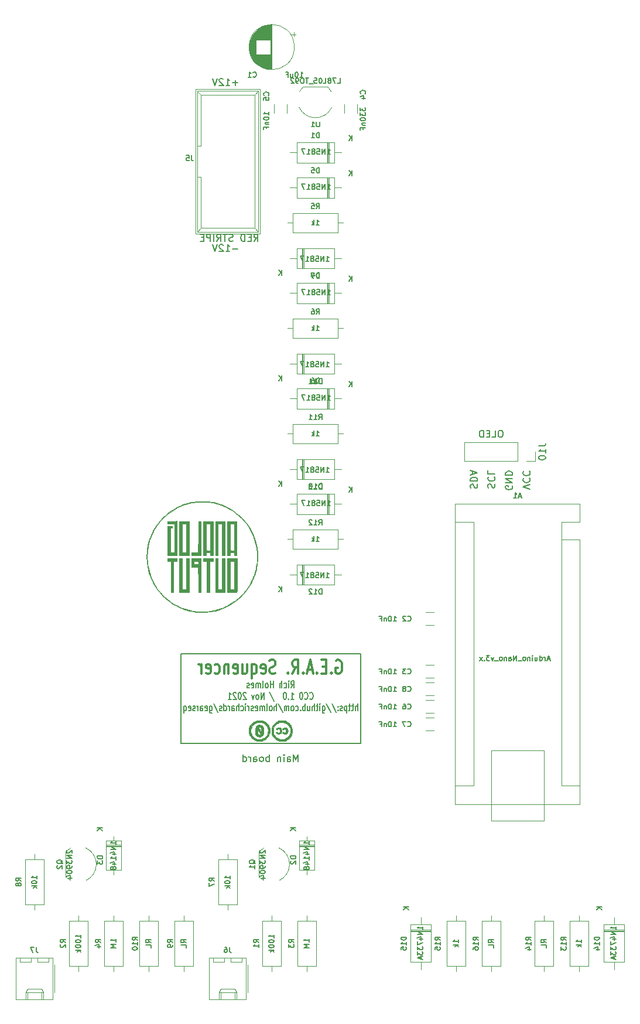
<source format=gbr>
%TF.GenerationSoftware,KiCad,Pcbnew,5.1.12-84ad8e8a86~92~ubuntu20.04.1*%
%TF.CreationDate,2021-11-13T16:11:19-05:00*%
%TF.ProjectId,gearseq,67656172-7365-4712-9e6b-696361645f70,rev?*%
%TF.SameCoordinates,Original*%
%TF.FileFunction,Legend,Bot*%
%TF.FilePolarity,Positive*%
%FSLAX46Y46*%
G04 Gerber Fmt 4.6, Leading zero omitted, Abs format (unit mm)*
G04 Created by KiCad (PCBNEW 5.1.12-84ad8e8a86~92~ubuntu20.04.1) date 2021-11-13 16:11:19*
%MOMM*%
%LPD*%
G01*
G04 APERTURE LIST*
%ADD10C,0.150000*%
%ADD11C,0.300000*%
%ADD12C,0.120000*%
%ADD13C,0.010000*%
G04 APERTURE END LIST*
D10*
X67960190Y-131608380D02*
X67960190Y-130608380D01*
X67626857Y-131322666D01*
X67293523Y-130608380D01*
X67293523Y-131608380D01*
X66388761Y-131608380D02*
X66388761Y-131084571D01*
X66436380Y-130989333D01*
X66531619Y-130941714D01*
X66722095Y-130941714D01*
X66817333Y-130989333D01*
X66388761Y-131560761D02*
X66484000Y-131608380D01*
X66722095Y-131608380D01*
X66817333Y-131560761D01*
X66864952Y-131465523D01*
X66864952Y-131370285D01*
X66817333Y-131275047D01*
X66722095Y-131227428D01*
X66484000Y-131227428D01*
X66388761Y-131179809D01*
X65912571Y-131608380D02*
X65912571Y-130941714D01*
X65912571Y-130608380D02*
X65960190Y-130656000D01*
X65912571Y-130703619D01*
X65864952Y-130656000D01*
X65912571Y-130608380D01*
X65912571Y-130703619D01*
X65436380Y-130941714D02*
X65436380Y-131608380D01*
X65436380Y-131036952D02*
X65388761Y-130989333D01*
X65293523Y-130941714D01*
X65150666Y-130941714D01*
X65055428Y-130989333D01*
X65007809Y-131084571D01*
X65007809Y-131608380D01*
X63769714Y-131608380D02*
X63769714Y-130608380D01*
X63769714Y-130989333D02*
X63674476Y-130941714D01*
X63484000Y-130941714D01*
X63388761Y-130989333D01*
X63341142Y-131036952D01*
X63293523Y-131132190D01*
X63293523Y-131417904D01*
X63341142Y-131513142D01*
X63388761Y-131560761D01*
X63484000Y-131608380D01*
X63674476Y-131608380D01*
X63769714Y-131560761D01*
X62722095Y-131608380D02*
X62817333Y-131560761D01*
X62864952Y-131513142D01*
X62912571Y-131417904D01*
X62912571Y-131132190D01*
X62864952Y-131036952D01*
X62817333Y-130989333D01*
X62722095Y-130941714D01*
X62579238Y-130941714D01*
X62484000Y-130989333D01*
X62436380Y-131036952D01*
X62388761Y-131132190D01*
X62388761Y-131417904D01*
X62436380Y-131513142D01*
X62484000Y-131560761D01*
X62579238Y-131608380D01*
X62722095Y-131608380D01*
X61531619Y-131608380D02*
X61531619Y-131084571D01*
X61579238Y-130989333D01*
X61674476Y-130941714D01*
X61864952Y-130941714D01*
X61960190Y-130989333D01*
X61531619Y-131560761D02*
X61626857Y-131608380D01*
X61864952Y-131608380D01*
X61960190Y-131560761D01*
X62007809Y-131465523D01*
X62007809Y-131370285D01*
X61960190Y-131275047D01*
X61864952Y-131227428D01*
X61626857Y-131227428D01*
X61531619Y-131179809D01*
X61055428Y-131608380D02*
X61055428Y-130941714D01*
X61055428Y-131132190D02*
X61007809Y-131036952D01*
X60960190Y-130989333D01*
X60864952Y-130941714D01*
X60769714Y-130941714D01*
X60007809Y-131608380D02*
X60007809Y-130608380D01*
X60007809Y-131560761D02*
X60103047Y-131608380D01*
X60293523Y-131608380D01*
X60388761Y-131560761D01*
X60436380Y-131513142D01*
X60484000Y-131417904D01*
X60484000Y-131132190D01*
X60436380Y-131036952D01*
X60388761Y-130989333D01*
X60293523Y-130941714D01*
X60103047Y-130941714D01*
X60007809Y-130989333D01*
X77000000Y-116000000D02*
X51000000Y-116000000D01*
X95455238Y-92028928D02*
X95407619Y-91886071D01*
X95407619Y-91647976D01*
X95455238Y-91552738D01*
X95502857Y-91505119D01*
X95598095Y-91457500D01*
X95693333Y-91457500D01*
X95788571Y-91505119D01*
X95836190Y-91552738D01*
X95883809Y-91647976D01*
X95931428Y-91838452D01*
X95979047Y-91933690D01*
X96026666Y-91981309D01*
X96121904Y-92028928D01*
X96217142Y-92028928D01*
X96312380Y-91981309D01*
X96360000Y-91933690D01*
X96407619Y-91838452D01*
X96407619Y-91600357D01*
X96360000Y-91457500D01*
X95502857Y-90457500D02*
X95455238Y-90505119D01*
X95407619Y-90647976D01*
X95407619Y-90743214D01*
X95455238Y-90886071D01*
X95550476Y-90981309D01*
X95645714Y-91028928D01*
X95836190Y-91076547D01*
X95979047Y-91076547D01*
X96169523Y-91028928D01*
X96264761Y-90981309D01*
X96360000Y-90886071D01*
X96407619Y-90743214D01*
X96407619Y-90647976D01*
X96360000Y-90505119D01*
X96312380Y-90457500D01*
X95407619Y-89552738D02*
X95407619Y-90028928D01*
X96407619Y-90028928D01*
X101487619Y-92219404D02*
X100487619Y-91886071D01*
X101487619Y-91552738D01*
X100582857Y-90647976D02*
X100535238Y-90695595D01*
X100487619Y-90838452D01*
X100487619Y-90933690D01*
X100535238Y-91076547D01*
X100630476Y-91171785D01*
X100725714Y-91219404D01*
X100916190Y-91267023D01*
X101059047Y-91267023D01*
X101249523Y-91219404D01*
X101344761Y-91171785D01*
X101440000Y-91076547D01*
X101487619Y-90933690D01*
X101487619Y-90838452D01*
X101440000Y-90695595D01*
X101392380Y-90647976D01*
X100582857Y-89647976D02*
X100535238Y-89695595D01*
X100487619Y-89838452D01*
X100487619Y-89933690D01*
X100535238Y-90076547D01*
X100630476Y-90171785D01*
X100725714Y-90219404D01*
X100916190Y-90267023D01*
X101059047Y-90267023D01*
X101249523Y-90219404D01*
X101344761Y-90171785D01*
X101440000Y-90076547D01*
X101487619Y-89933690D01*
X101487619Y-89838452D01*
X101440000Y-89695595D01*
X101392380Y-89647976D01*
X92915238Y-92076547D02*
X92867619Y-91933690D01*
X92867619Y-91695595D01*
X92915238Y-91600357D01*
X92962857Y-91552738D01*
X93058095Y-91505119D01*
X93153333Y-91505119D01*
X93248571Y-91552738D01*
X93296190Y-91600357D01*
X93343809Y-91695595D01*
X93391428Y-91886071D01*
X93439047Y-91981309D01*
X93486666Y-92028928D01*
X93581904Y-92076547D01*
X93677142Y-92076547D01*
X93772380Y-92028928D01*
X93820000Y-91981309D01*
X93867619Y-91886071D01*
X93867619Y-91647976D01*
X93820000Y-91505119D01*
X92867619Y-91076547D02*
X93867619Y-91076547D01*
X93867619Y-90838452D01*
X93820000Y-90695595D01*
X93724761Y-90600357D01*
X93629523Y-90552738D01*
X93439047Y-90505119D01*
X93296190Y-90505119D01*
X93105714Y-90552738D01*
X93010476Y-90600357D01*
X92915238Y-90695595D01*
X92867619Y-90838452D01*
X92867619Y-91076547D01*
X93153333Y-90124166D02*
X93153333Y-89647976D01*
X92867619Y-90219404D02*
X93867619Y-89886071D01*
X92867619Y-89552738D01*
X97312380Y-83732380D02*
X97121904Y-83732380D01*
X97026666Y-83780000D01*
X96931428Y-83875238D01*
X96883809Y-84065714D01*
X96883809Y-84399047D01*
X96931428Y-84589523D01*
X97026666Y-84684761D01*
X97121904Y-84732380D01*
X97312380Y-84732380D01*
X97407619Y-84684761D01*
X97502857Y-84589523D01*
X97550476Y-84399047D01*
X97550476Y-84065714D01*
X97502857Y-83875238D01*
X97407619Y-83780000D01*
X97312380Y-83732380D01*
X95979047Y-84732380D02*
X96455238Y-84732380D01*
X96455238Y-83732380D01*
X95645714Y-84208571D02*
X95312380Y-84208571D01*
X95169523Y-84732380D02*
X95645714Y-84732380D01*
X95645714Y-83732380D01*
X95169523Y-83732380D01*
X94740952Y-84732380D02*
X94740952Y-83732380D01*
X94502857Y-83732380D01*
X94360000Y-83780000D01*
X94264761Y-83875238D01*
X94217142Y-83970476D01*
X94169523Y-84160952D01*
X94169523Y-84303809D01*
X94217142Y-84494285D01*
X94264761Y-84589523D01*
X94360000Y-84684761D01*
X94502857Y-84732380D01*
X94740952Y-84732380D01*
X66930428Y-120958380D02*
X67180428Y-120482190D01*
X67359000Y-120958380D02*
X67359000Y-119958380D01*
X67073285Y-119958380D01*
X67001857Y-120006000D01*
X66966142Y-120053619D01*
X66930428Y-120148857D01*
X66930428Y-120291714D01*
X66966142Y-120386952D01*
X67001857Y-120434571D01*
X67073285Y-120482190D01*
X67359000Y-120482190D01*
X66609000Y-120958380D02*
X66609000Y-120291714D01*
X66609000Y-119958380D02*
X66644714Y-120006000D01*
X66609000Y-120053619D01*
X66573285Y-120006000D01*
X66609000Y-119958380D01*
X66609000Y-120053619D01*
X65930428Y-120910761D02*
X66001857Y-120958380D01*
X66144714Y-120958380D01*
X66216142Y-120910761D01*
X66251857Y-120863142D01*
X66287571Y-120767904D01*
X66287571Y-120482190D01*
X66251857Y-120386952D01*
X66216142Y-120339333D01*
X66144714Y-120291714D01*
X66001857Y-120291714D01*
X65930428Y-120339333D01*
X65609000Y-120958380D02*
X65609000Y-119958380D01*
X65287571Y-120958380D02*
X65287571Y-120434571D01*
X65323285Y-120339333D01*
X65394714Y-120291714D01*
X65501857Y-120291714D01*
X65573285Y-120339333D01*
X65609000Y-120386952D01*
X64359000Y-120958380D02*
X64359000Y-119958380D01*
X64359000Y-120434571D02*
X63930428Y-120434571D01*
X63930428Y-120958380D02*
X63930428Y-119958380D01*
X63466142Y-120958380D02*
X63537571Y-120910761D01*
X63573285Y-120863142D01*
X63609000Y-120767904D01*
X63609000Y-120482190D01*
X63573285Y-120386952D01*
X63537571Y-120339333D01*
X63466142Y-120291714D01*
X63359000Y-120291714D01*
X63287571Y-120339333D01*
X63251857Y-120386952D01*
X63216142Y-120482190D01*
X63216142Y-120767904D01*
X63251857Y-120863142D01*
X63287571Y-120910761D01*
X63359000Y-120958380D01*
X63466142Y-120958380D01*
X62787571Y-120958380D02*
X62859000Y-120910761D01*
X62894714Y-120815523D01*
X62894714Y-119958380D01*
X62501857Y-120958380D02*
X62501857Y-120291714D01*
X62501857Y-120386952D02*
X62466142Y-120339333D01*
X62394714Y-120291714D01*
X62287571Y-120291714D01*
X62216142Y-120339333D01*
X62180428Y-120434571D01*
X62180428Y-120958380D01*
X62180428Y-120434571D02*
X62144714Y-120339333D01*
X62073285Y-120291714D01*
X61966142Y-120291714D01*
X61894714Y-120339333D01*
X61859000Y-120434571D01*
X61859000Y-120958380D01*
X61216142Y-120910761D02*
X61287571Y-120958380D01*
X61430428Y-120958380D01*
X61501857Y-120910761D01*
X61537571Y-120815523D01*
X61537571Y-120434571D01*
X61501857Y-120339333D01*
X61430428Y-120291714D01*
X61287571Y-120291714D01*
X61216142Y-120339333D01*
X61180428Y-120434571D01*
X61180428Y-120529809D01*
X61537571Y-120625047D01*
X60894714Y-120910761D02*
X60823285Y-120958380D01*
X60680428Y-120958380D01*
X60609000Y-120910761D01*
X60573285Y-120815523D01*
X60573285Y-120767904D01*
X60609000Y-120672666D01*
X60680428Y-120625047D01*
X60787571Y-120625047D01*
X60859000Y-120577428D01*
X60894714Y-120482190D01*
X60894714Y-120434571D01*
X60859000Y-120339333D01*
X60787571Y-120291714D01*
X60680428Y-120291714D01*
X60609000Y-120339333D01*
X69644714Y-122513142D02*
X69680428Y-122560761D01*
X69787571Y-122608380D01*
X69859000Y-122608380D01*
X69966142Y-122560761D01*
X70037571Y-122465523D01*
X70073285Y-122370285D01*
X70109000Y-122179809D01*
X70109000Y-122036952D01*
X70073285Y-121846476D01*
X70037571Y-121751238D01*
X69966142Y-121656000D01*
X69859000Y-121608380D01*
X69787571Y-121608380D01*
X69680428Y-121656000D01*
X69644714Y-121703619D01*
X68894714Y-122513142D02*
X68930428Y-122560761D01*
X69037571Y-122608380D01*
X69109000Y-122608380D01*
X69216142Y-122560761D01*
X69287571Y-122465523D01*
X69323285Y-122370285D01*
X69359000Y-122179809D01*
X69359000Y-122036952D01*
X69323285Y-121846476D01*
X69287571Y-121751238D01*
X69216142Y-121656000D01*
X69109000Y-121608380D01*
X69037571Y-121608380D01*
X68930428Y-121656000D01*
X68894714Y-121703619D01*
X68430428Y-121608380D02*
X68359000Y-121608380D01*
X68287571Y-121656000D01*
X68251857Y-121703619D01*
X68216142Y-121798857D01*
X68180428Y-121989333D01*
X68180428Y-122227428D01*
X68216142Y-122417904D01*
X68251857Y-122513142D01*
X68287571Y-122560761D01*
X68359000Y-122608380D01*
X68430428Y-122608380D01*
X68501857Y-122560761D01*
X68537571Y-122513142D01*
X68573285Y-122417904D01*
X68609000Y-122227428D01*
X68609000Y-121989333D01*
X68573285Y-121798857D01*
X68537571Y-121703619D01*
X68501857Y-121656000D01*
X68430428Y-121608380D01*
X66894714Y-122608380D02*
X67323285Y-122608380D01*
X67109000Y-122608380D02*
X67109000Y-121608380D01*
X67180428Y-121751238D01*
X67251857Y-121846476D01*
X67323285Y-121894095D01*
X66573285Y-122513142D02*
X66537571Y-122560761D01*
X66573285Y-122608380D01*
X66609000Y-122560761D01*
X66573285Y-122513142D01*
X66573285Y-122608380D01*
X66073285Y-121608380D02*
X66001857Y-121608380D01*
X65930428Y-121656000D01*
X65894714Y-121703619D01*
X65859000Y-121798857D01*
X65823285Y-121989333D01*
X65823285Y-122227428D01*
X65859000Y-122417904D01*
X65894714Y-122513142D01*
X65930428Y-122560761D01*
X66001857Y-122608380D01*
X66073285Y-122608380D01*
X66144714Y-122560761D01*
X66180428Y-122513142D01*
X66216142Y-122417904D01*
X66251857Y-122227428D01*
X66251857Y-121989333D01*
X66216142Y-121798857D01*
X66180428Y-121703619D01*
X66144714Y-121656000D01*
X66073285Y-121608380D01*
X63823285Y-121560761D02*
X64466142Y-122846476D01*
X63001857Y-122608380D02*
X63001857Y-121608380D01*
X62573285Y-122608380D01*
X62573285Y-121608380D01*
X62109000Y-122608380D02*
X62180428Y-122560761D01*
X62216142Y-122513142D01*
X62251857Y-122417904D01*
X62251857Y-122132190D01*
X62216142Y-122036952D01*
X62180428Y-121989333D01*
X62109000Y-121941714D01*
X62001857Y-121941714D01*
X61930428Y-121989333D01*
X61894714Y-122036952D01*
X61859000Y-122132190D01*
X61859000Y-122417904D01*
X61894714Y-122513142D01*
X61930428Y-122560761D01*
X62001857Y-122608380D01*
X62109000Y-122608380D01*
X61609000Y-121941714D02*
X61430428Y-122608380D01*
X61251857Y-121941714D01*
X60430428Y-121703619D02*
X60394714Y-121656000D01*
X60323285Y-121608380D01*
X60144714Y-121608380D01*
X60073285Y-121656000D01*
X60037571Y-121703619D01*
X60001857Y-121798857D01*
X60001857Y-121894095D01*
X60037571Y-122036952D01*
X60466142Y-122608380D01*
X60001857Y-122608380D01*
X59537571Y-121608380D02*
X59466142Y-121608380D01*
X59394714Y-121656000D01*
X59359000Y-121703619D01*
X59323285Y-121798857D01*
X59287571Y-121989333D01*
X59287571Y-122227428D01*
X59323285Y-122417904D01*
X59359000Y-122513142D01*
X59394714Y-122560761D01*
X59466142Y-122608380D01*
X59537571Y-122608380D01*
X59609000Y-122560761D01*
X59644714Y-122513142D01*
X59680428Y-122417904D01*
X59716142Y-122227428D01*
X59716142Y-121989333D01*
X59680428Y-121798857D01*
X59644714Y-121703619D01*
X59609000Y-121656000D01*
X59537571Y-121608380D01*
X59001857Y-121703619D02*
X58966142Y-121656000D01*
X58894714Y-121608380D01*
X58716142Y-121608380D01*
X58644714Y-121656000D01*
X58609000Y-121703619D01*
X58573285Y-121798857D01*
X58573285Y-121894095D01*
X58609000Y-122036952D01*
X59037571Y-122608380D01*
X58573285Y-122608380D01*
X57859000Y-122608380D02*
X58287571Y-122608380D01*
X58073285Y-122608380D02*
X58073285Y-121608380D01*
X58144714Y-121751238D01*
X58216142Y-121846476D01*
X58287571Y-121894095D01*
X76537571Y-124258380D02*
X76537571Y-123258380D01*
X76216142Y-124258380D02*
X76216142Y-123734571D01*
X76251857Y-123639333D01*
X76323285Y-123591714D01*
X76430428Y-123591714D01*
X76501857Y-123639333D01*
X76537571Y-123686952D01*
X75966142Y-123591714D02*
X75680428Y-123591714D01*
X75859000Y-123258380D02*
X75859000Y-124115523D01*
X75823285Y-124210761D01*
X75751857Y-124258380D01*
X75680428Y-124258380D01*
X75537571Y-123591714D02*
X75251857Y-123591714D01*
X75430428Y-123258380D02*
X75430428Y-124115523D01*
X75394714Y-124210761D01*
X75323285Y-124258380D01*
X75251857Y-124258380D01*
X75001857Y-123591714D02*
X75001857Y-124591714D01*
X75001857Y-123639333D02*
X74930428Y-123591714D01*
X74787571Y-123591714D01*
X74716142Y-123639333D01*
X74680428Y-123686952D01*
X74644714Y-123782190D01*
X74644714Y-124067904D01*
X74680428Y-124163142D01*
X74716142Y-124210761D01*
X74787571Y-124258380D01*
X74930428Y-124258380D01*
X75001857Y-124210761D01*
X74359000Y-124210761D02*
X74287571Y-124258380D01*
X74144714Y-124258380D01*
X74073285Y-124210761D01*
X74037571Y-124115523D01*
X74037571Y-124067904D01*
X74073285Y-123972666D01*
X74144714Y-123925047D01*
X74251857Y-123925047D01*
X74323285Y-123877428D01*
X74359000Y-123782190D01*
X74359000Y-123734571D01*
X74323285Y-123639333D01*
X74251857Y-123591714D01*
X74144714Y-123591714D01*
X74073285Y-123639333D01*
X73716142Y-124163142D02*
X73680428Y-124210761D01*
X73716142Y-124258380D01*
X73751857Y-124210761D01*
X73716142Y-124163142D01*
X73716142Y-124258380D01*
X73716142Y-123639333D02*
X73680428Y-123686952D01*
X73716142Y-123734571D01*
X73751857Y-123686952D01*
X73716142Y-123639333D01*
X73716142Y-123734571D01*
X72823285Y-123210761D02*
X73466142Y-124496476D01*
X72037571Y-123210761D02*
X72680428Y-124496476D01*
X71466142Y-123591714D02*
X71466142Y-124401238D01*
X71501857Y-124496476D01*
X71537571Y-124544095D01*
X71609000Y-124591714D01*
X71716142Y-124591714D01*
X71787571Y-124544095D01*
X71466142Y-124210761D02*
X71537571Y-124258380D01*
X71680428Y-124258380D01*
X71751857Y-124210761D01*
X71787571Y-124163142D01*
X71823285Y-124067904D01*
X71823285Y-123782190D01*
X71787571Y-123686952D01*
X71751857Y-123639333D01*
X71680428Y-123591714D01*
X71537571Y-123591714D01*
X71466142Y-123639333D01*
X71109000Y-124258380D02*
X71109000Y-123591714D01*
X71109000Y-123258380D02*
X71144714Y-123306000D01*
X71109000Y-123353619D01*
X71073285Y-123306000D01*
X71109000Y-123258380D01*
X71109000Y-123353619D01*
X70859000Y-123591714D02*
X70573285Y-123591714D01*
X70751857Y-123258380D02*
X70751857Y-124115523D01*
X70716142Y-124210761D01*
X70644714Y-124258380D01*
X70573285Y-124258380D01*
X70323285Y-124258380D02*
X70323285Y-123258380D01*
X70001857Y-124258380D02*
X70001857Y-123734571D01*
X70037571Y-123639333D01*
X70109000Y-123591714D01*
X70216142Y-123591714D01*
X70287571Y-123639333D01*
X70323285Y-123686952D01*
X69323285Y-123591714D02*
X69323285Y-124258380D01*
X69644714Y-123591714D02*
X69644714Y-124115523D01*
X69609000Y-124210761D01*
X69537571Y-124258380D01*
X69430428Y-124258380D01*
X69359000Y-124210761D01*
X69323285Y-124163142D01*
X68966142Y-124258380D02*
X68966142Y-123258380D01*
X68966142Y-123639333D02*
X68894714Y-123591714D01*
X68751857Y-123591714D01*
X68680428Y-123639333D01*
X68644714Y-123686952D01*
X68608999Y-123782190D01*
X68608999Y-124067904D01*
X68644714Y-124163142D01*
X68680428Y-124210761D01*
X68751857Y-124258380D01*
X68894714Y-124258380D01*
X68966142Y-124210761D01*
X68287571Y-124163142D02*
X68251857Y-124210761D01*
X68287571Y-124258380D01*
X68323285Y-124210761D01*
X68287571Y-124163142D01*
X68287571Y-124258380D01*
X67608999Y-124210761D02*
X67680428Y-124258380D01*
X67823285Y-124258380D01*
X67894714Y-124210761D01*
X67930428Y-124163142D01*
X67966142Y-124067904D01*
X67966142Y-123782190D01*
X67930428Y-123686952D01*
X67894714Y-123639333D01*
X67823285Y-123591714D01*
X67680428Y-123591714D01*
X67608999Y-123639333D01*
X67180428Y-124258380D02*
X67251857Y-124210761D01*
X67287571Y-124163142D01*
X67323285Y-124067904D01*
X67323285Y-123782190D01*
X67287571Y-123686952D01*
X67251857Y-123639333D01*
X67180428Y-123591714D01*
X67073285Y-123591714D01*
X67001857Y-123639333D01*
X66966142Y-123686952D01*
X66930428Y-123782190D01*
X66930428Y-124067904D01*
X66966142Y-124163142D01*
X67001857Y-124210761D01*
X67073285Y-124258380D01*
X67180428Y-124258380D01*
X66608999Y-124258380D02*
X66608999Y-123591714D01*
X66608999Y-123686952D02*
X66573285Y-123639333D01*
X66501857Y-123591714D01*
X66394714Y-123591714D01*
X66323285Y-123639333D01*
X66287571Y-123734571D01*
X66287571Y-124258380D01*
X66287571Y-123734571D02*
X66251857Y-123639333D01*
X66180428Y-123591714D01*
X66073285Y-123591714D01*
X66001857Y-123639333D01*
X65966142Y-123734571D01*
X65966142Y-124258380D01*
X65073285Y-123210761D02*
X65716142Y-124496476D01*
X64823285Y-124258380D02*
X64823285Y-123258380D01*
X64501857Y-124258380D02*
X64501857Y-123734571D01*
X64537571Y-123639333D01*
X64608999Y-123591714D01*
X64716142Y-123591714D01*
X64787571Y-123639333D01*
X64823285Y-123686952D01*
X64037571Y-124258380D02*
X64108999Y-124210761D01*
X64144714Y-124163142D01*
X64180428Y-124067904D01*
X64180428Y-123782190D01*
X64144714Y-123686952D01*
X64108999Y-123639333D01*
X64037571Y-123591714D01*
X63930428Y-123591714D01*
X63858999Y-123639333D01*
X63823285Y-123686952D01*
X63787571Y-123782190D01*
X63787571Y-124067904D01*
X63823285Y-124163142D01*
X63858999Y-124210761D01*
X63930428Y-124258380D01*
X64037571Y-124258380D01*
X63358999Y-124258380D02*
X63430428Y-124210761D01*
X63466142Y-124115523D01*
X63466142Y-123258380D01*
X63073285Y-124258380D02*
X63073285Y-123591714D01*
X63073285Y-123686952D02*
X63037571Y-123639333D01*
X62966142Y-123591714D01*
X62858999Y-123591714D01*
X62787571Y-123639333D01*
X62751857Y-123734571D01*
X62751857Y-124258380D01*
X62751857Y-123734571D02*
X62716142Y-123639333D01*
X62644714Y-123591714D01*
X62537571Y-123591714D01*
X62466142Y-123639333D01*
X62430428Y-123734571D01*
X62430428Y-124258380D01*
X61787571Y-124210761D02*
X61858999Y-124258380D01*
X62001857Y-124258380D01*
X62073285Y-124210761D01*
X62108999Y-124115523D01*
X62108999Y-123734571D01*
X62073285Y-123639333D01*
X62001857Y-123591714D01*
X61858999Y-123591714D01*
X61787571Y-123639333D01*
X61751857Y-123734571D01*
X61751857Y-123829809D01*
X62108999Y-123925047D01*
X61466142Y-124210761D02*
X61394714Y-124258380D01*
X61251857Y-124258380D01*
X61180428Y-124210761D01*
X61144714Y-124115523D01*
X61144714Y-124067904D01*
X61180428Y-123972666D01*
X61251857Y-123925047D01*
X61358999Y-123925047D01*
X61430428Y-123877428D01*
X61466142Y-123782190D01*
X61466142Y-123734571D01*
X61430428Y-123639333D01*
X61358999Y-123591714D01*
X61251857Y-123591714D01*
X61180428Y-123639333D01*
X60823285Y-124258380D02*
X60823285Y-123591714D01*
X60823285Y-123782190D02*
X60787571Y-123686952D01*
X60751857Y-123639333D01*
X60680428Y-123591714D01*
X60608999Y-123591714D01*
X60358999Y-124258380D02*
X60358999Y-123591714D01*
X60358999Y-123258380D02*
X60394714Y-123306000D01*
X60358999Y-123353619D01*
X60323285Y-123306000D01*
X60358999Y-123258380D01*
X60358999Y-123353619D01*
X59680428Y-124210761D02*
X59751857Y-124258380D01*
X59894714Y-124258380D01*
X59966142Y-124210761D01*
X60001857Y-124163142D01*
X60037571Y-124067904D01*
X60037571Y-123782190D01*
X60001857Y-123686952D01*
X59966142Y-123639333D01*
X59894714Y-123591714D01*
X59751857Y-123591714D01*
X59680428Y-123639333D01*
X59358999Y-124258380D02*
X59358999Y-123258380D01*
X59037571Y-124258380D02*
X59037571Y-123734571D01*
X59073285Y-123639333D01*
X59144714Y-123591714D01*
X59251857Y-123591714D01*
X59323285Y-123639333D01*
X59358999Y-123686952D01*
X58358999Y-124258380D02*
X58358999Y-123734571D01*
X58394714Y-123639333D01*
X58466142Y-123591714D01*
X58608999Y-123591714D01*
X58680428Y-123639333D01*
X58358999Y-124210761D02*
X58430428Y-124258380D01*
X58608999Y-124258380D01*
X58680428Y-124210761D01*
X58716142Y-124115523D01*
X58716142Y-124020285D01*
X58680428Y-123925047D01*
X58608999Y-123877428D01*
X58430428Y-123877428D01*
X58358999Y-123829809D01*
X58001857Y-124258380D02*
X58001857Y-123591714D01*
X58001857Y-123782190D02*
X57966142Y-123686952D01*
X57930428Y-123639333D01*
X57858999Y-123591714D01*
X57787571Y-123591714D01*
X57216142Y-124258380D02*
X57216142Y-123258380D01*
X57216142Y-124210761D02*
X57287571Y-124258380D01*
X57430428Y-124258380D01*
X57501857Y-124210761D01*
X57537571Y-124163142D01*
X57573285Y-124067904D01*
X57573285Y-123782190D01*
X57537571Y-123686952D01*
X57501857Y-123639333D01*
X57430428Y-123591714D01*
X57287571Y-123591714D01*
X57216142Y-123639333D01*
X56894714Y-124210761D02*
X56823285Y-124258380D01*
X56680428Y-124258380D01*
X56608999Y-124210761D01*
X56573285Y-124115523D01*
X56573285Y-124067904D01*
X56608999Y-123972666D01*
X56680428Y-123925047D01*
X56787571Y-123925047D01*
X56858999Y-123877428D01*
X56894714Y-123782190D01*
X56894714Y-123734571D01*
X56858999Y-123639333D01*
X56787571Y-123591714D01*
X56680428Y-123591714D01*
X56608999Y-123639333D01*
X55716142Y-123210761D02*
X56358999Y-124496476D01*
X55144714Y-123591714D02*
X55144714Y-124401238D01*
X55180428Y-124496476D01*
X55216142Y-124544095D01*
X55287571Y-124591714D01*
X55394714Y-124591714D01*
X55466142Y-124544095D01*
X55144714Y-124210761D02*
X55216142Y-124258380D01*
X55358999Y-124258380D01*
X55430428Y-124210761D01*
X55466142Y-124163142D01*
X55501857Y-124067904D01*
X55501857Y-123782190D01*
X55466142Y-123686952D01*
X55430428Y-123639333D01*
X55358999Y-123591714D01*
X55216142Y-123591714D01*
X55144714Y-123639333D01*
X54501857Y-124210761D02*
X54573285Y-124258380D01*
X54716142Y-124258380D01*
X54787571Y-124210761D01*
X54823285Y-124115523D01*
X54823285Y-123734571D01*
X54787571Y-123639333D01*
X54716142Y-123591714D01*
X54573285Y-123591714D01*
X54501857Y-123639333D01*
X54466142Y-123734571D01*
X54466142Y-123829809D01*
X54823285Y-123925047D01*
X53823285Y-124258380D02*
X53823285Y-123734571D01*
X53858999Y-123639333D01*
X53930428Y-123591714D01*
X54073285Y-123591714D01*
X54144714Y-123639333D01*
X53823285Y-124210761D02*
X53894714Y-124258380D01*
X54073285Y-124258380D01*
X54144714Y-124210761D01*
X54180428Y-124115523D01*
X54180428Y-124020285D01*
X54144714Y-123925047D01*
X54073285Y-123877428D01*
X53894714Y-123877428D01*
X53823285Y-123829809D01*
X53466142Y-124258380D02*
X53466142Y-123591714D01*
X53466142Y-123782190D02*
X53430428Y-123686952D01*
X53394714Y-123639333D01*
X53323285Y-123591714D01*
X53251857Y-123591714D01*
X53037571Y-124210761D02*
X52966142Y-124258380D01*
X52823285Y-124258380D01*
X52751857Y-124210761D01*
X52716142Y-124115523D01*
X52716142Y-124067904D01*
X52751857Y-123972666D01*
X52823285Y-123925047D01*
X52930428Y-123925047D01*
X53001857Y-123877428D01*
X53037571Y-123782190D01*
X53037571Y-123734571D01*
X53001857Y-123639333D01*
X52930428Y-123591714D01*
X52823285Y-123591714D01*
X52751857Y-123639333D01*
X52108999Y-124210761D02*
X52180428Y-124258380D01*
X52323285Y-124258380D01*
X52394714Y-124210761D01*
X52430428Y-124115523D01*
X52430428Y-123734571D01*
X52394714Y-123639333D01*
X52323285Y-123591714D01*
X52180428Y-123591714D01*
X52108999Y-123639333D01*
X52073285Y-123734571D01*
X52073285Y-123829809D01*
X52430428Y-123925047D01*
X51430428Y-123591714D02*
X51430428Y-124591714D01*
X51430428Y-124210761D02*
X51501857Y-124258380D01*
X51644714Y-124258380D01*
X51716142Y-124210761D01*
X51751857Y-124163142D01*
X51787571Y-124067904D01*
X51787571Y-123782190D01*
X51751857Y-123686952D01*
X51716142Y-123639333D01*
X51644714Y-123591714D01*
X51501857Y-123591714D01*
X51430428Y-123639333D01*
X77000000Y-129000000D02*
X77000000Y-116000000D01*
X51000000Y-116000000D02*
X51000000Y-129000000D01*
X51000000Y-129000000D02*
X77000000Y-129000000D01*
D11*
X73464285Y-117000000D02*
X73607142Y-116904761D01*
X73821428Y-116904761D01*
X74035714Y-117000000D01*
X74178571Y-117190476D01*
X74250000Y-117380952D01*
X74321428Y-117761904D01*
X74321428Y-118047619D01*
X74250000Y-118428571D01*
X74178571Y-118619047D01*
X74035714Y-118809523D01*
X73821428Y-118904761D01*
X73678571Y-118904761D01*
X73464285Y-118809523D01*
X73392857Y-118714285D01*
X73392857Y-118047619D01*
X73678571Y-118047619D01*
X72750000Y-118714285D02*
X72678571Y-118809523D01*
X72750000Y-118904761D01*
X72821428Y-118809523D01*
X72750000Y-118714285D01*
X72750000Y-118904761D01*
X72035714Y-117857142D02*
X71535714Y-117857142D01*
X71321428Y-118904761D02*
X72035714Y-118904761D01*
X72035714Y-116904761D01*
X71321428Y-116904761D01*
X70678571Y-118714285D02*
X70607142Y-118809523D01*
X70678571Y-118904761D01*
X70750000Y-118809523D01*
X70678571Y-118714285D01*
X70678571Y-118904761D01*
X70035714Y-118333333D02*
X69321428Y-118333333D01*
X70178571Y-118904761D02*
X69678571Y-116904761D01*
X69178571Y-118904761D01*
X68678571Y-118714285D02*
X68607142Y-118809523D01*
X68678571Y-118904761D01*
X68750000Y-118809523D01*
X68678571Y-118714285D01*
X68678571Y-118904761D01*
X67107142Y-118904761D02*
X67607142Y-117952380D01*
X67964285Y-118904761D02*
X67964285Y-116904761D01*
X67392857Y-116904761D01*
X67250000Y-117000000D01*
X67178571Y-117095238D01*
X67107142Y-117285714D01*
X67107142Y-117571428D01*
X67178571Y-117761904D01*
X67250000Y-117857142D01*
X67392857Y-117952380D01*
X67964285Y-117952380D01*
X66464285Y-118714285D02*
X66392857Y-118809523D01*
X66464285Y-118904761D01*
X66535714Y-118809523D01*
X66464285Y-118714285D01*
X66464285Y-118904761D01*
X64678571Y-118809523D02*
X64464285Y-118904761D01*
X64107142Y-118904761D01*
X63964285Y-118809523D01*
X63892857Y-118714285D01*
X63821428Y-118523809D01*
X63821428Y-118333333D01*
X63892857Y-118142857D01*
X63964285Y-118047619D01*
X64107142Y-117952380D01*
X64392857Y-117857142D01*
X64535714Y-117761904D01*
X64607142Y-117666666D01*
X64678571Y-117476190D01*
X64678571Y-117285714D01*
X64607142Y-117095238D01*
X64535714Y-117000000D01*
X64392857Y-116904761D01*
X64035714Y-116904761D01*
X63821428Y-117000000D01*
X62607142Y-118809523D02*
X62750000Y-118904761D01*
X63035714Y-118904761D01*
X63178571Y-118809523D01*
X63250000Y-118619047D01*
X63250000Y-117857142D01*
X63178571Y-117666666D01*
X63035714Y-117571428D01*
X62750000Y-117571428D01*
X62607142Y-117666666D01*
X62535714Y-117857142D01*
X62535714Y-118047619D01*
X63250000Y-118238095D01*
X61250000Y-117571428D02*
X61250000Y-119571428D01*
X61250000Y-118809523D02*
X61392857Y-118904761D01*
X61678571Y-118904761D01*
X61821428Y-118809523D01*
X61892857Y-118714285D01*
X61964285Y-118523809D01*
X61964285Y-117952380D01*
X61892857Y-117761904D01*
X61821428Y-117666666D01*
X61678571Y-117571428D01*
X61392857Y-117571428D01*
X61250000Y-117666666D01*
X59892857Y-117571428D02*
X59892857Y-118904761D01*
X60535714Y-117571428D02*
X60535714Y-118619047D01*
X60464285Y-118809523D01*
X60321428Y-118904761D01*
X60107142Y-118904761D01*
X59964285Y-118809523D01*
X59892857Y-118714285D01*
X58607142Y-118809523D02*
X58750000Y-118904761D01*
X59035714Y-118904761D01*
X59178571Y-118809523D01*
X59250000Y-118619047D01*
X59250000Y-117857142D01*
X59178571Y-117666666D01*
X59035714Y-117571428D01*
X58750000Y-117571428D01*
X58607142Y-117666666D01*
X58535714Y-117857142D01*
X58535714Y-118047619D01*
X59250000Y-118238095D01*
X57892857Y-117571428D02*
X57892857Y-118904761D01*
X57892857Y-117761904D02*
X57821428Y-117666666D01*
X57678571Y-117571428D01*
X57464285Y-117571428D01*
X57321428Y-117666666D01*
X57250000Y-117857142D01*
X57250000Y-118904761D01*
X55892857Y-118809523D02*
X56035714Y-118904761D01*
X56321428Y-118904761D01*
X56464285Y-118809523D01*
X56535714Y-118714285D01*
X56607142Y-118523809D01*
X56607142Y-117952380D01*
X56535714Y-117761904D01*
X56464285Y-117666666D01*
X56321428Y-117571428D01*
X56035714Y-117571428D01*
X55892857Y-117666666D01*
X54678571Y-118809523D02*
X54821428Y-118904761D01*
X55107142Y-118904761D01*
X55250000Y-118809523D01*
X55321428Y-118619047D01*
X55321428Y-117857142D01*
X55250000Y-117666666D01*
X55107142Y-117571428D01*
X54821428Y-117571428D01*
X54678571Y-117666666D01*
X54607142Y-117857142D01*
X54607142Y-118047619D01*
X55321428Y-118238095D01*
X53964285Y-118904761D02*
X53964285Y-117571428D01*
X53964285Y-117952380D02*
X53892857Y-117761904D01*
X53821428Y-117666666D01*
X53678571Y-117571428D01*
X53535714Y-117571428D01*
D10*
X98900000Y-91743214D02*
X98947619Y-91838452D01*
X98947619Y-91981309D01*
X98900000Y-92124166D01*
X98804761Y-92219404D01*
X98709523Y-92267023D01*
X98519047Y-92314642D01*
X98376190Y-92314642D01*
X98185714Y-92267023D01*
X98090476Y-92219404D01*
X97995238Y-92124166D01*
X97947619Y-91981309D01*
X97947619Y-91886071D01*
X97995238Y-91743214D01*
X98042857Y-91695595D01*
X98376190Y-91695595D01*
X98376190Y-91886071D01*
X97947619Y-91267023D02*
X98947619Y-91267023D01*
X97947619Y-90695595D01*
X98947619Y-90695595D01*
X97947619Y-90219404D02*
X98947619Y-90219404D01*
X98947619Y-89981309D01*
X98900000Y-89838452D01*
X98804761Y-89743214D01*
X98709523Y-89695595D01*
X98519047Y-89647976D01*
X98376190Y-89647976D01*
X98185714Y-89695595D01*
X98090476Y-89743214D01*
X97995238Y-89838452D01*
X97947619Y-89981309D01*
X97947619Y-90219404D01*
D12*
%TO.C,J7*%
X27750000Y-160530000D02*
X27750000Y-159930000D01*
X29350000Y-160530000D02*
X27750000Y-160530000D01*
X29350000Y-159930000D02*
X29350000Y-160530000D01*
X30290000Y-160530000D02*
X30290000Y-159930000D01*
X31890000Y-160530000D02*
X30290000Y-160530000D01*
X31890000Y-159930000D02*
X31890000Y-160530000D01*
X28800000Y-165950000D02*
X28800000Y-164950000D01*
X30840000Y-165950000D02*
X30840000Y-164950000D01*
X28800000Y-164420000D02*
X28550000Y-164950000D01*
X30840000Y-164420000D02*
X28800000Y-164420000D01*
X31090000Y-164950000D02*
X30840000Y-164420000D01*
X28550000Y-164950000D02*
X28550000Y-165950000D01*
X31090000Y-164950000D02*
X28550000Y-164950000D01*
X31090000Y-165950000D02*
X31090000Y-164950000D01*
X32760000Y-160960000D02*
X32760000Y-164960000D01*
X27170000Y-159930000D02*
X32470000Y-159930000D01*
X27170000Y-165950000D02*
X27170000Y-159930000D01*
X32470000Y-165950000D02*
X27170000Y-165950000D01*
X32470000Y-159930000D02*
X32470000Y-165950000D01*
%TO.C,J6*%
X55690000Y-160530000D02*
X55690000Y-159930000D01*
X57290000Y-160530000D02*
X55690000Y-160530000D01*
X57290000Y-159930000D02*
X57290000Y-160530000D01*
X58230000Y-160530000D02*
X58230000Y-159930000D01*
X59830000Y-160530000D02*
X58230000Y-160530000D01*
X59830000Y-159930000D02*
X59830000Y-160530000D01*
X56740000Y-165950000D02*
X56740000Y-164950000D01*
X58780000Y-165950000D02*
X58780000Y-164950000D01*
X56740000Y-164420000D02*
X56490000Y-164950000D01*
X58780000Y-164420000D02*
X56740000Y-164420000D01*
X59030000Y-164950000D02*
X58780000Y-164420000D01*
X56490000Y-164950000D02*
X56490000Y-165950000D01*
X59030000Y-164950000D02*
X56490000Y-164950000D01*
X59030000Y-165950000D02*
X59030000Y-164950000D01*
X60700000Y-160960000D02*
X60700000Y-164960000D01*
X55110000Y-159930000D02*
X60410000Y-159930000D01*
X55110000Y-165950000D02*
X55110000Y-159930000D01*
X60410000Y-165950000D02*
X55110000Y-165950000D01*
X60410000Y-159930000D02*
X60410000Y-165950000D01*
%TO.C,C8*%
X87619000Y-120190000D02*
X86361000Y-120190000D01*
X87619000Y-122030000D02*
X86361000Y-122030000D01*
%TO.C,C7*%
X87619000Y-125270000D02*
X86361000Y-125270000D01*
X87619000Y-127110000D02*
X86361000Y-127110000D01*
%TO.C,C6*%
X87619000Y-122730000D02*
X86361000Y-122730000D01*
X87619000Y-124570000D02*
X86361000Y-124570000D01*
%TO.C,C3*%
X87619000Y-117650000D02*
X86361000Y-117650000D01*
X87619000Y-119490000D02*
X86361000Y-119490000D01*
%TO.C,C2*%
X87619000Y-110030000D02*
X86361000Y-110030000D01*
X87619000Y-111870000D02*
X86361000Y-111870000D01*
%TO.C,A1*%
X103480000Y-140160000D02*
X103480000Y-130000000D01*
X95860000Y-140160000D02*
X103480000Y-140160000D01*
X95860000Y-130000000D02*
X95860000Y-140160000D01*
X103480000Y-130000000D02*
X95860000Y-130000000D01*
X106020000Y-99520000D02*
X106020000Y-96980000D01*
X106020000Y-96980000D02*
X108690000Y-96980000D01*
X108690000Y-99520000D02*
X108690000Y-137750000D01*
X108690000Y-94310000D02*
X108690000Y-96980000D01*
X93320000Y-96980000D02*
X90650000Y-96980000D01*
X93320000Y-96980000D02*
X93320000Y-135080000D01*
X93320000Y-135080000D02*
X90650000Y-135080000D01*
X106020000Y-99520000D02*
X108690000Y-99520000D01*
X106020000Y-99520000D02*
X106020000Y-135080000D01*
X106020000Y-135080000D02*
X108690000Y-135080000D01*
X108690000Y-137750000D02*
X90650000Y-137750000D01*
X90650000Y-137750000D02*
X90650000Y-94310000D01*
X90650000Y-94310000D02*
X108690000Y-94310000D01*
%TO.C,R8*%
X29820000Y-144950000D02*
X29820000Y-145720000D01*
X29820000Y-153030000D02*
X29820000Y-152260000D01*
X31190000Y-145720000D02*
X31190000Y-152260000D01*
X28450000Y-145720000D02*
X31190000Y-145720000D01*
X28450000Y-152260000D02*
X28450000Y-145720000D01*
X31190000Y-152260000D02*
X28450000Y-152260000D01*
%TO.C,R7*%
X57760000Y-144950000D02*
X57760000Y-145720000D01*
X57760000Y-153030000D02*
X57760000Y-152260000D01*
X59130000Y-145720000D02*
X59130000Y-152260000D01*
X56390000Y-145720000D02*
X59130000Y-145720000D01*
X56390000Y-152260000D02*
X56390000Y-145720000D01*
X59130000Y-152260000D02*
X56390000Y-152260000D01*
%TO.C,R4*%
X41250000Y-153840000D02*
X41250000Y-154610000D01*
X41250000Y-161920000D02*
X41250000Y-161150000D01*
X42620000Y-154610000D02*
X42620000Y-161150000D01*
X39880000Y-154610000D02*
X42620000Y-154610000D01*
X39880000Y-161150000D02*
X39880000Y-154610000D01*
X42620000Y-161150000D02*
X39880000Y-161150000D01*
%TO.C,R3*%
X69190000Y-153840000D02*
X69190000Y-154610000D01*
X69190000Y-161920000D02*
X69190000Y-161150000D01*
X70560000Y-154610000D02*
X70560000Y-161150000D01*
X67820000Y-154610000D02*
X70560000Y-154610000D01*
X67820000Y-161150000D02*
X67820000Y-154610000D01*
X70560000Y-161150000D02*
X67820000Y-161150000D01*
%TO.C,R2*%
X36170000Y-153840000D02*
X36170000Y-154610000D01*
X36170000Y-161920000D02*
X36170000Y-161150000D01*
X37540000Y-154610000D02*
X37540000Y-161150000D01*
X34800000Y-154610000D02*
X37540000Y-154610000D01*
X34800000Y-161150000D02*
X34800000Y-154610000D01*
X37540000Y-161150000D02*
X34800000Y-161150000D01*
%TO.C,R1*%
X64110000Y-153840000D02*
X64110000Y-154610000D01*
X64110000Y-161920000D02*
X64110000Y-161150000D01*
X65480000Y-154610000D02*
X65480000Y-161150000D01*
X62740000Y-154610000D02*
X65480000Y-154610000D01*
X62740000Y-161150000D02*
X62740000Y-154610000D01*
X65480000Y-161150000D02*
X62740000Y-161150000D01*
%TO.C,Q2*%
X34320000Y-148250000D02*
X34320000Y-144650000D01*
X35047205Y-144125816D02*
G75*
G03*
X34320000Y-144650000I1122795J-2324184D01*
G01*
X37268807Y-144093600D02*
G75*
G02*
X38770000Y-146450000I-1098807J-2356400D01*
G01*
X37268807Y-148806400D02*
G75*
G03*
X38770000Y-146450000I-1098807J2356400D01*
G01*
X35047205Y-148774184D02*
G75*
G02*
X34320000Y-148250000I1122795J2324184D01*
G01*
%TO.C,Q1*%
X62260000Y-148250000D02*
X62260000Y-144650000D01*
X62987205Y-144125816D02*
G75*
G03*
X62260000Y-144650000I1122795J-2324184D01*
G01*
X65208807Y-144093600D02*
G75*
G02*
X66710000Y-146450000I-1098807J-2356400D01*
G01*
X65208807Y-148806400D02*
G75*
G03*
X66710000Y-146450000I-1098807J2356400D01*
G01*
X62987205Y-148774184D02*
G75*
G02*
X62260000Y-148250000I1122795J2324184D01*
G01*
%TO.C,D3*%
X40130000Y-143660000D02*
X42370000Y-143660000D01*
X40130000Y-143900000D02*
X42370000Y-143900000D01*
X40130000Y-143780000D02*
X42370000Y-143780000D01*
X41250000Y-147950000D02*
X41250000Y-147300000D01*
X41250000Y-142410000D02*
X41250000Y-143060000D01*
X40130000Y-147300000D02*
X40130000Y-143060000D01*
X42370000Y-147300000D02*
X40130000Y-147300000D01*
X42370000Y-143060000D02*
X42370000Y-147300000D01*
X40130000Y-143060000D02*
X42370000Y-143060000D01*
%TO.C,D2*%
X68070000Y-143660000D02*
X70310000Y-143660000D01*
X68070000Y-143900000D02*
X70310000Y-143900000D01*
X68070000Y-143780000D02*
X70310000Y-143780000D01*
X69190000Y-147950000D02*
X69190000Y-147300000D01*
X69190000Y-142410000D02*
X69190000Y-143060000D01*
X68070000Y-147300000D02*
X68070000Y-143060000D01*
X70310000Y-147300000D02*
X68070000Y-147300000D01*
X70310000Y-143060000D02*
X70310000Y-147300000D01*
X68070000Y-143060000D02*
X70310000Y-143060000D01*
%TO.C,D15*%
X84230000Y-155160000D02*
X87170000Y-155160000D01*
X87170000Y-155160000D02*
X87170000Y-160600000D01*
X87170000Y-160600000D02*
X84230000Y-160600000D01*
X84230000Y-160600000D02*
X84230000Y-155160000D01*
X85700000Y-154140000D02*
X85700000Y-155160000D01*
X85700000Y-161620000D02*
X85700000Y-160600000D01*
X84230000Y-156060000D02*
X87170000Y-156060000D01*
X84230000Y-156180000D02*
X87170000Y-156180000D01*
X84230000Y-155940000D02*
X87170000Y-155940000D01*
%TO.C,D14*%
X112170000Y-155160000D02*
X115110000Y-155160000D01*
X115110000Y-155160000D02*
X115110000Y-160600000D01*
X115110000Y-160600000D02*
X112170000Y-160600000D01*
X112170000Y-160600000D02*
X112170000Y-155160000D01*
X113640000Y-154140000D02*
X113640000Y-155160000D01*
X113640000Y-161620000D02*
X113640000Y-160600000D01*
X112170000Y-156060000D02*
X115110000Y-156060000D01*
X112170000Y-156180000D02*
X115110000Y-156180000D01*
X112170000Y-155940000D02*
X115110000Y-155940000D01*
%TO.C,R12*%
X66420000Y-99460000D02*
X67190000Y-99460000D01*
X74500000Y-99460000D02*
X73730000Y-99460000D01*
X67190000Y-98090000D02*
X73730000Y-98090000D01*
X67190000Y-100830000D02*
X67190000Y-98090000D01*
X73730000Y-100830000D02*
X67190000Y-100830000D01*
X73730000Y-98090000D02*
X73730000Y-100830000D01*
%TO.C,R11*%
X66420000Y-84220000D02*
X67190000Y-84220000D01*
X74500000Y-84220000D02*
X73730000Y-84220000D01*
X67190000Y-82850000D02*
X73730000Y-82850000D01*
X67190000Y-85590000D02*
X67190000Y-82850000D01*
X73730000Y-85590000D02*
X67190000Y-85590000D01*
X73730000Y-82850000D02*
X73730000Y-85590000D01*
%TO.C,R6*%
X66420000Y-68980000D02*
X67190000Y-68980000D01*
X74500000Y-68980000D02*
X73730000Y-68980000D01*
X67190000Y-67610000D02*
X73730000Y-67610000D01*
X67190000Y-70350000D02*
X67190000Y-67610000D01*
X73730000Y-70350000D02*
X67190000Y-70350000D01*
X73730000Y-67610000D02*
X73730000Y-70350000D01*
%TO.C,D13*%
X73180000Y-92910000D02*
X73180000Y-95850000D01*
X73180000Y-95850000D02*
X67740000Y-95850000D01*
X67740000Y-95850000D02*
X67740000Y-92910000D01*
X67740000Y-92910000D02*
X73180000Y-92910000D01*
X74200000Y-94380000D02*
X73180000Y-94380000D01*
X66720000Y-94380000D02*
X67740000Y-94380000D01*
X72280000Y-92910000D02*
X72280000Y-95850000D01*
X72160000Y-92910000D02*
X72160000Y-95850000D01*
X72400000Y-92910000D02*
X72400000Y-95850000D01*
%TO.C,D12*%
X67740000Y-106070000D02*
X67740000Y-103130000D01*
X67740000Y-103130000D02*
X73180000Y-103130000D01*
X73180000Y-103130000D02*
X73180000Y-106070000D01*
X73180000Y-106070000D02*
X67740000Y-106070000D01*
X66720000Y-104600000D02*
X67740000Y-104600000D01*
X74200000Y-104600000D02*
X73180000Y-104600000D01*
X68640000Y-106070000D02*
X68640000Y-103130000D01*
X68760000Y-106070000D02*
X68760000Y-103130000D01*
X68520000Y-106070000D02*
X68520000Y-103130000D01*
%TO.C,D11*%
X73180000Y-77670000D02*
X73180000Y-80610000D01*
X73180000Y-80610000D02*
X67740000Y-80610000D01*
X67740000Y-80610000D02*
X67740000Y-77670000D01*
X67740000Y-77670000D02*
X73180000Y-77670000D01*
X74200000Y-79140000D02*
X73180000Y-79140000D01*
X66720000Y-79140000D02*
X67740000Y-79140000D01*
X72280000Y-77670000D02*
X72280000Y-80610000D01*
X72160000Y-77670000D02*
X72160000Y-80610000D01*
X72400000Y-77670000D02*
X72400000Y-80610000D01*
%TO.C,D10*%
X67740000Y-90830000D02*
X67740000Y-87890000D01*
X67740000Y-87890000D02*
X73180000Y-87890000D01*
X73180000Y-87890000D02*
X73180000Y-90830000D01*
X73180000Y-90830000D02*
X67740000Y-90830000D01*
X66720000Y-89360000D02*
X67740000Y-89360000D01*
X74200000Y-89360000D02*
X73180000Y-89360000D01*
X68640000Y-90830000D02*
X68640000Y-87890000D01*
X68760000Y-90830000D02*
X68760000Y-87890000D01*
X68520000Y-90830000D02*
X68520000Y-87890000D01*
%TO.C,D7*%
X73180000Y-62430000D02*
X73180000Y-65370000D01*
X73180000Y-65370000D02*
X67740000Y-65370000D01*
X67740000Y-65370000D02*
X67740000Y-62430000D01*
X67740000Y-62430000D02*
X73180000Y-62430000D01*
X74200000Y-63900000D02*
X73180000Y-63900000D01*
X66720000Y-63900000D02*
X67740000Y-63900000D01*
X72280000Y-62430000D02*
X72280000Y-65370000D01*
X72160000Y-62430000D02*
X72160000Y-65370000D01*
X72400000Y-62430000D02*
X72400000Y-65370000D01*
%TO.C,D6*%
X67740000Y-75590000D02*
X67740000Y-72650000D01*
X67740000Y-72650000D02*
X73180000Y-72650000D01*
X73180000Y-72650000D02*
X73180000Y-75590000D01*
X73180000Y-75590000D02*
X67740000Y-75590000D01*
X66720000Y-74120000D02*
X67740000Y-74120000D01*
X74200000Y-74120000D02*
X73180000Y-74120000D01*
X68640000Y-75590000D02*
X68640000Y-72650000D01*
X68760000Y-75590000D02*
X68760000Y-72650000D01*
X68520000Y-75590000D02*
X68520000Y-72650000D01*
%TO.C,R16*%
X95860000Y-153840000D02*
X95860000Y-154610000D01*
X95860000Y-161920000D02*
X95860000Y-161150000D01*
X97230000Y-154610000D02*
X97230000Y-161150000D01*
X94490000Y-154610000D02*
X97230000Y-154610000D01*
X94490000Y-161150000D02*
X94490000Y-154610000D01*
X97230000Y-161150000D02*
X94490000Y-161150000D01*
%TO.C,R5*%
X66420000Y-53740000D02*
X67190000Y-53740000D01*
X74500000Y-53740000D02*
X73730000Y-53740000D01*
X67190000Y-52370000D02*
X73730000Y-52370000D01*
X67190000Y-55110000D02*
X67190000Y-52370000D01*
X73730000Y-55110000D02*
X67190000Y-55110000D01*
X73730000Y-52370000D02*
X73730000Y-55110000D01*
%TO.C,R10*%
X46330000Y-153840000D02*
X46330000Y-154610000D01*
X46330000Y-161920000D02*
X46330000Y-161150000D01*
X47700000Y-154610000D02*
X47700000Y-161150000D01*
X44960000Y-154610000D02*
X47700000Y-154610000D01*
X44960000Y-161150000D02*
X44960000Y-154610000D01*
X47700000Y-161150000D02*
X44960000Y-161150000D01*
%TO.C,R9*%
X51410000Y-153840000D02*
X51410000Y-154610000D01*
X51410000Y-161920000D02*
X51410000Y-161150000D01*
X52780000Y-154610000D02*
X52780000Y-161150000D01*
X50040000Y-154610000D02*
X52780000Y-154610000D01*
X50040000Y-161150000D02*
X50040000Y-154610000D01*
X52780000Y-161150000D02*
X50040000Y-161150000D01*
%TO.C,D5*%
X73180000Y-47190000D02*
X73180000Y-50130000D01*
X73180000Y-50130000D02*
X67740000Y-50130000D01*
X67740000Y-50130000D02*
X67740000Y-47190000D01*
X67740000Y-47190000D02*
X73180000Y-47190000D01*
X74200000Y-48660000D02*
X73180000Y-48660000D01*
X66720000Y-48660000D02*
X67740000Y-48660000D01*
X72280000Y-47190000D02*
X72280000Y-50130000D01*
X72160000Y-47190000D02*
X72160000Y-50130000D01*
X72400000Y-47190000D02*
X72400000Y-50130000D01*
%TO.C,D4*%
X67740000Y-60350000D02*
X67740000Y-57410000D01*
X67740000Y-57410000D02*
X73180000Y-57410000D01*
X73180000Y-57410000D02*
X73180000Y-60350000D01*
X73180000Y-60350000D02*
X67740000Y-60350000D01*
X66720000Y-58880000D02*
X67740000Y-58880000D01*
X74200000Y-58880000D02*
X73180000Y-58880000D01*
X68640000Y-60350000D02*
X68640000Y-57410000D01*
X68760000Y-60350000D02*
X68760000Y-57410000D01*
X68520000Y-60350000D02*
X68520000Y-57410000D01*
%TO.C,D1*%
X73180000Y-42110000D02*
X73180000Y-45050000D01*
X73180000Y-45050000D02*
X67740000Y-45050000D01*
X67740000Y-45050000D02*
X67740000Y-42110000D01*
X67740000Y-42110000D02*
X73180000Y-42110000D01*
X74200000Y-43580000D02*
X73180000Y-43580000D01*
X66720000Y-43580000D02*
X67740000Y-43580000D01*
X72280000Y-42110000D02*
X72280000Y-45050000D01*
X72160000Y-42110000D02*
X72160000Y-45050000D01*
X72400000Y-42110000D02*
X72400000Y-45050000D01*
%TO.C,J5*%
X62435000Y-55280000D02*
X62435000Y-34420000D01*
X62435000Y-34420000D02*
X53085000Y-34420000D01*
X53085000Y-34420000D02*
X53085000Y-55280000D01*
X53085000Y-55280000D02*
X62435000Y-55280000D01*
X53340000Y-55030000D02*
X62190000Y-55030000D01*
X62190000Y-55030000D02*
X62190000Y-34680000D01*
X62190000Y-34680000D02*
X53340000Y-34680000D01*
X53340000Y-34680000D02*
X53340000Y-55030000D01*
X53340000Y-55030000D02*
X53890000Y-54480000D01*
X53890000Y-54480000D02*
X61640000Y-54480000D01*
X61640000Y-54480000D02*
X62190000Y-55030000D01*
X61640000Y-54480000D02*
X61640000Y-35230000D01*
X61640000Y-35230000D02*
X62190000Y-34680000D01*
X61640000Y-35230000D02*
X53890000Y-35230000D01*
X53890000Y-35230000D02*
X53390000Y-34730000D01*
X53890000Y-35230000D02*
X53890000Y-42580000D01*
X53890000Y-42600000D02*
X53380000Y-42600000D01*
X53390000Y-47100000D02*
X53870000Y-47100000D01*
X53890000Y-47100000D02*
X53890000Y-54480000D01*
%TO.C,J10*%
X102270000Y-88150000D02*
X102270000Y-86820000D01*
X100940000Y-88150000D02*
X102270000Y-88150000D01*
X99670000Y-88150000D02*
X99670000Y-85490000D01*
X99670000Y-85490000D02*
X91990000Y-85490000D01*
X99670000Y-88150000D02*
X91990000Y-88150000D01*
X91990000Y-88150000D02*
X91990000Y-85490000D01*
%TO.C,C1*%
X67400000Y-28340000D02*
G75*
G03*
X67400000Y-28340000I-3270000J0D01*
G01*
X64130000Y-25110000D02*
X64130000Y-31570000D01*
X64090000Y-25110000D02*
X64090000Y-31570000D01*
X64050000Y-25110000D02*
X64050000Y-31570000D01*
X64010000Y-25112000D02*
X64010000Y-31568000D01*
X63970000Y-25113000D02*
X63970000Y-31567000D01*
X63930000Y-25116000D02*
X63930000Y-31564000D01*
X63890000Y-25118000D02*
X63890000Y-27300000D01*
X63890000Y-29380000D02*
X63890000Y-31562000D01*
X63850000Y-25122000D02*
X63850000Y-27300000D01*
X63850000Y-29380000D02*
X63850000Y-31558000D01*
X63810000Y-25125000D02*
X63810000Y-27300000D01*
X63810000Y-29380000D02*
X63810000Y-31555000D01*
X63770000Y-25129000D02*
X63770000Y-27300000D01*
X63770000Y-29380000D02*
X63770000Y-31551000D01*
X63730000Y-25134000D02*
X63730000Y-27300000D01*
X63730000Y-29380000D02*
X63730000Y-31546000D01*
X63690000Y-25139000D02*
X63690000Y-27300000D01*
X63690000Y-29380000D02*
X63690000Y-31541000D01*
X63650000Y-25145000D02*
X63650000Y-27300000D01*
X63650000Y-29380000D02*
X63650000Y-31535000D01*
X63610000Y-25151000D02*
X63610000Y-27300000D01*
X63610000Y-29380000D02*
X63610000Y-31529000D01*
X63570000Y-25158000D02*
X63570000Y-27300000D01*
X63570000Y-29380000D02*
X63570000Y-31522000D01*
X63530000Y-25165000D02*
X63530000Y-27300000D01*
X63530000Y-29380000D02*
X63530000Y-31515000D01*
X63490000Y-25173000D02*
X63490000Y-27300000D01*
X63490000Y-29380000D02*
X63490000Y-31507000D01*
X63450000Y-25181000D02*
X63450000Y-27300000D01*
X63450000Y-29380000D02*
X63450000Y-31499000D01*
X63409000Y-25190000D02*
X63409000Y-27300000D01*
X63409000Y-29380000D02*
X63409000Y-31490000D01*
X63369000Y-25199000D02*
X63369000Y-27300000D01*
X63369000Y-29380000D02*
X63369000Y-31481000D01*
X63329000Y-25209000D02*
X63329000Y-27300000D01*
X63329000Y-29380000D02*
X63329000Y-31471000D01*
X63289000Y-25219000D02*
X63289000Y-27300000D01*
X63289000Y-29380000D02*
X63289000Y-31461000D01*
X63249000Y-25230000D02*
X63249000Y-27300000D01*
X63249000Y-29380000D02*
X63249000Y-31450000D01*
X63209000Y-25242000D02*
X63209000Y-27300000D01*
X63209000Y-29380000D02*
X63209000Y-31438000D01*
X63169000Y-25254000D02*
X63169000Y-27300000D01*
X63169000Y-29380000D02*
X63169000Y-31426000D01*
X63129000Y-25266000D02*
X63129000Y-27300000D01*
X63129000Y-29380000D02*
X63129000Y-31414000D01*
X63089000Y-25279000D02*
X63089000Y-27300000D01*
X63089000Y-29380000D02*
X63089000Y-31401000D01*
X63049000Y-25293000D02*
X63049000Y-27300000D01*
X63049000Y-29380000D02*
X63049000Y-31387000D01*
X63009000Y-25307000D02*
X63009000Y-27300000D01*
X63009000Y-29380000D02*
X63009000Y-31373000D01*
X62969000Y-25322000D02*
X62969000Y-27300000D01*
X62969000Y-29380000D02*
X62969000Y-31358000D01*
X62929000Y-25338000D02*
X62929000Y-27300000D01*
X62929000Y-29380000D02*
X62929000Y-31342000D01*
X62889000Y-25354000D02*
X62889000Y-27300000D01*
X62889000Y-29380000D02*
X62889000Y-31326000D01*
X62849000Y-25370000D02*
X62849000Y-27300000D01*
X62849000Y-29380000D02*
X62849000Y-31310000D01*
X62809000Y-25388000D02*
X62809000Y-27300000D01*
X62809000Y-29380000D02*
X62809000Y-31292000D01*
X62769000Y-25406000D02*
X62769000Y-27300000D01*
X62769000Y-29380000D02*
X62769000Y-31274000D01*
X62729000Y-25424000D02*
X62729000Y-27300000D01*
X62729000Y-29380000D02*
X62729000Y-31256000D01*
X62689000Y-25444000D02*
X62689000Y-27300000D01*
X62689000Y-29380000D02*
X62689000Y-31236000D01*
X62649000Y-25464000D02*
X62649000Y-27300000D01*
X62649000Y-29380000D02*
X62649000Y-31216000D01*
X62609000Y-25484000D02*
X62609000Y-27300000D01*
X62609000Y-29380000D02*
X62609000Y-31196000D01*
X62569000Y-25506000D02*
X62569000Y-27300000D01*
X62569000Y-29380000D02*
X62569000Y-31174000D01*
X62529000Y-25528000D02*
X62529000Y-27300000D01*
X62529000Y-29380000D02*
X62529000Y-31152000D01*
X62489000Y-25550000D02*
X62489000Y-27300000D01*
X62489000Y-29380000D02*
X62489000Y-31130000D01*
X62449000Y-25574000D02*
X62449000Y-27300000D01*
X62449000Y-29380000D02*
X62449000Y-31106000D01*
X62409000Y-25598000D02*
X62409000Y-27300000D01*
X62409000Y-29380000D02*
X62409000Y-31082000D01*
X62369000Y-25624000D02*
X62369000Y-27300000D01*
X62369000Y-29380000D02*
X62369000Y-31056000D01*
X62329000Y-25650000D02*
X62329000Y-27300000D01*
X62329000Y-29380000D02*
X62329000Y-31030000D01*
X62289000Y-25676000D02*
X62289000Y-27300000D01*
X62289000Y-29380000D02*
X62289000Y-31004000D01*
X62249000Y-25704000D02*
X62249000Y-27300000D01*
X62249000Y-29380000D02*
X62249000Y-30976000D01*
X62209000Y-25733000D02*
X62209000Y-27300000D01*
X62209000Y-29380000D02*
X62209000Y-30947000D01*
X62169000Y-25762000D02*
X62169000Y-27300000D01*
X62169000Y-29380000D02*
X62169000Y-30918000D01*
X62129000Y-25792000D02*
X62129000Y-27300000D01*
X62129000Y-29380000D02*
X62129000Y-30888000D01*
X62089000Y-25824000D02*
X62089000Y-27300000D01*
X62089000Y-29380000D02*
X62089000Y-30856000D01*
X62049000Y-25856000D02*
X62049000Y-27300000D01*
X62049000Y-29380000D02*
X62049000Y-30824000D01*
X62009000Y-25890000D02*
X62009000Y-27300000D01*
X62009000Y-29380000D02*
X62009000Y-30790000D01*
X61969000Y-25924000D02*
X61969000Y-27300000D01*
X61969000Y-29380000D02*
X61969000Y-30756000D01*
X61929000Y-25960000D02*
X61929000Y-27300000D01*
X61929000Y-29380000D02*
X61929000Y-30720000D01*
X61889000Y-25997000D02*
X61889000Y-27300000D01*
X61889000Y-29380000D02*
X61889000Y-30683000D01*
X61849000Y-26035000D02*
X61849000Y-27300000D01*
X61849000Y-29380000D02*
X61849000Y-30645000D01*
X61809000Y-26075000D02*
X61809000Y-30605000D01*
X61769000Y-26116000D02*
X61769000Y-30564000D01*
X61729000Y-26158000D02*
X61729000Y-30522000D01*
X61689000Y-26203000D02*
X61689000Y-30477000D01*
X61649000Y-26248000D02*
X61649000Y-30432000D01*
X61609000Y-26296000D02*
X61609000Y-30384000D01*
X61569000Y-26345000D02*
X61569000Y-30335000D01*
X61529000Y-26396000D02*
X61529000Y-30284000D01*
X61489000Y-26450000D02*
X61489000Y-30230000D01*
X61449000Y-26506000D02*
X61449000Y-30174000D01*
X61409000Y-26564000D02*
X61409000Y-30116000D01*
X61369000Y-26626000D02*
X61369000Y-30054000D01*
X61329000Y-26690000D02*
X61329000Y-29990000D01*
X61289000Y-26759000D02*
X61289000Y-29921000D01*
X61249000Y-26831000D02*
X61249000Y-29849000D01*
X61209000Y-26908000D02*
X61209000Y-29772000D01*
X61169000Y-26990000D02*
X61169000Y-29690000D01*
X61129000Y-27078000D02*
X61129000Y-29602000D01*
X61089000Y-27175000D02*
X61089000Y-29505000D01*
X61049000Y-27281000D02*
X61049000Y-29399000D01*
X61009000Y-27400000D02*
X61009000Y-29280000D01*
X60969000Y-27538000D02*
X60969000Y-29142000D01*
X60929000Y-27707000D02*
X60929000Y-28973000D01*
X60889000Y-27938000D02*
X60889000Y-28742000D01*
X67630241Y-26501000D02*
X67000241Y-26501000D01*
X67315241Y-26186000D02*
X67315241Y-26816000D01*
%TO.C,C4*%
X74620000Y-36581000D02*
X74620000Y-37839000D01*
X76460000Y-36581000D02*
X76460000Y-37839000D01*
%TO.C,C5*%
X64460000Y-36581000D02*
X64460000Y-37839000D01*
X66300000Y-36581000D02*
X66300000Y-37839000D01*
%TO.C,R15*%
X90780000Y-153840000D02*
X90780000Y-154610000D01*
X90780000Y-161920000D02*
X90780000Y-161150000D01*
X92150000Y-154610000D02*
X92150000Y-161150000D01*
X89410000Y-154610000D02*
X92150000Y-154610000D01*
X89410000Y-161150000D02*
X89410000Y-154610000D01*
X92150000Y-161150000D02*
X89410000Y-161150000D01*
D13*
%TO.C,GRAF2*%
G36*
X53897009Y-93975735D02*
G01*
X53681371Y-93982774D01*
X53473091Y-93995337D01*
X53462400Y-93996151D01*
X53143626Y-94027031D01*
X52827426Y-94070289D01*
X52514096Y-94125818D01*
X52203928Y-94193510D01*
X51897218Y-94273257D01*
X51594259Y-94364950D01*
X51295346Y-94468480D01*
X51000773Y-94583741D01*
X50710834Y-94710622D01*
X50425823Y-94849017D01*
X50146035Y-94998816D01*
X49871763Y-95159912D01*
X49603301Y-95332196D01*
X49347600Y-95510716D01*
X49099604Y-95698759D01*
X48858079Y-95897428D01*
X48623714Y-96106041D01*
X48397199Y-96323919D01*
X48179223Y-96550380D01*
X47970476Y-96784742D01*
X47771645Y-97026326D01*
X47638140Y-97200161D01*
X47453124Y-97458787D01*
X47278770Y-97724146D01*
X47115239Y-97995861D01*
X46962694Y-98273556D01*
X46821296Y-98556854D01*
X46691206Y-98845380D01*
X46572587Y-99138756D01*
X46465601Y-99436608D01*
X46370409Y-99738557D01*
X46287173Y-100044229D01*
X46216055Y-100353246D01*
X46162945Y-100631575D01*
X46134958Y-100804235D01*
X46110963Y-100975168D01*
X46090561Y-101147803D01*
X46073352Y-101325570D01*
X46058937Y-101511896D01*
X46057069Y-101539625D01*
X46054958Y-101579936D01*
X46053165Y-101631142D01*
X46051689Y-101691464D01*
X46050531Y-101759124D01*
X46049690Y-101832341D01*
X46049167Y-101909338D01*
X46048961Y-101988334D01*
X46049074Y-102067552D01*
X46049504Y-102145212D01*
X46050252Y-102219534D01*
X46051319Y-102288741D01*
X46052704Y-102351053D01*
X46054407Y-102404691D01*
X46056429Y-102447876D01*
X46057009Y-102457200D01*
X46078361Y-102725334D01*
X46106324Y-102984351D01*
X46141188Y-103236148D01*
X46183243Y-103482622D01*
X46232779Y-103725671D01*
X46284045Y-103943241D01*
X46368259Y-104253427D01*
X46464154Y-104558673D01*
X46571638Y-104858811D01*
X46690622Y-105153671D01*
X46821016Y-105443085D01*
X46962729Y-105726882D01*
X47115671Y-106004895D01*
X47279753Y-106276954D01*
X47454883Y-106542889D01*
X47640972Y-106802532D01*
X47837930Y-107055714D01*
X48045666Y-107302265D01*
X48117554Y-107383239D01*
X48149512Y-107418069D01*
X48189042Y-107460027D01*
X48234613Y-107507566D01*
X48284690Y-107559144D01*
X48337738Y-107613214D01*
X48392224Y-107668232D01*
X48446614Y-107722654D01*
X48499374Y-107774935D01*
X48548969Y-107823529D01*
X48593866Y-107866893D01*
X48632531Y-107903481D01*
X48652275Y-107921698D01*
X48894836Y-108134082D01*
X49144174Y-108335786D01*
X49400032Y-108526703D01*
X49662154Y-108706729D01*
X49930283Y-108875757D01*
X50204164Y-109033681D01*
X50483538Y-109180395D01*
X50768149Y-109315794D01*
X51057742Y-109439772D01*
X51352059Y-109552223D01*
X51650844Y-109653041D01*
X51953840Y-109742120D01*
X52260790Y-109819355D01*
X52571438Y-109884638D01*
X52885528Y-109937866D01*
X53202802Y-109978931D01*
X53523004Y-110007728D01*
X53738625Y-110020087D01*
X53777981Y-110021469D01*
X53827474Y-110022637D01*
X53884849Y-110023583D01*
X53947849Y-110024301D01*
X54014219Y-110024782D01*
X54081705Y-110025020D01*
X54148049Y-110025006D01*
X54210997Y-110024734D01*
X54268292Y-110024196D01*
X54317681Y-110023385D01*
X54356906Y-110022293D01*
X54360925Y-110022138D01*
X54682722Y-110003071D01*
X55001955Y-109971720D01*
X55318341Y-109928190D01*
X55631596Y-109872587D01*
X55941438Y-109805016D01*
X56247584Y-109725583D01*
X56549751Y-109634392D01*
X56847655Y-109531550D01*
X57141013Y-109417162D01*
X57429543Y-109291333D01*
X57712962Y-109154168D01*
X57990985Y-109005773D01*
X58263331Y-108846253D01*
X58529715Y-108675714D01*
X58789856Y-108494261D01*
X59043470Y-108302000D01*
X59098025Y-108258532D01*
X59309418Y-108082109D01*
X59518302Y-107894938D01*
X59722677Y-107698964D01*
X59920541Y-107496129D01*
X60109893Y-107288375D01*
X60177801Y-107210175D01*
X60375678Y-106969527D01*
X60564429Y-106720284D01*
X60743698Y-106463034D01*
X60913129Y-106198365D01*
X61072368Y-105926867D01*
X61221059Y-105649127D01*
X61358847Y-105365734D01*
X61485377Y-105077277D01*
X61527038Y-104974975D01*
X61638951Y-104677599D01*
X61738713Y-104376886D01*
X61826313Y-104073211D01*
X61901739Y-103766952D01*
X61964978Y-103458484D01*
X62016020Y-103148185D01*
X62054850Y-102836431D01*
X62081459Y-102523599D01*
X62095833Y-102210065D01*
X62097257Y-102000000D01*
X62012525Y-102000000D01*
X62012420Y-102096293D01*
X62012053Y-102181638D01*
X62011342Y-102257786D01*
X62010208Y-102326488D01*
X62008571Y-102389495D01*
X62006351Y-102448557D01*
X62003468Y-102505424D01*
X61999841Y-102561849D01*
X61995391Y-102619581D01*
X61990037Y-102680371D01*
X61983699Y-102745971D01*
X61976298Y-102818131D01*
X61974188Y-102838200D01*
X61934733Y-103151784D01*
X61882918Y-103462810D01*
X61818887Y-103770937D01*
X61742786Y-104075827D01*
X61654758Y-104377138D01*
X61554949Y-104674531D01*
X61443503Y-104967665D01*
X61320565Y-105256201D01*
X61186278Y-105539799D01*
X61040789Y-105818118D01*
X60884242Y-106090819D01*
X60716781Y-106357562D01*
X60538550Y-106618007D01*
X60349696Y-106871813D01*
X60156278Y-107111595D01*
X60097300Y-107181174D01*
X60040385Y-107246716D01*
X59983728Y-107310173D01*
X59925524Y-107373500D01*
X59863968Y-107438647D01*
X59797256Y-107507568D01*
X59723582Y-107582215D01*
X59692129Y-107613744D01*
X59563722Y-107740062D01*
X59439782Y-107857562D01*
X59318037Y-107968192D01*
X59196215Y-108073898D01*
X59072044Y-108176628D01*
X58943255Y-108278330D01*
X58807573Y-108380950D01*
X58734960Y-108434290D01*
X58492788Y-108603233D01*
X58241703Y-108764170D01*
X57982879Y-108916523D01*
X57717489Y-109059718D01*
X57446710Y-109193179D01*
X57171715Y-109316331D01*
X56893679Y-109428598D01*
X56613777Y-109529404D01*
X56333182Y-109618175D01*
X56297675Y-109628524D01*
X56068154Y-109691549D01*
X55842120Y-109746941D01*
X55617439Y-109795055D01*
X55391972Y-109836244D01*
X55163585Y-109870863D01*
X54930141Y-109899267D01*
X54689502Y-109921810D01*
X54439534Y-109938847D01*
X54421250Y-109939864D01*
X54393293Y-109940894D01*
X54354221Y-109941600D01*
X54305615Y-109942002D01*
X54249056Y-109942121D01*
X54186126Y-109941975D01*
X54118404Y-109941584D01*
X54047472Y-109940970D01*
X53974911Y-109940150D01*
X53902302Y-109939146D01*
X53831224Y-109937976D01*
X53763260Y-109936661D01*
X53699990Y-109935221D01*
X53642995Y-109933675D01*
X53593856Y-109932043D01*
X53554154Y-109930346D01*
X53525900Y-109928635D01*
X53381442Y-109916665D01*
X53246159Y-109903570D01*
X53116545Y-109888923D01*
X52989097Y-109872300D01*
X52860308Y-109853277D01*
X52732150Y-109832359D01*
X52422510Y-109773295D01*
X52115869Y-109701975D01*
X51812608Y-109618569D01*
X51513105Y-109523249D01*
X51217737Y-109416185D01*
X50926884Y-109297547D01*
X50640923Y-109167506D01*
X50360234Y-109026233D01*
X50085194Y-108873898D01*
X49816181Y-108710672D01*
X49553575Y-108536725D01*
X49297753Y-108352227D01*
X49090425Y-108190866D01*
X48882283Y-108017043D01*
X48677548Y-107833804D01*
X48478369Y-107643227D01*
X48286898Y-107447393D01*
X48105285Y-107248381D01*
X48049831Y-107184632D01*
X47846860Y-106938812D01*
X47654363Y-106685875D01*
X47472468Y-106426036D01*
X47301306Y-106159510D01*
X47141009Y-105886511D01*
X46991705Y-105607255D01*
X46853527Y-105321957D01*
X46726604Y-105030832D01*
X46695646Y-104954666D01*
X46583364Y-104657325D01*
X46483208Y-104356408D01*
X46395252Y-104052227D01*
X46319572Y-103745092D01*
X46256244Y-103435316D01*
X46205342Y-103123210D01*
X46166942Y-102809086D01*
X46160183Y-102739775D01*
X46154207Y-102674465D01*
X46149107Y-102615676D01*
X46144815Y-102561664D01*
X46141263Y-102510687D01*
X46138382Y-102461004D01*
X46136106Y-102410873D01*
X46134366Y-102358551D01*
X46133093Y-102302296D01*
X46132221Y-102240367D01*
X46131681Y-102171022D01*
X46131405Y-102092518D01*
X46131326Y-102003113D01*
X46131325Y-102000000D01*
X46131400Y-101910211D01*
X46131668Y-101831379D01*
X46132199Y-101761763D01*
X46133059Y-101699620D01*
X46134317Y-101643208D01*
X46136041Y-101590785D01*
X46138299Y-101540610D01*
X46141159Y-101490940D01*
X46144688Y-101440033D01*
X46148955Y-101386147D01*
X46154028Y-101327541D01*
X46159974Y-101262471D01*
X46160183Y-101260225D01*
X46195729Y-100946587D01*
X46243716Y-100635048D01*
X46304001Y-100325996D01*
X46376441Y-100019818D01*
X46460891Y-99716902D01*
X46557209Y-99417635D01*
X46665252Y-99122406D01*
X46784876Y-98831601D01*
X46915939Y-98545608D01*
X47058296Y-98264815D01*
X47211804Y-97989610D01*
X47376321Y-97720379D01*
X47551703Y-97457511D01*
X47581306Y-97415300D01*
X47768191Y-97161644D01*
X47965354Y-96915341D01*
X48172514Y-96676690D01*
X48389389Y-96445990D01*
X48615696Y-96223539D01*
X48851154Y-96009637D01*
X49095481Y-95804582D01*
X49119000Y-95785687D01*
X49362568Y-95598764D01*
X49614808Y-95420822D01*
X49875058Y-95252232D01*
X50142652Y-95093367D01*
X50416925Y-94944601D01*
X50697213Y-94806305D01*
X50982851Y-94678853D01*
X51273175Y-94562617D01*
X51354200Y-94532502D01*
X51637528Y-94435024D01*
X51923701Y-94348738D01*
X52213467Y-94273486D01*
X52507573Y-94209108D01*
X52806766Y-94155447D01*
X53111791Y-94112344D01*
X53423396Y-94079641D01*
X53532250Y-94070767D01*
X53583370Y-94067595D01*
X53645408Y-94064898D01*
X53716593Y-94062679D01*
X53795153Y-94060935D01*
X53879315Y-94059667D01*
X53967309Y-94058876D01*
X54057361Y-94058561D01*
X54147700Y-94058722D01*
X54236553Y-94059359D01*
X54322149Y-94060473D01*
X54402716Y-94062062D01*
X54476480Y-94064128D01*
X54541671Y-94066670D01*
X54596517Y-94069689D01*
X54611750Y-94070767D01*
X54887546Y-94095598D01*
X55154838Y-94127842D01*
X55415686Y-94167858D01*
X55672144Y-94216002D01*
X55926271Y-94272631D01*
X56180124Y-94338104D01*
X56229319Y-94351805D01*
X56529127Y-94442852D01*
X56825427Y-94545948D01*
X57117696Y-94660819D01*
X57405407Y-94787187D01*
X57688037Y-94924778D01*
X57965060Y-95073317D01*
X58235952Y-95232527D01*
X58500188Y-95402134D01*
X58757244Y-95581861D01*
X59006595Y-95771434D01*
X59141628Y-95880928D01*
X59286563Y-96004537D01*
X59433129Y-96135990D01*
X59578920Y-96272948D01*
X59721530Y-96413072D01*
X59858553Y-96554023D01*
X59987583Y-96693463D01*
X60050569Y-96764425D01*
X60254443Y-97007239D01*
X60447992Y-97257244D01*
X60631065Y-97514096D01*
X60803512Y-97777449D01*
X60965183Y-98046959D01*
X61115927Y-98322283D01*
X61255592Y-98603076D01*
X61384030Y-98888995D01*
X61501088Y-99179694D01*
X61606617Y-99474830D01*
X61700466Y-99774058D01*
X61782485Y-100077035D01*
X61852522Y-100383415D01*
X61910428Y-100692856D01*
X61956051Y-101005012D01*
X61974188Y-101161800D01*
X61981879Y-101235953D01*
X61988486Y-101303091D01*
X61994088Y-101364965D01*
X61998765Y-101423324D01*
X62002599Y-101479920D01*
X62005668Y-101536504D01*
X62008053Y-101594826D01*
X62009834Y-101656638D01*
X62011091Y-101723689D01*
X62011904Y-101797731D01*
X62012353Y-101880515D01*
X62012519Y-101973791D01*
X62012525Y-102000000D01*
X62097257Y-102000000D01*
X62097961Y-101896206D01*
X62087831Y-101582399D01*
X62065431Y-101269019D01*
X62030748Y-100956445D01*
X61983771Y-100645052D01*
X61924488Y-100335217D01*
X61852887Y-100027317D01*
X61768955Y-99721728D01*
X61701244Y-99504450D01*
X61596074Y-99203487D01*
X61479255Y-98907463D01*
X61350952Y-98616663D01*
X61211335Y-98331376D01*
X61060571Y-98051888D01*
X60898826Y-97778485D01*
X60726269Y-97511455D01*
X60543068Y-97251084D01*
X60349389Y-96997661D01*
X60145401Y-96751470D01*
X59993538Y-96580275D01*
X59963783Y-96548295D01*
X59926406Y-96509116D01*
X59882971Y-96464307D01*
X59835046Y-96415433D01*
X59784197Y-96364061D01*
X59731992Y-96311757D01*
X59679996Y-96260090D01*
X59629778Y-96210624D01*
X59582903Y-96164928D01*
X59540938Y-96124568D01*
X59505451Y-96091110D01*
X59491725Y-96078462D01*
X59250953Y-95867276D01*
X59002816Y-95666321D01*
X58747604Y-95475760D01*
X58485605Y-95295753D01*
X58217110Y-95126464D01*
X57942406Y-94968054D01*
X57661784Y-94820685D01*
X57375531Y-94684520D01*
X57083939Y-94559720D01*
X56787295Y-94446447D01*
X56485889Y-94344863D01*
X56294500Y-94287174D01*
X55985603Y-94204847D01*
X55673890Y-94134900D01*
X55359412Y-94077345D01*
X55042225Y-94032191D01*
X54757800Y-94002451D01*
X54550403Y-93987578D01*
X54335293Y-93978156D01*
X54116240Y-93974202D01*
X53897009Y-93975735D01*
G37*
X53897009Y-93975735D02*
X53681371Y-93982774D01*
X53473091Y-93995337D01*
X53462400Y-93996151D01*
X53143626Y-94027031D01*
X52827426Y-94070289D01*
X52514096Y-94125818D01*
X52203928Y-94193510D01*
X51897218Y-94273257D01*
X51594259Y-94364950D01*
X51295346Y-94468480D01*
X51000773Y-94583741D01*
X50710834Y-94710622D01*
X50425823Y-94849017D01*
X50146035Y-94998816D01*
X49871763Y-95159912D01*
X49603301Y-95332196D01*
X49347600Y-95510716D01*
X49099604Y-95698759D01*
X48858079Y-95897428D01*
X48623714Y-96106041D01*
X48397199Y-96323919D01*
X48179223Y-96550380D01*
X47970476Y-96784742D01*
X47771645Y-97026326D01*
X47638140Y-97200161D01*
X47453124Y-97458787D01*
X47278770Y-97724146D01*
X47115239Y-97995861D01*
X46962694Y-98273556D01*
X46821296Y-98556854D01*
X46691206Y-98845380D01*
X46572587Y-99138756D01*
X46465601Y-99436608D01*
X46370409Y-99738557D01*
X46287173Y-100044229D01*
X46216055Y-100353246D01*
X46162945Y-100631575D01*
X46134958Y-100804235D01*
X46110963Y-100975168D01*
X46090561Y-101147803D01*
X46073352Y-101325570D01*
X46058937Y-101511896D01*
X46057069Y-101539625D01*
X46054958Y-101579936D01*
X46053165Y-101631142D01*
X46051689Y-101691464D01*
X46050531Y-101759124D01*
X46049690Y-101832341D01*
X46049167Y-101909338D01*
X46048961Y-101988334D01*
X46049074Y-102067552D01*
X46049504Y-102145212D01*
X46050252Y-102219534D01*
X46051319Y-102288741D01*
X46052704Y-102351053D01*
X46054407Y-102404691D01*
X46056429Y-102447876D01*
X46057009Y-102457200D01*
X46078361Y-102725334D01*
X46106324Y-102984351D01*
X46141188Y-103236148D01*
X46183243Y-103482622D01*
X46232779Y-103725671D01*
X46284045Y-103943241D01*
X46368259Y-104253427D01*
X46464154Y-104558673D01*
X46571638Y-104858811D01*
X46690622Y-105153671D01*
X46821016Y-105443085D01*
X46962729Y-105726882D01*
X47115671Y-106004895D01*
X47279753Y-106276954D01*
X47454883Y-106542889D01*
X47640972Y-106802532D01*
X47837930Y-107055714D01*
X48045666Y-107302265D01*
X48117554Y-107383239D01*
X48149512Y-107418069D01*
X48189042Y-107460027D01*
X48234613Y-107507566D01*
X48284690Y-107559144D01*
X48337738Y-107613214D01*
X48392224Y-107668232D01*
X48446614Y-107722654D01*
X48499374Y-107774935D01*
X48548969Y-107823529D01*
X48593866Y-107866893D01*
X48632531Y-107903481D01*
X48652275Y-107921698D01*
X48894836Y-108134082D01*
X49144174Y-108335786D01*
X49400032Y-108526703D01*
X49662154Y-108706729D01*
X49930283Y-108875757D01*
X50204164Y-109033681D01*
X50483538Y-109180395D01*
X50768149Y-109315794D01*
X51057742Y-109439772D01*
X51352059Y-109552223D01*
X51650844Y-109653041D01*
X51953840Y-109742120D01*
X52260790Y-109819355D01*
X52571438Y-109884638D01*
X52885528Y-109937866D01*
X53202802Y-109978931D01*
X53523004Y-110007728D01*
X53738625Y-110020087D01*
X53777981Y-110021469D01*
X53827474Y-110022637D01*
X53884849Y-110023583D01*
X53947849Y-110024301D01*
X54014219Y-110024782D01*
X54081705Y-110025020D01*
X54148049Y-110025006D01*
X54210997Y-110024734D01*
X54268292Y-110024196D01*
X54317681Y-110023385D01*
X54356906Y-110022293D01*
X54360925Y-110022138D01*
X54682722Y-110003071D01*
X55001955Y-109971720D01*
X55318341Y-109928190D01*
X55631596Y-109872587D01*
X55941438Y-109805016D01*
X56247584Y-109725583D01*
X56549751Y-109634392D01*
X56847655Y-109531550D01*
X57141013Y-109417162D01*
X57429543Y-109291333D01*
X57712962Y-109154168D01*
X57990985Y-109005773D01*
X58263331Y-108846253D01*
X58529715Y-108675714D01*
X58789856Y-108494261D01*
X59043470Y-108302000D01*
X59098025Y-108258532D01*
X59309418Y-108082109D01*
X59518302Y-107894938D01*
X59722677Y-107698964D01*
X59920541Y-107496129D01*
X60109893Y-107288375D01*
X60177801Y-107210175D01*
X60375678Y-106969527D01*
X60564429Y-106720284D01*
X60743698Y-106463034D01*
X60913129Y-106198365D01*
X61072368Y-105926867D01*
X61221059Y-105649127D01*
X61358847Y-105365734D01*
X61485377Y-105077277D01*
X61527038Y-104974975D01*
X61638951Y-104677599D01*
X61738713Y-104376886D01*
X61826313Y-104073211D01*
X61901739Y-103766952D01*
X61964978Y-103458484D01*
X62016020Y-103148185D01*
X62054850Y-102836431D01*
X62081459Y-102523599D01*
X62095833Y-102210065D01*
X62097257Y-102000000D01*
X62012525Y-102000000D01*
X62012420Y-102096293D01*
X62012053Y-102181638D01*
X62011342Y-102257786D01*
X62010208Y-102326488D01*
X62008571Y-102389495D01*
X62006351Y-102448557D01*
X62003468Y-102505424D01*
X61999841Y-102561849D01*
X61995391Y-102619581D01*
X61990037Y-102680371D01*
X61983699Y-102745971D01*
X61976298Y-102818131D01*
X61974188Y-102838200D01*
X61934733Y-103151784D01*
X61882918Y-103462810D01*
X61818887Y-103770937D01*
X61742786Y-104075827D01*
X61654758Y-104377138D01*
X61554949Y-104674531D01*
X61443503Y-104967665D01*
X61320565Y-105256201D01*
X61186278Y-105539799D01*
X61040789Y-105818118D01*
X60884242Y-106090819D01*
X60716781Y-106357562D01*
X60538550Y-106618007D01*
X60349696Y-106871813D01*
X60156278Y-107111595D01*
X60097300Y-107181174D01*
X60040385Y-107246716D01*
X59983728Y-107310173D01*
X59925524Y-107373500D01*
X59863968Y-107438647D01*
X59797256Y-107507568D01*
X59723582Y-107582215D01*
X59692129Y-107613744D01*
X59563722Y-107740062D01*
X59439782Y-107857562D01*
X59318037Y-107968192D01*
X59196215Y-108073898D01*
X59072044Y-108176628D01*
X58943255Y-108278330D01*
X58807573Y-108380950D01*
X58734960Y-108434290D01*
X58492788Y-108603233D01*
X58241703Y-108764170D01*
X57982879Y-108916523D01*
X57717489Y-109059718D01*
X57446710Y-109193179D01*
X57171715Y-109316331D01*
X56893679Y-109428598D01*
X56613777Y-109529404D01*
X56333182Y-109618175D01*
X56297675Y-109628524D01*
X56068154Y-109691549D01*
X55842120Y-109746941D01*
X55617439Y-109795055D01*
X55391972Y-109836244D01*
X55163585Y-109870863D01*
X54930141Y-109899267D01*
X54689502Y-109921810D01*
X54439534Y-109938847D01*
X54421250Y-109939864D01*
X54393293Y-109940894D01*
X54354221Y-109941600D01*
X54305615Y-109942002D01*
X54249056Y-109942121D01*
X54186126Y-109941975D01*
X54118404Y-109941584D01*
X54047472Y-109940970D01*
X53974911Y-109940150D01*
X53902302Y-109939146D01*
X53831224Y-109937976D01*
X53763260Y-109936661D01*
X53699990Y-109935221D01*
X53642995Y-109933675D01*
X53593856Y-109932043D01*
X53554154Y-109930346D01*
X53525900Y-109928635D01*
X53381442Y-109916665D01*
X53246159Y-109903570D01*
X53116545Y-109888923D01*
X52989097Y-109872300D01*
X52860308Y-109853277D01*
X52732150Y-109832359D01*
X52422510Y-109773295D01*
X52115869Y-109701975D01*
X51812608Y-109618569D01*
X51513105Y-109523249D01*
X51217737Y-109416185D01*
X50926884Y-109297547D01*
X50640923Y-109167506D01*
X50360234Y-109026233D01*
X50085194Y-108873898D01*
X49816181Y-108710672D01*
X49553575Y-108536725D01*
X49297753Y-108352227D01*
X49090425Y-108190866D01*
X48882283Y-108017043D01*
X48677548Y-107833804D01*
X48478369Y-107643227D01*
X48286898Y-107447393D01*
X48105285Y-107248381D01*
X48049831Y-107184632D01*
X47846860Y-106938812D01*
X47654363Y-106685875D01*
X47472468Y-106426036D01*
X47301306Y-106159510D01*
X47141009Y-105886511D01*
X46991705Y-105607255D01*
X46853527Y-105321957D01*
X46726604Y-105030832D01*
X46695646Y-104954666D01*
X46583364Y-104657325D01*
X46483208Y-104356408D01*
X46395252Y-104052227D01*
X46319572Y-103745092D01*
X46256244Y-103435316D01*
X46205342Y-103123210D01*
X46166942Y-102809086D01*
X46160183Y-102739775D01*
X46154207Y-102674465D01*
X46149107Y-102615676D01*
X46144815Y-102561664D01*
X46141263Y-102510687D01*
X46138382Y-102461004D01*
X46136106Y-102410873D01*
X46134366Y-102358551D01*
X46133093Y-102302296D01*
X46132221Y-102240367D01*
X46131681Y-102171022D01*
X46131405Y-102092518D01*
X46131326Y-102003113D01*
X46131325Y-102000000D01*
X46131400Y-101910211D01*
X46131668Y-101831379D01*
X46132199Y-101761763D01*
X46133059Y-101699620D01*
X46134317Y-101643208D01*
X46136041Y-101590785D01*
X46138299Y-101540610D01*
X46141159Y-101490940D01*
X46144688Y-101440033D01*
X46148955Y-101386147D01*
X46154028Y-101327541D01*
X46159974Y-101262471D01*
X46160183Y-101260225D01*
X46195729Y-100946587D01*
X46243716Y-100635048D01*
X46304001Y-100325996D01*
X46376441Y-100019818D01*
X46460891Y-99716902D01*
X46557209Y-99417635D01*
X46665252Y-99122406D01*
X46784876Y-98831601D01*
X46915939Y-98545608D01*
X47058296Y-98264815D01*
X47211804Y-97989610D01*
X47376321Y-97720379D01*
X47551703Y-97457511D01*
X47581306Y-97415300D01*
X47768191Y-97161644D01*
X47965354Y-96915341D01*
X48172514Y-96676690D01*
X48389389Y-96445990D01*
X48615696Y-96223539D01*
X48851154Y-96009637D01*
X49095481Y-95804582D01*
X49119000Y-95785687D01*
X49362568Y-95598764D01*
X49614808Y-95420822D01*
X49875058Y-95252232D01*
X50142652Y-95093367D01*
X50416925Y-94944601D01*
X50697213Y-94806305D01*
X50982851Y-94678853D01*
X51273175Y-94562617D01*
X51354200Y-94532502D01*
X51637528Y-94435024D01*
X51923701Y-94348738D01*
X52213467Y-94273486D01*
X52507573Y-94209108D01*
X52806766Y-94155447D01*
X53111791Y-94112344D01*
X53423396Y-94079641D01*
X53532250Y-94070767D01*
X53583370Y-94067595D01*
X53645408Y-94064898D01*
X53716593Y-94062679D01*
X53795153Y-94060935D01*
X53879315Y-94059667D01*
X53967309Y-94058876D01*
X54057361Y-94058561D01*
X54147700Y-94058722D01*
X54236553Y-94059359D01*
X54322149Y-94060473D01*
X54402716Y-94062062D01*
X54476480Y-94064128D01*
X54541671Y-94066670D01*
X54596517Y-94069689D01*
X54611750Y-94070767D01*
X54887546Y-94095598D01*
X55154838Y-94127842D01*
X55415686Y-94167858D01*
X55672144Y-94216002D01*
X55926271Y-94272631D01*
X56180124Y-94338104D01*
X56229319Y-94351805D01*
X56529127Y-94442852D01*
X56825427Y-94545948D01*
X57117696Y-94660819D01*
X57405407Y-94787187D01*
X57688037Y-94924778D01*
X57965060Y-95073317D01*
X58235952Y-95232527D01*
X58500188Y-95402134D01*
X58757244Y-95581861D01*
X59006595Y-95771434D01*
X59141628Y-95880928D01*
X59286563Y-96004537D01*
X59433129Y-96135990D01*
X59578920Y-96272948D01*
X59721530Y-96413072D01*
X59858553Y-96554023D01*
X59987583Y-96693463D01*
X60050569Y-96764425D01*
X60254443Y-97007239D01*
X60447992Y-97257244D01*
X60631065Y-97514096D01*
X60803512Y-97777449D01*
X60965183Y-98046959D01*
X61115927Y-98322283D01*
X61255592Y-98603076D01*
X61384030Y-98888995D01*
X61501088Y-99179694D01*
X61606617Y-99474830D01*
X61700466Y-99774058D01*
X61782485Y-100077035D01*
X61852522Y-100383415D01*
X61910428Y-100692856D01*
X61956051Y-101005012D01*
X61974188Y-101161800D01*
X61981879Y-101235953D01*
X61988486Y-101303091D01*
X61994088Y-101364965D01*
X61998765Y-101423324D01*
X62002599Y-101479920D01*
X62005668Y-101536504D01*
X62008053Y-101594826D01*
X62009834Y-101656638D01*
X62011091Y-101723689D01*
X62011904Y-101797731D01*
X62012353Y-101880515D01*
X62012519Y-101973791D01*
X62012525Y-102000000D01*
X62097257Y-102000000D01*
X62097961Y-101896206D01*
X62087831Y-101582399D01*
X62065431Y-101269019D01*
X62030748Y-100956445D01*
X61983771Y-100645052D01*
X61924488Y-100335217D01*
X61852887Y-100027317D01*
X61768955Y-99721728D01*
X61701244Y-99504450D01*
X61596074Y-99203487D01*
X61479255Y-98907463D01*
X61350952Y-98616663D01*
X61211335Y-98331376D01*
X61060571Y-98051888D01*
X60898826Y-97778485D01*
X60726269Y-97511455D01*
X60543068Y-97251084D01*
X60349389Y-96997661D01*
X60145401Y-96751470D01*
X59993538Y-96580275D01*
X59963783Y-96548295D01*
X59926406Y-96509116D01*
X59882971Y-96464307D01*
X59835046Y-96415433D01*
X59784197Y-96364061D01*
X59731992Y-96311757D01*
X59679996Y-96260090D01*
X59629778Y-96210624D01*
X59582903Y-96164928D01*
X59540938Y-96124568D01*
X59505451Y-96091110D01*
X59491725Y-96078462D01*
X59250953Y-95867276D01*
X59002816Y-95666321D01*
X58747604Y-95475760D01*
X58485605Y-95295753D01*
X58217110Y-95126464D01*
X57942406Y-94968054D01*
X57661784Y-94820685D01*
X57375531Y-94684520D01*
X57083939Y-94559720D01*
X56787295Y-94446447D01*
X56485889Y-94344863D01*
X56294500Y-94287174D01*
X55985603Y-94204847D01*
X55673890Y-94134900D01*
X55359412Y-94077345D01*
X55042225Y-94032191D01*
X54757800Y-94002451D01*
X54550403Y-93987578D01*
X54335293Y-93978156D01*
X54116240Y-93974202D01*
X53897009Y-93975735D01*
G36*
X57716900Y-107149850D02*
G01*
X58401642Y-107149850D01*
X58493836Y-107149811D01*
X58582458Y-107149699D01*
X58666681Y-107149519D01*
X58745680Y-107149275D01*
X58818630Y-107148972D01*
X58884705Y-107148617D01*
X58943080Y-107148213D01*
X58992930Y-107147766D01*
X59033428Y-107147281D01*
X59063750Y-107146764D01*
X59083071Y-107146218D01*
X59090563Y-107145649D01*
X59090617Y-107145616D01*
X59090921Y-107139033D01*
X59091218Y-107120182D01*
X59091510Y-107089499D01*
X59091794Y-107047417D01*
X59092070Y-106994368D01*
X59092338Y-106930787D01*
X59092597Y-106857108D01*
X59092845Y-106773763D01*
X59093082Y-106681186D01*
X59093308Y-106579811D01*
X59093522Y-106470070D01*
X59093722Y-106352399D01*
X59093909Y-106227230D01*
X59094081Y-106094997D01*
X59094238Y-105956133D01*
X59094378Y-105811072D01*
X59094502Y-105660247D01*
X59094608Y-105504092D01*
X59094696Y-105343040D01*
X59094765Y-105177526D01*
X59094814Y-105007981D01*
X59094843Y-104834841D01*
X59094850Y-104688166D01*
X59094850Y-102641350D01*
X58701150Y-102641350D01*
X58701150Y-106737100D01*
X58104250Y-106737100D01*
X58104250Y-102641350D01*
X58701150Y-102641350D01*
X59094850Y-102641350D01*
X59094850Y-102234950D01*
X57716900Y-102234950D01*
X57716900Y-107149850D01*
G37*
X57716900Y-107149850D02*
X58401642Y-107149850D01*
X58493836Y-107149811D01*
X58582458Y-107149699D01*
X58666681Y-107149519D01*
X58745680Y-107149275D01*
X58818630Y-107148972D01*
X58884705Y-107148617D01*
X58943080Y-107148213D01*
X58992930Y-107147766D01*
X59033428Y-107147281D01*
X59063750Y-107146764D01*
X59083071Y-107146218D01*
X59090563Y-107145649D01*
X59090617Y-107145616D01*
X59090921Y-107139033D01*
X59091218Y-107120182D01*
X59091510Y-107089499D01*
X59091794Y-107047417D01*
X59092070Y-106994368D01*
X59092338Y-106930787D01*
X59092597Y-106857108D01*
X59092845Y-106773763D01*
X59093082Y-106681186D01*
X59093308Y-106579811D01*
X59093522Y-106470070D01*
X59093722Y-106352399D01*
X59093909Y-106227230D01*
X59094081Y-106094997D01*
X59094238Y-105956133D01*
X59094378Y-105811072D01*
X59094502Y-105660247D01*
X59094608Y-105504092D01*
X59094696Y-105343040D01*
X59094765Y-105177526D01*
X59094814Y-105007981D01*
X59094843Y-104834841D01*
X59094850Y-104688166D01*
X59094850Y-102641350D01*
X58701150Y-102641350D01*
X58701150Y-106737100D01*
X58104250Y-106737100D01*
X58104250Y-102641350D01*
X58701150Y-102641350D01*
X59094850Y-102641350D01*
X59094850Y-102234950D01*
X57716900Y-102234950D01*
X57716900Y-107149850D01*
G36*
X56967600Y-106737100D02*
G01*
X56370700Y-106737100D01*
X56370700Y-102234950D01*
X55983350Y-102234950D01*
X55983350Y-107147095D01*
X56669627Y-107147095D01*
X56761853Y-107147064D01*
X56850459Y-107146975D01*
X56934623Y-107146831D01*
X57013527Y-107146637D01*
X57086351Y-107146396D01*
X57152275Y-107146112D01*
X57210480Y-107145790D01*
X57260145Y-107145434D01*
X57300453Y-107145047D01*
X57330581Y-107144634D01*
X57349712Y-107144199D01*
X57357026Y-107143745D01*
X57357075Y-107143710D01*
X57357154Y-107137187D01*
X57357220Y-107118398D01*
X57357275Y-107087776D01*
X57357318Y-107045754D01*
X57357349Y-106992765D01*
X57357369Y-106929243D01*
X57357377Y-106855622D01*
X57357375Y-106772333D01*
X57357361Y-106679812D01*
X57357337Y-106578492D01*
X57357302Y-106468804D01*
X57357256Y-106351184D01*
X57357201Y-106226065D01*
X57357135Y-106093879D01*
X57357059Y-105955060D01*
X57356974Y-105810042D01*
X57356879Y-105659258D01*
X57356774Y-105503141D01*
X57356660Y-105342124D01*
X57356537Y-105176642D01*
X57356405Y-105007127D01*
X57356265Y-104834012D01*
X57356141Y-104687637D01*
X57354035Y-102234950D01*
X56967600Y-102234950D01*
X56967600Y-106737100D01*
G37*
X56967600Y-106737100D02*
X56370700Y-106737100D01*
X56370700Y-102234950D01*
X55983350Y-102234950D01*
X55983350Y-107147095D01*
X56669627Y-107147095D01*
X56761853Y-107147064D01*
X56850459Y-107146975D01*
X56934623Y-107146831D01*
X57013527Y-107146637D01*
X57086351Y-107146396D01*
X57152275Y-107146112D01*
X57210480Y-107145790D01*
X57260145Y-107145434D01*
X57300453Y-107145047D01*
X57330581Y-107144634D01*
X57349712Y-107144199D01*
X57357026Y-107143745D01*
X57357075Y-107143710D01*
X57357154Y-107137187D01*
X57357220Y-107118398D01*
X57357275Y-107087776D01*
X57357318Y-107045754D01*
X57357349Y-106992765D01*
X57357369Y-106929243D01*
X57357377Y-106855622D01*
X57357375Y-106772333D01*
X57357361Y-106679812D01*
X57357337Y-106578492D01*
X57357302Y-106468804D01*
X57357256Y-106351184D01*
X57357201Y-106226065D01*
X57357135Y-106093879D01*
X57357059Y-105955060D01*
X57356974Y-105810042D01*
X57356879Y-105659258D01*
X57356774Y-105503141D01*
X57356660Y-105342124D01*
X57356537Y-105176642D01*
X57356405Y-105007127D01*
X57356265Y-104834012D01*
X57356141Y-104687637D01*
X57354035Y-102234950D01*
X56967600Y-102234950D01*
X56967600Y-106737100D01*
G36*
X51773300Y-106737100D02*
G01*
X51176400Y-106737100D01*
X51176400Y-102234950D01*
X50789050Y-102234950D01*
X50787510Y-104486025D01*
X50787394Y-104656617D01*
X50787280Y-104825000D01*
X50787167Y-104990666D01*
X50787058Y-105153107D01*
X50786952Y-105311814D01*
X50786849Y-105466281D01*
X50786749Y-105616000D01*
X50786654Y-105760461D01*
X50786563Y-105899158D01*
X50786476Y-106031582D01*
X50786395Y-106157225D01*
X50786319Y-106275581D01*
X50786248Y-106386139D01*
X50786184Y-106488394D01*
X50786126Y-106581836D01*
X50786074Y-106665958D01*
X50786030Y-106740251D01*
X50785992Y-106804209D01*
X50785962Y-106857323D01*
X50785941Y-106899085D01*
X50785927Y-106928987D01*
X50785923Y-106941887D01*
X50785875Y-107146675D01*
X51473263Y-107146901D01*
X52160650Y-107147127D01*
X52160650Y-102234950D01*
X51773300Y-102234950D01*
X51773300Y-106737100D01*
G37*
X51773300Y-106737100D02*
X51176400Y-106737100D01*
X51176400Y-102234950D01*
X50789050Y-102234950D01*
X50787510Y-104486025D01*
X50787394Y-104656617D01*
X50787280Y-104825000D01*
X50787167Y-104990666D01*
X50787058Y-105153107D01*
X50786952Y-105311814D01*
X50786849Y-105466281D01*
X50786749Y-105616000D01*
X50786654Y-105760461D01*
X50786563Y-105899158D01*
X50786476Y-106031582D01*
X50786395Y-106157225D01*
X50786319Y-106275581D01*
X50786248Y-106386139D01*
X50786184Y-106488394D01*
X50786126Y-106581836D01*
X50786074Y-106665958D01*
X50786030Y-106740251D01*
X50785992Y-106804209D01*
X50785962Y-106857323D01*
X50785941Y-106899085D01*
X50785927Y-106928987D01*
X50785923Y-106941887D01*
X50785875Y-107146675D01*
X51473263Y-107146901D01*
X52160650Y-107147127D01*
X52160650Y-102234950D01*
X51773300Y-102234950D01*
X51773300Y-106737100D01*
G36*
X54249800Y-102641350D02*
G01*
X54745100Y-102641350D01*
X54745100Y-107143500D01*
X55132450Y-107143500D01*
X55132450Y-102641350D01*
X55627750Y-102641350D01*
X55627750Y-102234950D01*
X54249800Y-102234950D01*
X54249800Y-102641350D01*
G37*
X54249800Y-102641350D02*
X54745100Y-102641350D01*
X54745100Y-107143500D01*
X55132450Y-107143500D01*
X55132450Y-102641350D01*
X55627750Y-102641350D01*
X55627750Y-102234950D01*
X54249800Y-102234950D01*
X54249800Y-102641350D01*
G36*
X52516250Y-103498522D02*
G01*
X53009963Y-103500148D01*
X53503675Y-103501775D01*
X53505274Y-105322637D01*
X53506872Y-107143500D01*
X53894200Y-107143500D01*
X53894200Y-102959181D01*
X53505773Y-102959181D01*
X53505703Y-103001195D01*
X53505458Y-103036245D01*
X53505048Y-103062800D01*
X53504481Y-103079330D01*
X53503961Y-103084220D01*
X53500623Y-103086165D01*
X53491632Y-103087789D01*
X53476095Y-103089117D01*
X53453114Y-103090172D01*
X53421796Y-103090979D01*
X53381244Y-103091561D01*
X53330563Y-103091942D01*
X53268859Y-103092147D01*
X53205425Y-103092200D01*
X52909950Y-103092200D01*
X52909950Y-102641224D01*
X53206813Y-102642874D01*
X53503675Y-102644525D01*
X53505349Y-102860382D01*
X53505658Y-102911733D01*
X53505773Y-102959181D01*
X53894200Y-102959181D01*
X53894200Y-102234950D01*
X52516250Y-102234950D01*
X52516250Y-103498522D01*
G37*
X52516250Y-103498522D02*
X53009963Y-103500148D01*
X53503675Y-103501775D01*
X53505274Y-105322637D01*
X53506872Y-107143500D01*
X53894200Y-107143500D01*
X53894200Y-102959181D01*
X53505773Y-102959181D01*
X53505703Y-103001195D01*
X53505458Y-103036245D01*
X53505048Y-103062800D01*
X53504481Y-103079330D01*
X53503961Y-103084220D01*
X53500623Y-103086165D01*
X53491632Y-103087789D01*
X53476095Y-103089117D01*
X53453114Y-103090172D01*
X53421796Y-103090979D01*
X53381244Y-103091561D01*
X53330563Y-103091942D01*
X53268859Y-103092147D01*
X53205425Y-103092200D01*
X52909950Y-103092200D01*
X52909950Y-102641224D01*
X53206813Y-102642874D01*
X53503675Y-102644525D01*
X53505349Y-102860382D01*
X53505658Y-102911733D01*
X53505773Y-102959181D01*
X53894200Y-102959181D01*
X53894200Y-102234950D01*
X52516250Y-102234950D01*
X52516250Y-103498522D01*
G36*
X49055500Y-102641350D02*
G01*
X49544450Y-102641350D01*
X49544450Y-107143500D01*
X49938150Y-107143500D01*
X49938150Y-102641350D01*
X50427100Y-102641350D01*
X50427100Y-102234950D01*
X49055500Y-102234950D01*
X49055500Y-102641350D01*
G37*
X49055500Y-102641350D02*
X49544450Y-102641350D01*
X49544450Y-107143500D01*
X49938150Y-107143500D01*
X49938150Y-102641350D01*
X50427100Y-102641350D01*
X50427100Y-102234950D01*
X49055500Y-102234950D01*
X49055500Y-102641350D01*
G36*
X57716900Y-101765050D02*
G01*
X58104250Y-101765050D01*
X58104250Y-101358650D01*
X58701150Y-101358650D01*
X58701150Y-101765050D01*
X59088500Y-101765050D01*
X59088628Y-101563437D01*
X59088640Y-101541822D01*
X59088654Y-101508014D01*
X59088671Y-101462520D01*
X59088691Y-101405845D01*
X59088714Y-101338496D01*
X59088738Y-101260980D01*
X59088766Y-101173804D01*
X59088795Y-101077474D01*
X59088826Y-100972497D01*
X59088859Y-100859379D01*
X59088894Y-100738627D01*
X59088930Y-100610748D01*
X59088968Y-100476247D01*
X59089007Y-100335632D01*
X59089047Y-100189410D01*
X59089088Y-100038086D01*
X59089130Y-99882168D01*
X59089173Y-99722162D01*
X59089216Y-99558575D01*
X59089260Y-99391913D01*
X59089304Y-99222682D01*
X59089333Y-99107575D01*
X59089805Y-97262900D01*
X58701150Y-97262900D01*
X58701150Y-101085725D01*
X58404288Y-101084075D01*
X58107425Y-101082425D01*
X58105828Y-99172662D01*
X58104230Y-97262900D01*
X58701150Y-97262900D01*
X59089805Y-97262900D01*
X59089910Y-96853325D01*
X58403405Y-96853098D01*
X57716900Y-96852872D01*
X57716900Y-101765050D01*
G37*
X57716900Y-101765050D02*
X58104250Y-101765050D01*
X58104250Y-101358650D01*
X58701150Y-101358650D01*
X58701150Y-101765050D01*
X59088500Y-101765050D01*
X59088628Y-101563437D01*
X59088640Y-101541822D01*
X59088654Y-101508014D01*
X59088671Y-101462520D01*
X59088691Y-101405845D01*
X59088714Y-101338496D01*
X59088738Y-101260980D01*
X59088766Y-101173804D01*
X59088795Y-101077474D01*
X59088826Y-100972497D01*
X59088859Y-100859379D01*
X59088894Y-100738627D01*
X59088930Y-100610748D01*
X59088968Y-100476247D01*
X59089007Y-100335632D01*
X59089047Y-100189410D01*
X59089088Y-100038086D01*
X59089130Y-99882168D01*
X59089173Y-99722162D01*
X59089216Y-99558575D01*
X59089260Y-99391913D01*
X59089304Y-99222682D01*
X59089333Y-99107575D01*
X59089805Y-97262900D01*
X58701150Y-97262900D01*
X58701150Y-101085725D01*
X58404288Y-101084075D01*
X58107425Y-101082425D01*
X58105828Y-99172662D01*
X58104230Y-97262900D01*
X58701150Y-97262900D01*
X59089805Y-97262900D01*
X59089910Y-96853325D01*
X58403405Y-96853098D01*
X57716900Y-96852872D01*
X57716900Y-101765050D01*
G36*
X55983350Y-101765050D02*
G01*
X56370700Y-101765050D01*
X56370700Y-97262900D01*
X56967600Y-97262900D01*
X56967600Y-101765050D01*
X57354950Y-101765050D01*
X57356491Y-99513975D01*
X57356607Y-99343382D01*
X57356721Y-99174999D01*
X57356834Y-99009333D01*
X57356943Y-98846892D01*
X57357049Y-98688185D01*
X57357152Y-98533718D01*
X57357252Y-98383999D01*
X57357347Y-98239538D01*
X57357438Y-98100841D01*
X57357525Y-97968417D01*
X57357606Y-97842774D01*
X57357682Y-97724418D01*
X57357753Y-97613860D01*
X57357817Y-97511605D01*
X57357875Y-97418163D01*
X57357927Y-97334041D01*
X57357971Y-97259748D01*
X57358009Y-97195790D01*
X57358039Y-97142676D01*
X57358060Y-97100914D01*
X57358074Y-97071012D01*
X57358078Y-97058112D01*
X57358125Y-96853325D01*
X56670738Y-96853098D01*
X55983350Y-96852872D01*
X55983350Y-101765050D01*
G37*
X55983350Y-101765050D02*
X56370700Y-101765050D01*
X56370700Y-97262900D01*
X56967600Y-97262900D01*
X56967600Y-101765050D01*
X57354950Y-101765050D01*
X57356491Y-99513975D01*
X57356607Y-99343382D01*
X57356721Y-99174999D01*
X57356834Y-99009333D01*
X57356943Y-98846892D01*
X57357049Y-98688185D01*
X57357152Y-98533718D01*
X57357252Y-98383999D01*
X57357347Y-98239538D01*
X57357438Y-98100841D01*
X57357525Y-97968417D01*
X57357606Y-97842774D01*
X57357682Y-97724418D01*
X57357753Y-97613860D01*
X57357817Y-97511605D01*
X57357875Y-97418163D01*
X57357927Y-97334041D01*
X57357971Y-97259748D01*
X57358009Y-97195790D01*
X57358039Y-97142676D01*
X57358060Y-97100914D01*
X57358074Y-97071012D01*
X57358078Y-97058112D01*
X57358125Y-96853325D01*
X56670738Y-96853098D01*
X55983350Y-96852872D01*
X55983350Y-101765050D01*
G36*
X54251380Y-99309187D02*
G01*
X54249784Y-101765050D01*
X54637150Y-101765050D01*
X54637150Y-101358650D01*
X55234050Y-101358650D01*
X55234050Y-101765050D01*
X55627767Y-101765050D01*
X55626171Y-99309187D01*
X55624842Y-97262900D01*
X55234050Y-97262900D01*
X55234050Y-101085725D01*
X54937188Y-101084075D01*
X54640325Y-101082425D01*
X54638728Y-99172662D01*
X54637130Y-97262900D01*
X55234050Y-97262900D01*
X55624842Y-97262900D01*
X55624575Y-96853325D01*
X54252975Y-96853325D01*
X54251380Y-99309187D01*
G37*
X54251380Y-99309187D02*
X54249784Y-101765050D01*
X54637150Y-101765050D01*
X54637150Y-101358650D01*
X55234050Y-101358650D01*
X55234050Y-101765050D01*
X55627767Y-101765050D01*
X55626171Y-99309187D01*
X55624842Y-97262900D01*
X55234050Y-97262900D01*
X55234050Y-101085725D01*
X54937188Y-101084075D01*
X54640325Y-101082425D01*
X54638728Y-99172662D01*
X54637130Y-97262900D01*
X55234050Y-97262900D01*
X55624842Y-97262900D01*
X55624575Y-96853325D01*
X54252975Y-96853325D01*
X54251380Y-99309187D01*
G36*
X53505272Y-99105987D02*
G01*
X53503675Y-101355475D01*
X53009963Y-101357101D01*
X52516250Y-101358727D01*
X52516250Y-101765050D01*
X53894200Y-101765050D01*
X53894200Y-96856500D01*
X53506868Y-96856500D01*
X53505272Y-99105987D01*
G37*
X53505272Y-99105987D02*
X53503675Y-101355475D01*
X53009963Y-101357101D01*
X52516250Y-101358727D01*
X52516250Y-101765050D01*
X53894200Y-101765050D01*
X53894200Y-96856500D01*
X53506868Y-96856500D01*
X53505272Y-99105987D01*
G36*
X51473263Y-96851709D02*
G01*
X50785875Y-96853325D01*
X50784280Y-99309187D01*
X50782684Y-101765050D01*
X52160650Y-101765050D01*
X52160650Y-97262900D01*
X51766950Y-97262900D01*
X51766950Y-101358650D01*
X51176400Y-101358650D01*
X51176400Y-97262900D01*
X51766950Y-97262900D01*
X52160650Y-97262900D01*
X52160650Y-96850093D01*
X51473263Y-96851709D01*
G37*
X51473263Y-96851709D02*
X50785875Y-96853325D01*
X50784280Y-99309187D01*
X50782684Y-101765050D01*
X52160650Y-101765050D01*
X52160650Y-97262900D01*
X51766950Y-97262900D01*
X51766950Y-101358650D01*
X51176400Y-101358650D01*
X51176400Y-97262900D01*
X51766950Y-97262900D01*
X52160650Y-97262900D01*
X52160650Y-96850093D01*
X51473263Y-96851709D01*
G36*
X50136588Y-96852281D02*
G01*
X50073480Y-96853088D01*
X50000115Y-96853844D01*
X49918935Y-96854535D01*
X49832383Y-96855145D01*
X49742902Y-96855659D01*
X49652934Y-96856063D01*
X49564922Y-96856342D01*
X49481310Y-96856480D01*
X49450788Y-96856492D01*
X49055500Y-96856500D01*
X49055500Y-97262900D01*
X50039750Y-97262900D01*
X50039750Y-101358650D01*
X49442850Y-101358650D01*
X49442850Y-97847338D01*
X49587313Y-97845631D01*
X49731775Y-97843925D01*
X49733487Y-97705757D01*
X49735198Y-97567589D01*
X49395097Y-97569232D01*
X49054995Y-97570875D01*
X49053660Y-99667962D01*
X49052325Y-101765050D01*
X50427100Y-101765050D01*
X50427100Y-96848078D01*
X50136588Y-96852281D01*
G37*
X50136588Y-96852281D02*
X50073480Y-96853088D01*
X50000115Y-96853844D01*
X49918935Y-96854535D01*
X49832383Y-96855145D01*
X49742902Y-96855659D01*
X49652934Y-96856063D01*
X49564922Y-96856342D01*
X49481310Y-96856480D01*
X49450788Y-96856492D01*
X49055500Y-96856500D01*
X49055500Y-97262900D01*
X50039750Y-97262900D01*
X50039750Y-101358650D01*
X49442850Y-101358650D01*
X49442850Y-97847338D01*
X49587313Y-97845631D01*
X49731775Y-97843925D01*
X49733487Y-97705757D01*
X49735198Y-97567589D01*
X49395097Y-97569232D01*
X49054995Y-97570875D01*
X49053660Y-99667962D01*
X49052325Y-101765050D01*
X50427100Y-101765050D01*
X50427100Y-96848078D01*
X50136588Y-96852281D01*
D12*
%TO.C,R14*%
X103480000Y-153840000D02*
X103480000Y-154610000D01*
X103480000Y-161920000D02*
X103480000Y-161150000D01*
X104850000Y-154610000D02*
X104850000Y-161150000D01*
X102110000Y-154610000D02*
X104850000Y-154610000D01*
X102110000Y-161150000D02*
X102110000Y-154610000D01*
X104850000Y-161150000D02*
X102110000Y-161150000D01*
D13*
%TO.C,GRAF3*%
G36*
X62265189Y-126289741D02*
G01*
X62200567Y-126297437D01*
X62142500Y-126315197D01*
X62083562Y-126341884D01*
X61968604Y-126417996D01*
X61876347Y-126522970D01*
X61806002Y-126658151D01*
X61756779Y-126824883D01*
X61738570Y-126929464D01*
X61722268Y-127083178D01*
X61720482Y-127219482D01*
X61733484Y-127357356D01*
X61745779Y-127433732D01*
X61790600Y-127607964D01*
X61857289Y-127754191D01*
X61944509Y-127870342D01*
X62050924Y-127954346D01*
X62096792Y-127977706D01*
X62189941Y-128006276D01*
X62302276Y-128022619D01*
X62415329Y-128024967D01*
X62493283Y-128015705D01*
X62568600Y-127995781D01*
X62630195Y-127967095D01*
X62693094Y-127921485D01*
X62736785Y-127883434D01*
X62826941Y-127778255D01*
X62894807Y-127645080D01*
X62905390Y-127607694D01*
X62499077Y-127607694D01*
X62482366Y-127654731D01*
X62438685Y-127686658D01*
X62377708Y-127701931D01*
X62309111Y-127699004D01*
X62242571Y-127676334D01*
X62209245Y-127653962D01*
X62167099Y-127604793D01*
X62129795Y-127538909D01*
X62119151Y-127512308D01*
X62099890Y-127433223D01*
X62085250Y-127329359D01*
X62076197Y-127214843D01*
X62073697Y-127103802D01*
X62078716Y-127010362D01*
X62082892Y-126981889D01*
X62099027Y-126895702D01*
X62299052Y-127239738D01*
X62359656Y-127345104D01*
X62412881Y-127439798D01*
X62455760Y-127518368D01*
X62485331Y-127575360D01*
X62498629Y-127605321D01*
X62499077Y-127607694D01*
X62905390Y-127607694D01*
X62940836Y-127482483D01*
X62965480Y-127289041D01*
X62968805Y-127190984D01*
X62622146Y-127190984D01*
X62620185Y-127251716D01*
X62618167Y-127297666D01*
X62615418Y-127330212D01*
X62609578Y-127346645D01*
X62598288Y-127344254D01*
X62579189Y-127320330D01*
X62549921Y-127272164D01*
X62508124Y-127197045D01*
X62451438Y-127092263D01*
X62402921Y-127002196D01*
X62343859Y-126891619D01*
X62301835Y-126809656D01*
X62274655Y-126750906D01*
X62260125Y-126709967D01*
X62256053Y-126681434D01*
X62260246Y-126659908D01*
X62262145Y-126655389D01*
X62298080Y-126619197D01*
X62356173Y-126608645D01*
X62428564Y-126624352D01*
X62462683Y-126639617D01*
X62519785Y-126690136D01*
X62565276Y-126774397D01*
X62598163Y-126888535D01*
X62617451Y-127028686D01*
X62622146Y-127190984D01*
X62968805Y-127190984D01*
X62970238Y-127148731D01*
X62959312Y-126935678D01*
X62924721Y-126753138D01*
X62866214Y-126600339D01*
X62783538Y-126476506D01*
X62735492Y-126427396D01*
X62650009Y-126360584D01*
X62563519Y-126318242D01*
X62463434Y-126295819D01*
X62352539Y-126288925D01*
X62265189Y-126289741D01*
G37*
X62265189Y-126289741D02*
X62200567Y-126297437D01*
X62142500Y-126315197D01*
X62083562Y-126341884D01*
X61968604Y-126417996D01*
X61876347Y-126522970D01*
X61806002Y-126658151D01*
X61756779Y-126824883D01*
X61738570Y-126929464D01*
X61722268Y-127083178D01*
X61720482Y-127219482D01*
X61733484Y-127357356D01*
X61745779Y-127433732D01*
X61790600Y-127607964D01*
X61857289Y-127754191D01*
X61944509Y-127870342D01*
X62050924Y-127954346D01*
X62096792Y-127977706D01*
X62189941Y-128006276D01*
X62302276Y-128022619D01*
X62415329Y-128024967D01*
X62493283Y-128015705D01*
X62568600Y-127995781D01*
X62630195Y-127967095D01*
X62693094Y-127921485D01*
X62736785Y-127883434D01*
X62826941Y-127778255D01*
X62894807Y-127645080D01*
X62905390Y-127607694D01*
X62499077Y-127607694D01*
X62482366Y-127654731D01*
X62438685Y-127686658D01*
X62377708Y-127701931D01*
X62309111Y-127699004D01*
X62242571Y-127676334D01*
X62209245Y-127653962D01*
X62167099Y-127604793D01*
X62129795Y-127538909D01*
X62119151Y-127512308D01*
X62099890Y-127433223D01*
X62085250Y-127329359D01*
X62076197Y-127214843D01*
X62073697Y-127103802D01*
X62078716Y-127010362D01*
X62082892Y-126981889D01*
X62099027Y-126895702D01*
X62299052Y-127239738D01*
X62359656Y-127345104D01*
X62412881Y-127439798D01*
X62455760Y-127518368D01*
X62485331Y-127575360D01*
X62498629Y-127605321D01*
X62499077Y-127607694D01*
X62905390Y-127607694D01*
X62940836Y-127482483D01*
X62965480Y-127289041D01*
X62968805Y-127190984D01*
X62622146Y-127190984D01*
X62620185Y-127251716D01*
X62618167Y-127297666D01*
X62615418Y-127330212D01*
X62609578Y-127346645D01*
X62598288Y-127344254D01*
X62579189Y-127320330D01*
X62549921Y-127272164D01*
X62508124Y-127197045D01*
X62451438Y-127092263D01*
X62402921Y-127002196D01*
X62343859Y-126891619D01*
X62301835Y-126809656D01*
X62274655Y-126750906D01*
X62260125Y-126709967D01*
X62256053Y-126681434D01*
X62260246Y-126659908D01*
X62262145Y-126655389D01*
X62298080Y-126619197D01*
X62356173Y-126608645D01*
X62428564Y-126624352D01*
X62462683Y-126639617D01*
X62519785Y-126690136D01*
X62565276Y-126774397D01*
X62598163Y-126888535D01*
X62617451Y-127028686D01*
X62622146Y-127190984D01*
X62968805Y-127190984D01*
X62970238Y-127148731D01*
X62959312Y-126935678D01*
X62924721Y-126753138D01*
X62866214Y-126600339D01*
X62783538Y-126476506D01*
X62735492Y-126427396D01*
X62650009Y-126360584D01*
X62563519Y-126318242D01*
X62463434Y-126295819D01*
X62352539Y-126288925D01*
X62265189Y-126289741D01*
G36*
X64994240Y-126707947D02*
G01*
X64892378Y-126747970D01*
X64809953Y-126806711D01*
X64763557Y-126866874D01*
X64759227Y-126890377D01*
X64777686Y-126914572D01*
X64824859Y-126946489D01*
X64836388Y-126953323D01*
X64890758Y-126983060D01*
X64922765Y-126992991D01*
X64942361Y-126985280D01*
X64948922Y-126977783D01*
X64997678Y-126931036D01*
X65057913Y-126895854D01*
X65110890Y-126882461D01*
X65192245Y-126899534D01*
X65254310Y-126948865D01*
X65294986Y-127027618D01*
X65312177Y-127132958D01*
X65312616Y-127155038D01*
X65299565Y-127260520D01*
X65263697Y-127343197D01*
X65209937Y-127399996D01*
X65143213Y-127427845D01*
X65068451Y-127423673D01*
X64990578Y-127384406D01*
X64970663Y-127368275D01*
X64900888Y-127307013D01*
X64823444Y-127341935D01*
X64776090Y-127368301D01*
X64748706Y-127393249D01*
X64746000Y-127400709D01*
X64761365Y-127432272D01*
X64801095Y-127475399D01*
X64855639Y-127522241D01*
X64915448Y-127564947D01*
X64970973Y-127595670D01*
X64993070Y-127603792D01*
X65132419Y-127624493D01*
X65264352Y-127606937D01*
X65347723Y-127574395D01*
X65451214Y-127502141D01*
X65526881Y-127404191D01*
X65572536Y-127284345D01*
X65586154Y-127160694D01*
X65569124Y-127029486D01*
X65520905Y-126910228D01*
X65445800Y-126810078D01*
X65348117Y-126736196D01*
X65323475Y-126723928D01*
X65219087Y-126693553D01*
X65106242Y-126689017D01*
X64994240Y-126707947D01*
G37*
X64994240Y-126707947D02*
X64892378Y-126747970D01*
X64809953Y-126806711D01*
X64763557Y-126866874D01*
X64759227Y-126890377D01*
X64777686Y-126914572D01*
X64824859Y-126946489D01*
X64836388Y-126953323D01*
X64890758Y-126983060D01*
X64922765Y-126992991D01*
X64942361Y-126985280D01*
X64948922Y-126977783D01*
X64997678Y-126931036D01*
X65057913Y-126895854D01*
X65110890Y-126882461D01*
X65192245Y-126899534D01*
X65254310Y-126948865D01*
X65294986Y-127027618D01*
X65312177Y-127132958D01*
X65312616Y-127155038D01*
X65299565Y-127260520D01*
X65263697Y-127343197D01*
X65209937Y-127399996D01*
X65143213Y-127427845D01*
X65068451Y-127423673D01*
X64990578Y-127384406D01*
X64970663Y-127368275D01*
X64900888Y-127307013D01*
X64823444Y-127341935D01*
X64776090Y-127368301D01*
X64748706Y-127393249D01*
X64746000Y-127400709D01*
X64761365Y-127432272D01*
X64801095Y-127475399D01*
X64855639Y-127522241D01*
X64915448Y-127564947D01*
X64970973Y-127595670D01*
X64993070Y-127603792D01*
X65132419Y-127624493D01*
X65264352Y-127606937D01*
X65347723Y-127574395D01*
X65451214Y-127502141D01*
X65526881Y-127404191D01*
X65572536Y-127284345D01*
X65586154Y-127160694D01*
X65569124Y-127029486D01*
X65520905Y-126910228D01*
X65445800Y-126810078D01*
X65348117Y-126736196D01*
X65323475Y-126723928D01*
X65219087Y-126693553D01*
X65106242Y-126689017D01*
X64994240Y-126707947D01*
G36*
X65869462Y-126708643D02*
G01*
X65791960Y-126739771D01*
X65718173Y-126786000D01*
X65661964Y-126837844D01*
X65645191Y-126862135D01*
X65638405Y-126886461D01*
X65652257Y-126908581D01*
X65693064Y-126936299D01*
X65715679Y-126949211D01*
X65805809Y-126999585D01*
X65872507Y-126941023D01*
X65944737Y-126894519D01*
X66016889Y-126885439D01*
X66092372Y-126910847D01*
X66146338Y-126955575D01*
X66178410Y-127024778D01*
X66189949Y-127122390D01*
X66188160Y-127187687D01*
X66181588Y-127260710D01*
X66169977Y-127308001D01*
X66148231Y-127342901D01*
X66117179Y-127373499D01*
X66041933Y-127420544D01*
X65965404Y-127428549D01*
X65887904Y-127397518D01*
X65851775Y-127369928D01*
X65783883Y-127310317D01*
X65704557Y-127350786D01*
X65657096Y-127378496D01*
X65628755Y-127401796D01*
X65625231Y-127408736D01*
X65638834Y-127430078D01*
X65674081Y-127467448D01*
X65711998Y-127502592D01*
X65825914Y-127579137D01*
X65949441Y-127618801D01*
X66078244Y-127620942D01*
X66207988Y-127584916D01*
X66222695Y-127578334D01*
X66329027Y-127510034D01*
X66404464Y-127418318D01*
X66449242Y-127302736D01*
X66463597Y-127162835D01*
X66462269Y-127120501D01*
X66452911Y-127030717D01*
X66433251Y-126960936D01*
X66397931Y-126892398D01*
X66396411Y-126889898D01*
X66317280Y-126795869D01*
X66214981Y-126730047D01*
X66095332Y-126694433D01*
X65964151Y-126691030D01*
X65869462Y-126708643D01*
G37*
X65869462Y-126708643D02*
X65791960Y-126739771D01*
X65718173Y-126786000D01*
X65661964Y-126837844D01*
X65645191Y-126862135D01*
X65638405Y-126886461D01*
X65652257Y-126908581D01*
X65693064Y-126936299D01*
X65715679Y-126949211D01*
X65805809Y-126999585D01*
X65872507Y-126941023D01*
X65944737Y-126894519D01*
X66016889Y-126885439D01*
X66092372Y-126910847D01*
X66146338Y-126955575D01*
X66178410Y-127024778D01*
X66189949Y-127122390D01*
X66188160Y-127187687D01*
X66181588Y-127260710D01*
X66169977Y-127308001D01*
X66148231Y-127342901D01*
X66117179Y-127373499D01*
X66041933Y-127420544D01*
X65965404Y-127428549D01*
X65887904Y-127397518D01*
X65851775Y-127369928D01*
X65783883Y-127310317D01*
X65704557Y-127350786D01*
X65657096Y-127378496D01*
X65628755Y-127401796D01*
X65625231Y-127408736D01*
X65638834Y-127430078D01*
X65674081Y-127467448D01*
X65711998Y-127502592D01*
X65825914Y-127579137D01*
X65949441Y-127618801D01*
X66078244Y-127620942D01*
X66207988Y-127584916D01*
X66222695Y-127578334D01*
X66329027Y-127510034D01*
X66404464Y-127418318D01*
X66449242Y-127302736D01*
X66463597Y-127162835D01*
X66462269Y-127120501D01*
X66452911Y-127030717D01*
X66433251Y-126960936D01*
X66397931Y-126892398D01*
X66396411Y-126889898D01*
X66317280Y-126795869D01*
X66214981Y-126730047D01*
X66095332Y-126694433D01*
X65964151Y-126691030D01*
X65869462Y-126708643D01*
G36*
X62046551Y-125667587D02*
G01*
X61818872Y-125728319D01*
X61606761Y-125819945D01*
X61536602Y-125859708D01*
X61428068Y-125936779D01*
X61312792Y-126037493D01*
X61201359Y-126151134D01*
X61104353Y-126266982D01*
X61037888Y-126364692D01*
X60938077Y-126570999D01*
X60869850Y-126791241D01*
X60833306Y-127019459D01*
X60828543Y-127249698D01*
X60855660Y-127476000D01*
X60914753Y-127692409D01*
X61005923Y-127892967D01*
X61012497Y-127904509D01*
X61137060Y-128083855D01*
X61292404Y-128247903D01*
X61471535Y-128391367D01*
X61667462Y-128508963D01*
X61873193Y-128595403D01*
X61960363Y-128621024D01*
X62090088Y-128646687D01*
X62235603Y-128663309D01*
X62381718Y-128669928D01*
X62513245Y-128665587D01*
X62566701Y-128659333D01*
X62806036Y-128602757D01*
X63032814Y-128509934D01*
X63242665Y-128382800D01*
X63314318Y-128328122D01*
X63485565Y-128165450D01*
X63625960Y-127982151D01*
X63734979Y-127782239D01*
X63812098Y-127569730D01*
X63856791Y-127348639D01*
X63865016Y-127190606D01*
X63603198Y-127190606D01*
X63578064Y-127401751D01*
X63516679Y-127606690D01*
X63432267Y-127779249D01*
X63369076Y-127869441D01*
X63282995Y-127969314D01*
X63184572Y-128068322D01*
X63084350Y-128155920D01*
X62992876Y-128221561D01*
X62985557Y-128225958D01*
X62787936Y-128320254D01*
X62579157Y-128377992D01*
X62363243Y-128398623D01*
X62144214Y-128381598D01*
X62027253Y-128356863D01*
X61856303Y-128296458D01*
X61686582Y-128207041D01*
X61529288Y-128095843D01*
X61395618Y-127970097D01*
X61356085Y-127923478D01*
X61238299Y-127745023D01*
X61155467Y-127554686D01*
X61106905Y-127356620D01*
X61091932Y-127154975D01*
X61109863Y-126953904D01*
X61160017Y-126757558D01*
X61241710Y-126570089D01*
X61354259Y-126395647D01*
X61496983Y-126238385D01*
X61653918Y-126112741D01*
X61834595Y-126012346D01*
X62031052Y-125944856D01*
X62237455Y-125910622D01*
X62447972Y-125909993D01*
X62656769Y-125943319D01*
X62858013Y-126010950D01*
X62914339Y-126037134D01*
X63058147Y-126126458D01*
X63197615Y-126246242D01*
X63325458Y-126387978D01*
X63434390Y-126543160D01*
X63517123Y-126703282D01*
X63542456Y-126770411D01*
X63591517Y-126978433D01*
X63603198Y-127190606D01*
X63865016Y-127190606D01*
X63868536Y-127122982D01*
X63846808Y-126896772D01*
X63791082Y-126674025D01*
X63700833Y-126458756D01*
X63583584Y-126266151D01*
X63455384Y-126113078D01*
X63301123Y-125972554D01*
X63129551Y-125850696D01*
X62949418Y-125753626D01*
X62769476Y-125687460D01*
X62747914Y-125681788D01*
X62518579Y-125643219D01*
X62282289Y-125638853D01*
X62046551Y-125667587D01*
G37*
X62046551Y-125667587D02*
X61818872Y-125728319D01*
X61606761Y-125819945D01*
X61536602Y-125859708D01*
X61428068Y-125936779D01*
X61312792Y-126037493D01*
X61201359Y-126151134D01*
X61104353Y-126266982D01*
X61037888Y-126364692D01*
X60938077Y-126570999D01*
X60869850Y-126791241D01*
X60833306Y-127019459D01*
X60828543Y-127249698D01*
X60855660Y-127476000D01*
X60914753Y-127692409D01*
X61005923Y-127892967D01*
X61012497Y-127904509D01*
X61137060Y-128083855D01*
X61292404Y-128247903D01*
X61471535Y-128391367D01*
X61667462Y-128508963D01*
X61873193Y-128595403D01*
X61960363Y-128621024D01*
X62090088Y-128646687D01*
X62235603Y-128663309D01*
X62381718Y-128669928D01*
X62513245Y-128665587D01*
X62566701Y-128659333D01*
X62806036Y-128602757D01*
X63032814Y-128509934D01*
X63242665Y-128382800D01*
X63314318Y-128328122D01*
X63485565Y-128165450D01*
X63625960Y-127982151D01*
X63734979Y-127782239D01*
X63812098Y-127569730D01*
X63856791Y-127348639D01*
X63865016Y-127190606D01*
X63603198Y-127190606D01*
X63578064Y-127401751D01*
X63516679Y-127606690D01*
X63432267Y-127779249D01*
X63369076Y-127869441D01*
X63282995Y-127969314D01*
X63184572Y-128068322D01*
X63084350Y-128155920D01*
X62992876Y-128221561D01*
X62985557Y-128225958D01*
X62787936Y-128320254D01*
X62579157Y-128377992D01*
X62363243Y-128398623D01*
X62144214Y-128381598D01*
X62027253Y-128356863D01*
X61856303Y-128296458D01*
X61686582Y-128207041D01*
X61529288Y-128095843D01*
X61395618Y-127970097D01*
X61356085Y-127923478D01*
X61238299Y-127745023D01*
X61155467Y-127554686D01*
X61106905Y-127356620D01*
X61091932Y-127154975D01*
X61109863Y-126953904D01*
X61160017Y-126757558D01*
X61241710Y-126570089D01*
X61354259Y-126395647D01*
X61496983Y-126238385D01*
X61653918Y-126112741D01*
X61834595Y-126012346D01*
X62031052Y-125944856D01*
X62237455Y-125910622D01*
X62447972Y-125909993D01*
X62656769Y-125943319D01*
X62858013Y-126010950D01*
X62914339Y-126037134D01*
X63058147Y-126126458D01*
X63197615Y-126246242D01*
X63325458Y-126387978D01*
X63434390Y-126543160D01*
X63517123Y-126703282D01*
X63542456Y-126770411D01*
X63591517Y-126978433D01*
X63603198Y-127190606D01*
X63865016Y-127190606D01*
X63868536Y-127122982D01*
X63846808Y-126896772D01*
X63791082Y-126674025D01*
X63700833Y-126458756D01*
X63583584Y-126266151D01*
X63455384Y-126113078D01*
X63301123Y-125972554D01*
X63129551Y-125850696D01*
X62949418Y-125753626D01*
X62769476Y-125687460D01*
X62747914Y-125681788D01*
X62518579Y-125643219D01*
X62282289Y-125638853D01*
X62046551Y-125667587D01*
G36*
X65329762Y-125659295D02*
G01*
X65103275Y-125716725D01*
X64890042Y-125806861D01*
X64693636Y-125927823D01*
X64517628Y-126077729D01*
X64365589Y-126254696D01*
X64241089Y-126456844D01*
X64228249Y-126482541D01*
X64177712Y-126593295D01*
X64140951Y-126694132D01*
X64115999Y-126795067D01*
X64100892Y-126906114D01*
X64093665Y-127037287D01*
X64092257Y-127175538D01*
X64093141Y-127295418D01*
X64095786Y-127385550D01*
X64101274Y-127455255D01*
X64110685Y-127513855D01*
X64125101Y-127570672D01*
X64145488Y-127634692D01*
X64236320Y-127845619D01*
X64360092Y-128041212D01*
X64512345Y-128217404D01*
X64688617Y-128370128D01*
X64884450Y-128495317D01*
X65095382Y-128588904D01*
X65237751Y-128630692D01*
X65360333Y-128652312D01*
X65501661Y-128665844D01*
X65645804Y-128670540D01*
X65776831Y-128665650D01*
X65836036Y-128658835D01*
X66049147Y-128607615D01*
X66258960Y-128521903D01*
X66456932Y-128405928D01*
X66634519Y-128263922D01*
X66635575Y-128262935D01*
X66802861Y-128081473D01*
X66936401Y-127882943D01*
X67035194Y-127670250D01*
X67098239Y-127446302D01*
X67124535Y-127214003D01*
X67121084Y-127142371D01*
X66846601Y-127142371D01*
X66844389Y-127275780D01*
X66832612Y-127394052D01*
X66818995Y-127458846D01*
X66744380Y-127656843D01*
X66637427Y-127841299D01*
X66502836Y-128006554D01*
X66345307Y-128146947D01*
X66169539Y-128256816D01*
X66147640Y-128267586D01*
X66060119Y-128305895D01*
X65970608Y-128339320D01*
X65895196Y-128361990D01*
X65879231Y-128365527D01*
X65811822Y-128378939D01*
X65755304Y-128390585D01*
X65732692Y-128395505D01*
X65683174Y-128400004D01*
X65607233Y-128399264D01*
X65517045Y-128394131D01*
X65424787Y-128385448D01*
X65342637Y-128374062D01*
X65299852Y-128365472D01*
X65129852Y-128308534D01*
X64960986Y-128223240D01*
X64803642Y-128116299D01*
X64668202Y-127994415D01*
X64598407Y-127912457D01*
X64496259Y-127762814D01*
X64423983Y-127621157D01*
X64377839Y-127476154D01*
X64354085Y-127316468D01*
X64348724Y-127156000D01*
X64350764Y-127046885D01*
X64356805Y-126963322D01*
X64368761Y-126891844D01*
X64388547Y-126818980D01*
X64402866Y-126775187D01*
X64493318Y-126566739D01*
X64614477Y-126381634D01*
X64764224Y-126222010D01*
X64940439Y-126090010D01*
X65141005Y-125987773D01*
X65207114Y-125962696D01*
X65318844Y-125934184D01*
X65454736Y-125915903D01*
X65601025Y-125908684D01*
X65743944Y-125913356D01*
X65837669Y-125924657D01*
X66025649Y-125975565D01*
X66205627Y-126061315D01*
X66373038Y-126177826D01*
X66523315Y-126321015D01*
X66651892Y-126486800D01*
X66754203Y-126671098D01*
X66799676Y-126784769D01*
X66823862Y-126883521D01*
X66839631Y-127007170D01*
X66846601Y-127142371D01*
X67121084Y-127142371D01*
X67113080Y-126976259D01*
X67102648Y-126907252D01*
X67044541Y-126674286D01*
X66954059Y-126460919D01*
X66829439Y-126263891D01*
X66668913Y-126079940D01*
X66639132Y-126050885D01*
X66458249Y-125899935D01*
X66267837Y-125785231D01*
X66062478Y-125704158D01*
X65836752Y-125654104D01*
X65808219Y-125650081D01*
X65565934Y-125636453D01*
X65329762Y-125659295D01*
G37*
X65329762Y-125659295D02*
X65103275Y-125716725D01*
X64890042Y-125806861D01*
X64693636Y-125927823D01*
X64517628Y-126077729D01*
X64365589Y-126254696D01*
X64241089Y-126456844D01*
X64228249Y-126482541D01*
X64177712Y-126593295D01*
X64140951Y-126694132D01*
X64115999Y-126795067D01*
X64100892Y-126906114D01*
X64093665Y-127037287D01*
X64092257Y-127175538D01*
X64093141Y-127295418D01*
X64095786Y-127385550D01*
X64101274Y-127455255D01*
X64110685Y-127513855D01*
X64125101Y-127570672D01*
X64145488Y-127634692D01*
X64236320Y-127845619D01*
X64360092Y-128041212D01*
X64512345Y-128217404D01*
X64688617Y-128370128D01*
X64884450Y-128495317D01*
X65095382Y-128588904D01*
X65237751Y-128630692D01*
X65360333Y-128652312D01*
X65501661Y-128665844D01*
X65645804Y-128670540D01*
X65776831Y-128665650D01*
X65836036Y-128658835D01*
X66049147Y-128607615D01*
X66258960Y-128521903D01*
X66456932Y-128405928D01*
X66634519Y-128263922D01*
X66635575Y-128262935D01*
X66802861Y-128081473D01*
X66936401Y-127882943D01*
X67035194Y-127670250D01*
X67098239Y-127446302D01*
X67124535Y-127214003D01*
X67121084Y-127142371D01*
X66846601Y-127142371D01*
X66844389Y-127275780D01*
X66832612Y-127394052D01*
X66818995Y-127458846D01*
X66744380Y-127656843D01*
X66637427Y-127841299D01*
X66502836Y-128006554D01*
X66345307Y-128146947D01*
X66169539Y-128256816D01*
X66147640Y-128267586D01*
X66060119Y-128305895D01*
X65970608Y-128339320D01*
X65895196Y-128361990D01*
X65879231Y-128365527D01*
X65811822Y-128378939D01*
X65755304Y-128390585D01*
X65732692Y-128395505D01*
X65683174Y-128400004D01*
X65607233Y-128399264D01*
X65517045Y-128394131D01*
X65424787Y-128385448D01*
X65342637Y-128374062D01*
X65299852Y-128365472D01*
X65129852Y-128308534D01*
X64960986Y-128223240D01*
X64803642Y-128116299D01*
X64668202Y-127994415D01*
X64598407Y-127912457D01*
X64496259Y-127762814D01*
X64423983Y-127621157D01*
X64377839Y-127476154D01*
X64354085Y-127316468D01*
X64348724Y-127156000D01*
X64350764Y-127046885D01*
X64356805Y-126963322D01*
X64368761Y-126891844D01*
X64388547Y-126818980D01*
X64402866Y-126775187D01*
X64493318Y-126566739D01*
X64614477Y-126381634D01*
X64764224Y-126222010D01*
X64940439Y-126090010D01*
X65141005Y-125987773D01*
X65207114Y-125962696D01*
X65318844Y-125934184D01*
X65454736Y-125915903D01*
X65601025Y-125908684D01*
X65743944Y-125913356D01*
X65837669Y-125924657D01*
X66025649Y-125975565D01*
X66205627Y-126061315D01*
X66373038Y-126177826D01*
X66523315Y-126321015D01*
X66651892Y-126486800D01*
X66754203Y-126671098D01*
X66799676Y-126784769D01*
X66823862Y-126883521D01*
X66839631Y-127007170D01*
X66846601Y-127142371D01*
X67121084Y-127142371D01*
X67113080Y-126976259D01*
X67102648Y-126907252D01*
X67044541Y-126674286D01*
X66954059Y-126460919D01*
X66829439Y-126263891D01*
X66668913Y-126079940D01*
X66639132Y-126050885D01*
X66458249Y-125899935D01*
X66267837Y-125785231D01*
X66062478Y-125704158D01*
X65836752Y-125654104D01*
X65808219Y-125650081D01*
X65565934Y-125636453D01*
X65329762Y-125659295D01*
D12*
%TO.C,U1*%
X68660000Y-34110000D02*
X72260000Y-34110000D01*
X72784184Y-34837205D02*
G75*
G03*
X72260000Y-34110000I-2324184J-1122795D01*
G01*
X72816400Y-37058807D02*
G75*
G02*
X70460000Y-38560000I-2356400J1098807D01*
G01*
X68103600Y-37058807D02*
G75*
G03*
X70460000Y-38560000I2356400J1098807D01*
G01*
X68135816Y-34837205D02*
G75*
G02*
X68660000Y-34110000I2324184J-1122795D01*
G01*
%TO.C,R13*%
X108560000Y-153840000D02*
X108560000Y-154610000D01*
X108560000Y-161920000D02*
X108560000Y-161150000D01*
X109930000Y-154610000D02*
X109930000Y-161150000D01*
X107190000Y-154610000D02*
X109930000Y-154610000D01*
X107190000Y-161150000D02*
X107190000Y-154610000D01*
X109930000Y-161150000D02*
X107190000Y-161150000D01*
%TO.C,J7*%
D10*
X30070000Y-158429285D02*
X30070000Y-158965000D01*
X30105714Y-159072142D01*
X30177142Y-159143571D01*
X30284285Y-159179285D01*
X30355714Y-159179285D01*
X29784285Y-158429285D02*
X29284285Y-158429285D01*
X29605714Y-159179285D01*
%TO.C,J6*%
X58010000Y-158429285D02*
X58010000Y-158965000D01*
X58045714Y-159072142D01*
X58117142Y-159143571D01*
X58224285Y-159179285D01*
X58295714Y-159179285D01*
X57331428Y-158429285D02*
X57474285Y-158429285D01*
X57545714Y-158465000D01*
X57581428Y-158500714D01*
X57652857Y-158607857D01*
X57688571Y-158750714D01*
X57688571Y-159036428D01*
X57652857Y-159107857D01*
X57617142Y-159143571D01*
X57545714Y-159179285D01*
X57402857Y-159179285D01*
X57331428Y-159143571D01*
X57295714Y-159107857D01*
X57260000Y-159036428D01*
X57260000Y-158857857D01*
X57295714Y-158786428D01*
X57331428Y-158750714D01*
X57402857Y-158715000D01*
X57545714Y-158715000D01*
X57617142Y-158750714D01*
X57652857Y-158786428D01*
X57688571Y-158857857D01*
%TO.C,C8*%
X83785000Y-121409857D02*
X83820714Y-121445571D01*
X83927857Y-121481285D01*
X83999285Y-121481285D01*
X84106428Y-121445571D01*
X84177857Y-121374142D01*
X84213571Y-121302714D01*
X84249285Y-121159857D01*
X84249285Y-121052714D01*
X84213571Y-120909857D01*
X84177857Y-120838428D01*
X84106428Y-120767000D01*
X83999285Y-120731285D01*
X83927857Y-120731285D01*
X83820714Y-120767000D01*
X83785000Y-120802714D01*
X83356428Y-121052714D02*
X83427857Y-121017000D01*
X83463571Y-120981285D01*
X83499285Y-120909857D01*
X83499285Y-120874142D01*
X83463571Y-120802714D01*
X83427857Y-120767000D01*
X83356428Y-120731285D01*
X83213571Y-120731285D01*
X83142142Y-120767000D01*
X83106428Y-120802714D01*
X83070714Y-120874142D01*
X83070714Y-120909857D01*
X83106428Y-120981285D01*
X83142142Y-121017000D01*
X83213571Y-121052714D01*
X83356428Y-121052714D01*
X83427857Y-121088428D01*
X83463571Y-121124142D01*
X83499285Y-121195571D01*
X83499285Y-121338428D01*
X83463571Y-121409857D01*
X83427857Y-121445571D01*
X83356428Y-121481285D01*
X83213571Y-121481285D01*
X83142142Y-121445571D01*
X83106428Y-121409857D01*
X83070714Y-121338428D01*
X83070714Y-121195571D01*
X83106428Y-121124142D01*
X83142142Y-121088428D01*
X83213571Y-121052714D01*
X81725571Y-121481285D02*
X82154142Y-121481285D01*
X81939857Y-121481285D02*
X81939857Y-120731285D01*
X82011285Y-120838428D01*
X82082714Y-120909857D01*
X82154142Y-120945571D01*
X81261285Y-120731285D02*
X81189857Y-120731285D01*
X81118428Y-120767000D01*
X81082714Y-120802714D01*
X81047000Y-120874142D01*
X81011285Y-121017000D01*
X81011285Y-121195571D01*
X81047000Y-121338428D01*
X81082714Y-121409857D01*
X81118428Y-121445571D01*
X81189857Y-121481285D01*
X81261285Y-121481285D01*
X81332714Y-121445571D01*
X81368428Y-121409857D01*
X81404142Y-121338428D01*
X81439857Y-121195571D01*
X81439857Y-121017000D01*
X81404142Y-120874142D01*
X81368428Y-120802714D01*
X81332714Y-120767000D01*
X81261285Y-120731285D01*
X80689857Y-120981285D02*
X80689857Y-121481285D01*
X80689857Y-121052714D02*
X80654142Y-121017000D01*
X80582714Y-120981285D01*
X80475571Y-120981285D01*
X80404142Y-121017000D01*
X80368428Y-121088428D01*
X80368428Y-121481285D01*
X79761285Y-121088428D02*
X80011285Y-121088428D01*
X80011285Y-121481285D02*
X80011285Y-120731285D01*
X79654142Y-120731285D01*
%TO.C,C7*%
X83785000Y-126489857D02*
X83820714Y-126525571D01*
X83927857Y-126561285D01*
X83999285Y-126561285D01*
X84106428Y-126525571D01*
X84177857Y-126454142D01*
X84213571Y-126382714D01*
X84249285Y-126239857D01*
X84249285Y-126132714D01*
X84213571Y-125989857D01*
X84177857Y-125918428D01*
X84106428Y-125847000D01*
X83999285Y-125811285D01*
X83927857Y-125811285D01*
X83820714Y-125847000D01*
X83785000Y-125882714D01*
X83535000Y-125811285D02*
X83035000Y-125811285D01*
X83356428Y-126561285D01*
X81725571Y-126561285D02*
X82154142Y-126561285D01*
X81939857Y-126561285D02*
X81939857Y-125811285D01*
X82011285Y-125918428D01*
X82082714Y-125989857D01*
X82154142Y-126025571D01*
X81261285Y-125811285D02*
X81189857Y-125811285D01*
X81118428Y-125847000D01*
X81082714Y-125882714D01*
X81047000Y-125954142D01*
X81011285Y-126097000D01*
X81011285Y-126275571D01*
X81047000Y-126418428D01*
X81082714Y-126489857D01*
X81118428Y-126525571D01*
X81189857Y-126561285D01*
X81261285Y-126561285D01*
X81332714Y-126525571D01*
X81368428Y-126489857D01*
X81404142Y-126418428D01*
X81439857Y-126275571D01*
X81439857Y-126097000D01*
X81404142Y-125954142D01*
X81368428Y-125882714D01*
X81332714Y-125847000D01*
X81261285Y-125811285D01*
X80689857Y-126061285D02*
X80689857Y-126561285D01*
X80689857Y-126132714D02*
X80654142Y-126097000D01*
X80582714Y-126061285D01*
X80475571Y-126061285D01*
X80404142Y-126097000D01*
X80368428Y-126168428D01*
X80368428Y-126561285D01*
X79761285Y-126168428D02*
X80011285Y-126168428D01*
X80011285Y-126561285D02*
X80011285Y-125811285D01*
X79654142Y-125811285D01*
%TO.C,C6*%
X83785000Y-123949857D02*
X83820714Y-123985571D01*
X83927857Y-124021285D01*
X83999285Y-124021285D01*
X84106428Y-123985571D01*
X84177857Y-123914142D01*
X84213571Y-123842714D01*
X84249285Y-123699857D01*
X84249285Y-123592714D01*
X84213571Y-123449857D01*
X84177857Y-123378428D01*
X84106428Y-123307000D01*
X83999285Y-123271285D01*
X83927857Y-123271285D01*
X83820714Y-123307000D01*
X83785000Y-123342714D01*
X83142142Y-123271285D02*
X83285000Y-123271285D01*
X83356428Y-123307000D01*
X83392142Y-123342714D01*
X83463571Y-123449857D01*
X83499285Y-123592714D01*
X83499285Y-123878428D01*
X83463571Y-123949857D01*
X83427857Y-123985571D01*
X83356428Y-124021285D01*
X83213571Y-124021285D01*
X83142142Y-123985571D01*
X83106428Y-123949857D01*
X83070714Y-123878428D01*
X83070714Y-123699857D01*
X83106428Y-123628428D01*
X83142142Y-123592714D01*
X83213571Y-123557000D01*
X83356428Y-123557000D01*
X83427857Y-123592714D01*
X83463571Y-123628428D01*
X83499285Y-123699857D01*
X81725571Y-124021285D02*
X82154142Y-124021285D01*
X81939857Y-124021285D02*
X81939857Y-123271285D01*
X82011285Y-123378428D01*
X82082714Y-123449857D01*
X82154142Y-123485571D01*
X81261285Y-123271285D02*
X81189857Y-123271285D01*
X81118428Y-123307000D01*
X81082714Y-123342714D01*
X81047000Y-123414142D01*
X81011285Y-123557000D01*
X81011285Y-123735571D01*
X81047000Y-123878428D01*
X81082714Y-123949857D01*
X81118428Y-123985571D01*
X81189857Y-124021285D01*
X81261285Y-124021285D01*
X81332714Y-123985571D01*
X81368428Y-123949857D01*
X81404142Y-123878428D01*
X81439857Y-123735571D01*
X81439857Y-123557000D01*
X81404142Y-123414142D01*
X81368428Y-123342714D01*
X81332714Y-123307000D01*
X81261285Y-123271285D01*
X80689857Y-123521285D02*
X80689857Y-124021285D01*
X80689857Y-123592714D02*
X80654142Y-123557000D01*
X80582714Y-123521285D01*
X80475571Y-123521285D01*
X80404142Y-123557000D01*
X80368428Y-123628428D01*
X80368428Y-124021285D01*
X79761285Y-123628428D02*
X80011285Y-123628428D01*
X80011285Y-124021285D02*
X80011285Y-123271285D01*
X79654142Y-123271285D01*
%TO.C,C3*%
X83785000Y-118869857D02*
X83820714Y-118905571D01*
X83927857Y-118941285D01*
X83999285Y-118941285D01*
X84106428Y-118905571D01*
X84177857Y-118834142D01*
X84213571Y-118762714D01*
X84249285Y-118619857D01*
X84249285Y-118512714D01*
X84213571Y-118369857D01*
X84177857Y-118298428D01*
X84106428Y-118227000D01*
X83999285Y-118191285D01*
X83927857Y-118191285D01*
X83820714Y-118227000D01*
X83785000Y-118262714D01*
X83535000Y-118191285D02*
X83070714Y-118191285D01*
X83320714Y-118477000D01*
X83213571Y-118477000D01*
X83142142Y-118512714D01*
X83106428Y-118548428D01*
X83070714Y-118619857D01*
X83070714Y-118798428D01*
X83106428Y-118869857D01*
X83142142Y-118905571D01*
X83213571Y-118941285D01*
X83427857Y-118941285D01*
X83499285Y-118905571D01*
X83535000Y-118869857D01*
X81725571Y-118941285D02*
X82154142Y-118941285D01*
X81939857Y-118941285D02*
X81939857Y-118191285D01*
X82011285Y-118298428D01*
X82082714Y-118369857D01*
X82154142Y-118405571D01*
X81261285Y-118191285D02*
X81189857Y-118191285D01*
X81118428Y-118227000D01*
X81082714Y-118262714D01*
X81047000Y-118334142D01*
X81011285Y-118477000D01*
X81011285Y-118655571D01*
X81047000Y-118798428D01*
X81082714Y-118869857D01*
X81118428Y-118905571D01*
X81189857Y-118941285D01*
X81261285Y-118941285D01*
X81332714Y-118905571D01*
X81368428Y-118869857D01*
X81404142Y-118798428D01*
X81439857Y-118655571D01*
X81439857Y-118477000D01*
X81404142Y-118334142D01*
X81368428Y-118262714D01*
X81332714Y-118227000D01*
X81261285Y-118191285D01*
X80689857Y-118441285D02*
X80689857Y-118941285D01*
X80689857Y-118512714D02*
X80654142Y-118477000D01*
X80582714Y-118441285D01*
X80475571Y-118441285D01*
X80404142Y-118477000D01*
X80368428Y-118548428D01*
X80368428Y-118941285D01*
X79761285Y-118548428D02*
X80011285Y-118548428D01*
X80011285Y-118941285D02*
X80011285Y-118191285D01*
X79654142Y-118191285D01*
%TO.C,C2*%
X83785000Y-111249857D02*
X83820714Y-111285571D01*
X83927857Y-111321285D01*
X83999285Y-111321285D01*
X84106428Y-111285571D01*
X84177857Y-111214142D01*
X84213571Y-111142714D01*
X84249285Y-110999857D01*
X84249285Y-110892714D01*
X84213571Y-110749857D01*
X84177857Y-110678428D01*
X84106428Y-110607000D01*
X83999285Y-110571285D01*
X83927857Y-110571285D01*
X83820714Y-110607000D01*
X83785000Y-110642714D01*
X83499285Y-110642714D02*
X83463571Y-110607000D01*
X83392142Y-110571285D01*
X83213571Y-110571285D01*
X83142142Y-110607000D01*
X83106428Y-110642714D01*
X83070714Y-110714142D01*
X83070714Y-110785571D01*
X83106428Y-110892714D01*
X83535000Y-111321285D01*
X83070714Y-111321285D01*
X81725571Y-111321285D02*
X82154142Y-111321285D01*
X81939857Y-111321285D02*
X81939857Y-110571285D01*
X82011285Y-110678428D01*
X82082714Y-110749857D01*
X82154142Y-110785571D01*
X81261285Y-110571285D02*
X81189857Y-110571285D01*
X81118428Y-110607000D01*
X81082714Y-110642714D01*
X81047000Y-110714142D01*
X81011285Y-110857000D01*
X81011285Y-111035571D01*
X81047000Y-111178428D01*
X81082714Y-111249857D01*
X81118428Y-111285571D01*
X81189857Y-111321285D01*
X81261285Y-111321285D01*
X81332714Y-111285571D01*
X81368428Y-111249857D01*
X81404142Y-111178428D01*
X81439857Y-111035571D01*
X81439857Y-110857000D01*
X81404142Y-110714142D01*
X81368428Y-110642714D01*
X81332714Y-110607000D01*
X81261285Y-110571285D01*
X80689857Y-110821285D02*
X80689857Y-111321285D01*
X80689857Y-110892714D02*
X80654142Y-110857000D01*
X80582714Y-110821285D01*
X80475571Y-110821285D01*
X80404142Y-110857000D01*
X80368428Y-110928428D01*
X80368428Y-111321285D01*
X79761285Y-110928428D02*
X80011285Y-110928428D01*
X80011285Y-111321285D02*
X80011285Y-110571285D01*
X79654142Y-110571285D01*
%TO.C,A1*%
X100205714Y-93295000D02*
X99848571Y-93295000D01*
X100277142Y-93509285D02*
X100027142Y-92759285D01*
X99777142Y-93509285D01*
X99134285Y-93509285D02*
X99562857Y-93509285D01*
X99348571Y-93509285D02*
X99348571Y-92759285D01*
X99420000Y-92866428D01*
X99491428Y-92937857D01*
X99562857Y-92973571D01*
X104343571Y-116790000D02*
X103986428Y-116790000D01*
X104415000Y-117004285D02*
X104165000Y-116254285D01*
X103915000Y-117004285D01*
X103665000Y-117004285D02*
X103665000Y-116504285D01*
X103665000Y-116647142D02*
X103629285Y-116575714D01*
X103593571Y-116540000D01*
X103522142Y-116504285D01*
X103450714Y-116504285D01*
X102879285Y-117004285D02*
X102879285Y-116254285D01*
X102879285Y-116968571D02*
X102950714Y-117004285D01*
X103093571Y-117004285D01*
X103165000Y-116968571D01*
X103200714Y-116932857D01*
X103236428Y-116861428D01*
X103236428Y-116647142D01*
X103200714Y-116575714D01*
X103165000Y-116540000D01*
X103093571Y-116504285D01*
X102950714Y-116504285D01*
X102879285Y-116540000D01*
X102200714Y-116504285D02*
X102200714Y-117004285D01*
X102522142Y-116504285D02*
X102522142Y-116897142D01*
X102486428Y-116968571D01*
X102415000Y-117004285D01*
X102307857Y-117004285D01*
X102236428Y-116968571D01*
X102200714Y-116932857D01*
X101843571Y-117004285D02*
X101843571Y-116504285D01*
X101843571Y-116254285D02*
X101879285Y-116290000D01*
X101843571Y-116325714D01*
X101807857Y-116290000D01*
X101843571Y-116254285D01*
X101843571Y-116325714D01*
X101486428Y-116504285D02*
X101486428Y-117004285D01*
X101486428Y-116575714D02*
X101450714Y-116540000D01*
X101379285Y-116504285D01*
X101272142Y-116504285D01*
X101200714Y-116540000D01*
X101165000Y-116611428D01*
X101165000Y-117004285D01*
X100700714Y-117004285D02*
X100772142Y-116968571D01*
X100807857Y-116932857D01*
X100843571Y-116861428D01*
X100843571Y-116647142D01*
X100807857Y-116575714D01*
X100772142Y-116540000D01*
X100700714Y-116504285D01*
X100593571Y-116504285D01*
X100522142Y-116540000D01*
X100486428Y-116575714D01*
X100450714Y-116647142D01*
X100450714Y-116861428D01*
X100486428Y-116932857D01*
X100522142Y-116968571D01*
X100593571Y-117004285D01*
X100700714Y-117004285D01*
X100307857Y-117075714D02*
X99736428Y-117075714D01*
X99557857Y-117004285D02*
X99557857Y-116254285D01*
X99129285Y-117004285D01*
X99129285Y-116254285D01*
X98450714Y-117004285D02*
X98450714Y-116611428D01*
X98486428Y-116540000D01*
X98557857Y-116504285D01*
X98700714Y-116504285D01*
X98772142Y-116540000D01*
X98450714Y-116968571D02*
X98522142Y-117004285D01*
X98700714Y-117004285D01*
X98772142Y-116968571D01*
X98807857Y-116897142D01*
X98807857Y-116825714D01*
X98772142Y-116754285D01*
X98700714Y-116718571D01*
X98522142Y-116718571D01*
X98450714Y-116682857D01*
X98093571Y-116504285D02*
X98093571Y-117004285D01*
X98093571Y-116575714D02*
X98057857Y-116540000D01*
X97986428Y-116504285D01*
X97879285Y-116504285D01*
X97807857Y-116540000D01*
X97772142Y-116611428D01*
X97772142Y-117004285D01*
X97307857Y-117004285D02*
X97379285Y-116968571D01*
X97415000Y-116932857D01*
X97450714Y-116861428D01*
X97450714Y-116647142D01*
X97415000Y-116575714D01*
X97379285Y-116540000D01*
X97307857Y-116504285D01*
X97200714Y-116504285D01*
X97129285Y-116540000D01*
X97093571Y-116575714D01*
X97057857Y-116647142D01*
X97057857Y-116861428D01*
X97093571Y-116932857D01*
X97129285Y-116968571D01*
X97200714Y-117004285D01*
X97307857Y-117004285D01*
X96915000Y-117075714D02*
X96343571Y-117075714D01*
X96236428Y-116504285D02*
X96057857Y-117004285D01*
X95879285Y-116504285D01*
X95665000Y-116254285D02*
X95200714Y-116254285D01*
X95450714Y-116540000D01*
X95343571Y-116540000D01*
X95272142Y-116575714D01*
X95236428Y-116611428D01*
X95200714Y-116682857D01*
X95200714Y-116861428D01*
X95236428Y-116932857D01*
X95272142Y-116968571D01*
X95343571Y-117004285D01*
X95557857Y-117004285D01*
X95629285Y-116968571D01*
X95665000Y-116932857D01*
X94879285Y-116932857D02*
X94843571Y-116968571D01*
X94879285Y-117004285D01*
X94915000Y-116968571D01*
X94879285Y-116932857D01*
X94879285Y-117004285D01*
X94593571Y-117004285D02*
X94200714Y-116504285D01*
X94593571Y-116504285D02*
X94200714Y-117004285D01*
%TO.C,R8*%
X27873285Y-148865000D02*
X27516142Y-148615000D01*
X27873285Y-148436428D02*
X27123285Y-148436428D01*
X27123285Y-148722142D01*
X27159000Y-148793571D01*
X27194714Y-148829285D01*
X27266142Y-148865000D01*
X27373285Y-148865000D01*
X27444714Y-148829285D01*
X27480428Y-148793571D01*
X27516142Y-148722142D01*
X27516142Y-148436428D01*
X27444714Y-149293571D02*
X27409000Y-149222142D01*
X27373285Y-149186428D01*
X27301857Y-149150714D01*
X27266142Y-149150714D01*
X27194714Y-149186428D01*
X27159000Y-149222142D01*
X27123285Y-149293571D01*
X27123285Y-149436428D01*
X27159000Y-149507857D01*
X27194714Y-149543571D01*
X27266142Y-149579285D01*
X27301857Y-149579285D01*
X27373285Y-149543571D01*
X27409000Y-149507857D01*
X27444714Y-149436428D01*
X27444714Y-149293571D01*
X27480428Y-149222142D01*
X27516142Y-149186428D01*
X27587571Y-149150714D01*
X27730428Y-149150714D01*
X27801857Y-149186428D01*
X27837571Y-149222142D01*
X27873285Y-149293571D01*
X27873285Y-149436428D01*
X27837571Y-149507857D01*
X27801857Y-149543571D01*
X27730428Y-149579285D01*
X27587571Y-149579285D01*
X27516142Y-149543571D01*
X27480428Y-149507857D01*
X27444714Y-149436428D01*
X30159285Y-148543571D02*
X30159285Y-148115000D01*
X30159285Y-148329285D02*
X29409285Y-148329285D01*
X29516428Y-148257857D01*
X29587857Y-148186428D01*
X29623571Y-148115000D01*
X29409285Y-149007857D02*
X29409285Y-149079285D01*
X29445000Y-149150714D01*
X29480714Y-149186428D01*
X29552142Y-149222142D01*
X29695000Y-149257857D01*
X29873571Y-149257857D01*
X30016428Y-149222142D01*
X30087857Y-149186428D01*
X30123571Y-149150714D01*
X30159285Y-149079285D01*
X30159285Y-149007857D01*
X30123571Y-148936428D01*
X30087857Y-148900714D01*
X30016428Y-148865000D01*
X29873571Y-148829285D01*
X29695000Y-148829285D01*
X29552142Y-148865000D01*
X29480714Y-148900714D01*
X29445000Y-148936428D01*
X29409285Y-149007857D01*
X30159285Y-149579285D02*
X29409285Y-149579285D01*
X29873571Y-149650714D02*
X30159285Y-149865000D01*
X29659285Y-149865000D02*
X29945000Y-149579285D01*
%TO.C,R7*%
X55813285Y-148865000D02*
X55456142Y-148615000D01*
X55813285Y-148436428D02*
X55063285Y-148436428D01*
X55063285Y-148722142D01*
X55099000Y-148793571D01*
X55134714Y-148829285D01*
X55206142Y-148865000D01*
X55313285Y-148865000D01*
X55384714Y-148829285D01*
X55420428Y-148793571D01*
X55456142Y-148722142D01*
X55456142Y-148436428D01*
X55063285Y-149115000D02*
X55063285Y-149615000D01*
X55813285Y-149293571D01*
X58099285Y-148543571D02*
X58099285Y-148115000D01*
X58099285Y-148329285D02*
X57349285Y-148329285D01*
X57456428Y-148257857D01*
X57527857Y-148186428D01*
X57563571Y-148115000D01*
X57349285Y-149007857D02*
X57349285Y-149079285D01*
X57385000Y-149150714D01*
X57420714Y-149186428D01*
X57492142Y-149222142D01*
X57635000Y-149257857D01*
X57813571Y-149257857D01*
X57956428Y-149222142D01*
X58027857Y-149186428D01*
X58063571Y-149150714D01*
X58099285Y-149079285D01*
X58099285Y-149007857D01*
X58063571Y-148936428D01*
X58027857Y-148900714D01*
X57956428Y-148865000D01*
X57813571Y-148829285D01*
X57635000Y-148829285D01*
X57492142Y-148865000D01*
X57420714Y-148900714D01*
X57385000Y-148936428D01*
X57349285Y-149007857D01*
X58099285Y-149579285D02*
X57349285Y-149579285D01*
X57813571Y-149650714D02*
X58099285Y-149865000D01*
X57599285Y-149865000D02*
X57885000Y-149579285D01*
%TO.C,R4*%
X39387285Y-157755000D02*
X39030142Y-157505000D01*
X39387285Y-157326428D02*
X38637285Y-157326428D01*
X38637285Y-157612142D01*
X38673000Y-157683571D01*
X38708714Y-157719285D01*
X38780142Y-157755000D01*
X38887285Y-157755000D01*
X38958714Y-157719285D01*
X38994428Y-157683571D01*
X39030142Y-157612142D01*
X39030142Y-157326428D01*
X38887285Y-158397857D02*
X39387285Y-158397857D01*
X38601571Y-158219285D02*
X39137285Y-158040714D01*
X39137285Y-158505000D01*
X41589285Y-157665714D02*
X41589285Y-157237142D01*
X41589285Y-157451428D02*
X40839285Y-157451428D01*
X40946428Y-157380000D01*
X41017857Y-157308571D01*
X41053571Y-157237142D01*
X41589285Y-157987142D02*
X40839285Y-157987142D01*
X41375000Y-158237142D01*
X40839285Y-158487142D01*
X41589285Y-158487142D01*
%TO.C,R3*%
X67327285Y-157755000D02*
X66970142Y-157505000D01*
X67327285Y-157326428D02*
X66577285Y-157326428D01*
X66577285Y-157612142D01*
X66613000Y-157683571D01*
X66648714Y-157719285D01*
X66720142Y-157755000D01*
X66827285Y-157755000D01*
X66898714Y-157719285D01*
X66934428Y-157683571D01*
X66970142Y-157612142D01*
X66970142Y-157326428D01*
X66577285Y-158005000D02*
X66577285Y-158469285D01*
X66863000Y-158219285D01*
X66863000Y-158326428D01*
X66898714Y-158397857D01*
X66934428Y-158433571D01*
X67005857Y-158469285D01*
X67184428Y-158469285D01*
X67255857Y-158433571D01*
X67291571Y-158397857D01*
X67327285Y-158326428D01*
X67327285Y-158112142D01*
X67291571Y-158040714D01*
X67255857Y-158005000D01*
X69529285Y-157665714D02*
X69529285Y-157237142D01*
X69529285Y-157451428D02*
X68779285Y-157451428D01*
X68886428Y-157380000D01*
X68957857Y-157308571D01*
X68993571Y-157237142D01*
X69529285Y-157987142D02*
X68779285Y-157987142D01*
X69315000Y-158237142D01*
X68779285Y-158487142D01*
X69529285Y-158487142D01*
%TO.C,R2*%
X34307285Y-157755000D02*
X33950142Y-157505000D01*
X34307285Y-157326428D02*
X33557285Y-157326428D01*
X33557285Y-157612142D01*
X33593000Y-157683571D01*
X33628714Y-157719285D01*
X33700142Y-157755000D01*
X33807285Y-157755000D01*
X33878714Y-157719285D01*
X33914428Y-157683571D01*
X33950142Y-157612142D01*
X33950142Y-157326428D01*
X33628714Y-158040714D02*
X33593000Y-158076428D01*
X33557285Y-158147857D01*
X33557285Y-158326428D01*
X33593000Y-158397857D01*
X33628714Y-158433571D01*
X33700142Y-158469285D01*
X33771571Y-158469285D01*
X33878714Y-158433571D01*
X34307285Y-158005000D01*
X34307285Y-158469285D01*
X36509285Y-157076428D02*
X36509285Y-156647857D01*
X36509285Y-156862142D02*
X35759285Y-156862142D01*
X35866428Y-156790714D01*
X35937857Y-156719285D01*
X35973571Y-156647857D01*
X35759285Y-157540714D02*
X35759285Y-157612142D01*
X35795000Y-157683571D01*
X35830714Y-157719285D01*
X35902142Y-157755000D01*
X36045000Y-157790714D01*
X36223571Y-157790714D01*
X36366428Y-157755000D01*
X36437857Y-157719285D01*
X36473571Y-157683571D01*
X36509285Y-157612142D01*
X36509285Y-157540714D01*
X36473571Y-157469285D01*
X36437857Y-157433571D01*
X36366428Y-157397857D01*
X36223571Y-157362142D01*
X36045000Y-157362142D01*
X35902142Y-157397857D01*
X35830714Y-157433571D01*
X35795000Y-157469285D01*
X35759285Y-157540714D01*
X35759285Y-158255000D02*
X35759285Y-158326428D01*
X35795000Y-158397857D01*
X35830714Y-158433571D01*
X35902142Y-158469285D01*
X36045000Y-158505000D01*
X36223571Y-158505000D01*
X36366428Y-158469285D01*
X36437857Y-158433571D01*
X36473571Y-158397857D01*
X36509285Y-158326428D01*
X36509285Y-158255000D01*
X36473571Y-158183571D01*
X36437857Y-158147857D01*
X36366428Y-158112142D01*
X36223571Y-158076428D01*
X36045000Y-158076428D01*
X35902142Y-158112142D01*
X35830714Y-158147857D01*
X35795000Y-158183571D01*
X35759285Y-158255000D01*
X36509285Y-158826428D02*
X35759285Y-158826428D01*
X36223571Y-158897857D02*
X36509285Y-159112142D01*
X36009285Y-159112142D02*
X36295000Y-158826428D01*
%TO.C,R1*%
X62247285Y-157755000D02*
X61890142Y-157505000D01*
X62247285Y-157326428D02*
X61497285Y-157326428D01*
X61497285Y-157612142D01*
X61533000Y-157683571D01*
X61568714Y-157719285D01*
X61640142Y-157755000D01*
X61747285Y-157755000D01*
X61818714Y-157719285D01*
X61854428Y-157683571D01*
X61890142Y-157612142D01*
X61890142Y-157326428D01*
X62247285Y-158469285D02*
X62247285Y-158040714D01*
X62247285Y-158255000D02*
X61497285Y-158255000D01*
X61604428Y-158183571D01*
X61675857Y-158112142D01*
X61711571Y-158040714D01*
X64449285Y-157076428D02*
X64449285Y-156647857D01*
X64449285Y-156862142D02*
X63699285Y-156862142D01*
X63806428Y-156790714D01*
X63877857Y-156719285D01*
X63913571Y-156647857D01*
X63699285Y-157540714D02*
X63699285Y-157612142D01*
X63735000Y-157683571D01*
X63770714Y-157719285D01*
X63842142Y-157755000D01*
X63985000Y-157790714D01*
X64163571Y-157790714D01*
X64306428Y-157755000D01*
X64377857Y-157719285D01*
X64413571Y-157683571D01*
X64449285Y-157612142D01*
X64449285Y-157540714D01*
X64413571Y-157469285D01*
X64377857Y-157433571D01*
X64306428Y-157397857D01*
X64163571Y-157362142D01*
X63985000Y-157362142D01*
X63842142Y-157397857D01*
X63770714Y-157433571D01*
X63735000Y-157469285D01*
X63699285Y-157540714D01*
X63699285Y-158255000D02*
X63699285Y-158326428D01*
X63735000Y-158397857D01*
X63770714Y-158433571D01*
X63842142Y-158469285D01*
X63985000Y-158505000D01*
X64163571Y-158505000D01*
X64306428Y-158469285D01*
X64377857Y-158433571D01*
X64413571Y-158397857D01*
X64449285Y-158326428D01*
X64449285Y-158255000D01*
X64413571Y-158183571D01*
X64377857Y-158147857D01*
X64306428Y-158112142D01*
X64163571Y-158076428D01*
X63985000Y-158076428D01*
X63842142Y-158112142D01*
X63770714Y-158147857D01*
X63735000Y-158183571D01*
X63699285Y-158255000D01*
X64449285Y-158826428D02*
X63699285Y-158826428D01*
X64163571Y-158897857D02*
X64449285Y-159112142D01*
X63949285Y-159112142D02*
X64235000Y-158826428D01*
%TO.C,Q2*%
X33913714Y-146378571D02*
X33878000Y-146307142D01*
X33806571Y-146235714D01*
X33699428Y-146128571D01*
X33663714Y-146057142D01*
X33663714Y-145985714D01*
X33842285Y-146021428D02*
X33806571Y-145950000D01*
X33735142Y-145878571D01*
X33592285Y-145842857D01*
X33342285Y-145842857D01*
X33199428Y-145878571D01*
X33128000Y-145950000D01*
X33092285Y-146021428D01*
X33092285Y-146164285D01*
X33128000Y-146235714D01*
X33199428Y-146307142D01*
X33342285Y-146342857D01*
X33592285Y-146342857D01*
X33735142Y-146307142D01*
X33806571Y-146235714D01*
X33842285Y-146164285D01*
X33842285Y-146021428D01*
X33163714Y-146628571D02*
X33128000Y-146664285D01*
X33092285Y-146735714D01*
X33092285Y-146914285D01*
X33128000Y-146985714D01*
X33163714Y-147021428D01*
X33235142Y-147057142D01*
X33306571Y-147057142D01*
X33413714Y-147021428D01*
X33842285Y-146592857D01*
X33842285Y-147057142D01*
X34560714Y-144414285D02*
X34525000Y-144450000D01*
X34489285Y-144521428D01*
X34489285Y-144700000D01*
X34525000Y-144771428D01*
X34560714Y-144807142D01*
X34632142Y-144842857D01*
X34703571Y-144842857D01*
X34810714Y-144807142D01*
X35239285Y-144378571D01*
X35239285Y-144842857D01*
X35239285Y-145164285D02*
X34489285Y-145164285D01*
X35239285Y-145592857D01*
X34489285Y-145592857D01*
X34489285Y-145878571D02*
X34489285Y-146342857D01*
X34775000Y-146092857D01*
X34775000Y-146200000D01*
X34810714Y-146271428D01*
X34846428Y-146307142D01*
X34917857Y-146342857D01*
X35096428Y-146342857D01*
X35167857Y-146307142D01*
X35203571Y-146271428D01*
X35239285Y-146200000D01*
X35239285Y-145985714D01*
X35203571Y-145914285D01*
X35167857Y-145878571D01*
X35239285Y-146700000D02*
X35239285Y-146842857D01*
X35203571Y-146914285D01*
X35167857Y-146950000D01*
X35060714Y-147021428D01*
X34917857Y-147057142D01*
X34632142Y-147057142D01*
X34560714Y-147021428D01*
X34525000Y-146985714D01*
X34489285Y-146914285D01*
X34489285Y-146771428D01*
X34525000Y-146700000D01*
X34560714Y-146664285D01*
X34632142Y-146628571D01*
X34810714Y-146628571D01*
X34882142Y-146664285D01*
X34917857Y-146700000D01*
X34953571Y-146771428D01*
X34953571Y-146914285D01*
X34917857Y-146985714D01*
X34882142Y-147021428D01*
X34810714Y-147057142D01*
X34489285Y-147521428D02*
X34489285Y-147592857D01*
X34525000Y-147664285D01*
X34560714Y-147700000D01*
X34632142Y-147735714D01*
X34775000Y-147771428D01*
X34953571Y-147771428D01*
X35096428Y-147735714D01*
X35167857Y-147700000D01*
X35203571Y-147664285D01*
X35239285Y-147592857D01*
X35239285Y-147521428D01*
X35203571Y-147450000D01*
X35167857Y-147414285D01*
X35096428Y-147378571D01*
X34953571Y-147342857D01*
X34775000Y-147342857D01*
X34632142Y-147378571D01*
X34560714Y-147414285D01*
X34525000Y-147450000D01*
X34489285Y-147521428D01*
X34739285Y-148414285D02*
X35239285Y-148414285D01*
X34453571Y-148235714D02*
X34989285Y-148057142D01*
X34989285Y-148521428D01*
%TO.C,Q1*%
X61726714Y-146378571D02*
X61691000Y-146307142D01*
X61619571Y-146235714D01*
X61512428Y-146128571D01*
X61476714Y-146057142D01*
X61476714Y-145985714D01*
X61655285Y-146021428D02*
X61619571Y-145950000D01*
X61548142Y-145878571D01*
X61405285Y-145842857D01*
X61155285Y-145842857D01*
X61012428Y-145878571D01*
X60941000Y-145950000D01*
X60905285Y-146021428D01*
X60905285Y-146164285D01*
X60941000Y-146235714D01*
X61012428Y-146307142D01*
X61155285Y-146342857D01*
X61405285Y-146342857D01*
X61548142Y-146307142D01*
X61619571Y-146235714D01*
X61655285Y-146164285D01*
X61655285Y-146021428D01*
X61655285Y-147057142D02*
X61655285Y-146628571D01*
X61655285Y-146842857D02*
X60905285Y-146842857D01*
X61012428Y-146771428D01*
X61083857Y-146700000D01*
X61119571Y-146628571D01*
X62500714Y-144414285D02*
X62465000Y-144450000D01*
X62429285Y-144521428D01*
X62429285Y-144700000D01*
X62465000Y-144771428D01*
X62500714Y-144807142D01*
X62572142Y-144842857D01*
X62643571Y-144842857D01*
X62750714Y-144807142D01*
X63179285Y-144378571D01*
X63179285Y-144842857D01*
X63179285Y-145164285D02*
X62429285Y-145164285D01*
X63179285Y-145592857D01*
X62429285Y-145592857D01*
X62429285Y-145878571D02*
X62429285Y-146342857D01*
X62715000Y-146092857D01*
X62715000Y-146200000D01*
X62750714Y-146271428D01*
X62786428Y-146307142D01*
X62857857Y-146342857D01*
X63036428Y-146342857D01*
X63107857Y-146307142D01*
X63143571Y-146271428D01*
X63179285Y-146200000D01*
X63179285Y-145985714D01*
X63143571Y-145914285D01*
X63107857Y-145878571D01*
X63179285Y-146700000D02*
X63179285Y-146842857D01*
X63143571Y-146914285D01*
X63107857Y-146950000D01*
X63000714Y-147021428D01*
X62857857Y-147057142D01*
X62572142Y-147057142D01*
X62500714Y-147021428D01*
X62465000Y-146985714D01*
X62429285Y-146914285D01*
X62429285Y-146771428D01*
X62465000Y-146700000D01*
X62500714Y-146664285D01*
X62572142Y-146628571D01*
X62750714Y-146628571D01*
X62822142Y-146664285D01*
X62857857Y-146700000D01*
X62893571Y-146771428D01*
X62893571Y-146914285D01*
X62857857Y-146985714D01*
X62822142Y-147021428D01*
X62750714Y-147057142D01*
X62429285Y-147521428D02*
X62429285Y-147592857D01*
X62465000Y-147664285D01*
X62500714Y-147700000D01*
X62572142Y-147735714D01*
X62715000Y-147771428D01*
X62893571Y-147771428D01*
X63036428Y-147735714D01*
X63107857Y-147700000D01*
X63143571Y-147664285D01*
X63179285Y-147592857D01*
X63179285Y-147521428D01*
X63143571Y-147450000D01*
X63107857Y-147414285D01*
X63036428Y-147378571D01*
X62893571Y-147342857D01*
X62715000Y-147342857D01*
X62572142Y-147378571D01*
X62500714Y-147414285D01*
X62465000Y-147450000D01*
X62429285Y-147521428D01*
X62679285Y-148414285D02*
X63179285Y-148414285D01*
X62393571Y-148235714D02*
X62929285Y-148057142D01*
X62929285Y-148521428D01*
%TO.C,D3*%
X39684285Y-145261428D02*
X38934285Y-145261428D01*
X38934285Y-145440000D01*
X38970000Y-145547142D01*
X39041428Y-145618571D01*
X39112857Y-145654285D01*
X39255714Y-145690000D01*
X39362857Y-145690000D01*
X39505714Y-145654285D01*
X39577142Y-145618571D01*
X39648571Y-145547142D01*
X39684285Y-145440000D01*
X39684285Y-145261428D01*
X38934285Y-145940000D02*
X38934285Y-146404285D01*
X39220000Y-146154285D01*
X39220000Y-146261428D01*
X39255714Y-146332857D01*
X39291428Y-146368571D01*
X39362857Y-146404285D01*
X39541428Y-146404285D01*
X39612857Y-146368571D01*
X39648571Y-146332857D01*
X39684285Y-146261428D01*
X39684285Y-146047142D01*
X39648571Y-145975714D01*
X39612857Y-145940000D01*
X39684285Y-141173571D02*
X38934285Y-141173571D01*
X39684285Y-141602142D02*
X39255714Y-141280714D01*
X38934285Y-141602142D02*
X39362857Y-141173571D01*
X41589285Y-143572857D02*
X41589285Y-143144285D01*
X41589285Y-143358571D02*
X40839285Y-143358571D01*
X40946428Y-143287142D01*
X41017857Y-143215714D01*
X41053571Y-143144285D01*
X41589285Y-143894285D02*
X40839285Y-143894285D01*
X41589285Y-144322857D01*
X40839285Y-144322857D01*
X41089285Y-145001428D02*
X41589285Y-145001428D01*
X40803571Y-144822857D02*
X41339285Y-144644285D01*
X41339285Y-145108571D01*
X41589285Y-145787142D02*
X41589285Y-145358571D01*
X41589285Y-145572857D02*
X40839285Y-145572857D01*
X40946428Y-145501428D01*
X41017857Y-145430000D01*
X41053571Y-145358571D01*
X41089285Y-146430000D02*
X41589285Y-146430000D01*
X40803571Y-146251428D02*
X41339285Y-146072857D01*
X41339285Y-146537142D01*
X41160714Y-146930000D02*
X41125000Y-146858571D01*
X41089285Y-146822857D01*
X41017857Y-146787142D01*
X40982142Y-146787142D01*
X40910714Y-146822857D01*
X40875000Y-146858571D01*
X40839285Y-146930000D01*
X40839285Y-147072857D01*
X40875000Y-147144285D01*
X40910714Y-147180000D01*
X40982142Y-147215714D01*
X41017857Y-147215714D01*
X41089285Y-147180000D01*
X41125000Y-147144285D01*
X41160714Y-147072857D01*
X41160714Y-146930000D01*
X41196428Y-146858571D01*
X41232142Y-146822857D01*
X41303571Y-146787142D01*
X41446428Y-146787142D01*
X41517857Y-146822857D01*
X41553571Y-146858571D01*
X41589285Y-146930000D01*
X41589285Y-147072857D01*
X41553571Y-147144285D01*
X41517857Y-147180000D01*
X41446428Y-147215714D01*
X41303571Y-147215714D01*
X41232142Y-147180000D01*
X41196428Y-147144285D01*
X41160714Y-147072857D01*
%TO.C,D2*%
X67624285Y-145261428D02*
X66874285Y-145261428D01*
X66874285Y-145440000D01*
X66910000Y-145547142D01*
X66981428Y-145618571D01*
X67052857Y-145654285D01*
X67195714Y-145690000D01*
X67302857Y-145690000D01*
X67445714Y-145654285D01*
X67517142Y-145618571D01*
X67588571Y-145547142D01*
X67624285Y-145440000D01*
X67624285Y-145261428D01*
X66945714Y-145975714D02*
X66910000Y-146011428D01*
X66874285Y-146082857D01*
X66874285Y-146261428D01*
X66910000Y-146332857D01*
X66945714Y-146368571D01*
X67017142Y-146404285D01*
X67088571Y-146404285D01*
X67195714Y-146368571D01*
X67624285Y-145940000D01*
X67624285Y-146404285D01*
X67624285Y-141173571D02*
X66874285Y-141173571D01*
X67624285Y-141602142D02*
X67195714Y-141280714D01*
X66874285Y-141602142D02*
X67302857Y-141173571D01*
X69529285Y-143572857D02*
X69529285Y-143144285D01*
X69529285Y-143358571D02*
X68779285Y-143358571D01*
X68886428Y-143287142D01*
X68957857Y-143215714D01*
X68993571Y-143144285D01*
X69529285Y-143894285D02*
X68779285Y-143894285D01*
X69529285Y-144322857D01*
X68779285Y-144322857D01*
X69029285Y-145001428D02*
X69529285Y-145001428D01*
X68743571Y-144822857D02*
X69279285Y-144644285D01*
X69279285Y-145108571D01*
X69529285Y-145787142D02*
X69529285Y-145358571D01*
X69529285Y-145572857D02*
X68779285Y-145572857D01*
X68886428Y-145501428D01*
X68957857Y-145430000D01*
X68993571Y-145358571D01*
X69029285Y-146430000D02*
X69529285Y-146430000D01*
X68743571Y-146251428D02*
X69279285Y-146072857D01*
X69279285Y-146537142D01*
X69100714Y-146930000D02*
X69065000Y-146858571D01*
X69029285Y-146822857D01*
X68957857Y-146787142D01*
X68922142Y-146787142D01*
X68850714Y-146822857D01*
X68815000Y-146858571D01*
X68779285Y-146930000D01*
X68779285Y-147072857D01*
X68815000Y-147144285D01*
X68850714Y-147180000D01*
X68922142Y-147215714D01*
X68957857Y-147215714D01*
X69029285Y-147180000D01*
X69065000Y-147144285D01*
X69100714Y-147072857D01*
X69100714Y-146930000D01*
X69136428Y-146858571D01*
X69172142Y-146822857D01*
X69243571Y-146787142D01*
X69386428Y-146787142D01*
X69457857Y-146822857D01*
X69493571Y-146858571D01*
X69529285Y-146930000D01*
X69529285Y-147072857D01*
X69493571Y-147144285D01*
X69457857Y-147180000D01*
X69386428Y-147215714D01*
X69243571Y-147215714D01*
X69172142Y-147180000D01*
X69136428Y-147144285D01*
X69100714Y-147072857D01*
%TO.C,D15*%
X83569285Y-156969285D02*
X82819285Y-156969285D01*
X82819285Y-157147857D01*
X82855000Y-157255000D01*
X82926428Y-157326428D01*
X82997857Y-157362142D01*
X83140714Y-157397857D01*
X83247857Y-157397857D01*
X83390714Y-157362142D01*
X83462142Y-157326428D01*
X83533571Y-157255000D01*
X83569285Y-157147857D01*
X83569285Y-156969285D01*
X83569285Y-158112142D02*
X83569285Y-157683571D01*
X83569285Y-157897857D02*
X82819285Y-157897857D01*
X82926428Y-157826428D01*
X82997857Y-157755000D01*
X83033571Y-157683571D01*
X82819285Y-158790714D02*
X82819285Y-158433571D01*
X83176428Y-158397857D01*
X83140714Y-158433571D01*
X83105000Y-158505000D01*
X83105000Y-158683571D01*
X83140714Y-158755000D01*
X83176428Y-158790714D01*
X83247857Y-158826428D01*
X83426428Y-158826428D01*
X83497857Y-158790714D01*
X83533571Y-158755000D01*
X83569285Y-158683571D01*
X83569285Y-158505000D01*
X83533571Y-158433571D01*
X83497857Y-158397857D01*
X83939285Y-152603571D02*
X83189285Y-152603571D01*
X83939285Y-153032142D02*
X83510714Y-152710714D01*
X83189285Y-153032142D02*
X83617857Y-152603571D01*
X85939285Y-155871428D02*
X85939285Y-155442857D01*
X85939285Y-155657142D02*
X85189285Y-155657142D01*
X85296428Y-155585714D01*
X85367857Y-155514285D01*
X85403571Y-155442857D01*
X85939285Y-156192857D02*
X85189285Y-156192857D01*
X85939285Y-156621428D01*
X85189285Y-156621428D01*
X85439285Y-157300000D02*
X85939285Y-157300000D01*
X85153571Y-157121428D02*
X85689285Y-156942857D01*
X85689285Y-157407142D01*
X85189285Y-157621428D02*
X85189285Y-158121428D01*
X85939285Y-157800000D01*
X85189285Y-158335714D02*
X85189285Y-158800000D01*
X85475000Y-158550000D01*
X85475000Y-158657142D01*
X85510714Y-158728571D01*
X85546428Y-158764285D01*
X85617857Y-158800000D01*
X85796428Y-158800000D01*
X85867857Y-158764285D01*
X85903571Y-158728571D01*
X85939285Y-158657142D01*
X85939285Y-158442857D01*
X85903571Y-158371428D01*
X85867857Y-158335714D01*
X85189285Y-159050000D02*
X85189285Y-159514285D01*
X85475000Y-159264285D01*
X85475000Y-159371428D01*
X85510714Y-159442857D01*
X85546428Y-159478571D01*
X85617857Y-159514285D01*
X85796428Y-159514285D01*
X85867857Y-159478571D01*
X85903571Y-159442857D01*
X85939285Y-159371428D01*
X85939285Y-159157142D01*
X85903571Y-159085714D01*
X85867857Y-159050000D01*
X85725000Y-159800000D02*
X85725000Y-160157142D01*
X85939285Y-159728571D02*
X85189285Y-159978571D01*
X85939285Y-160228571D01*
%TO.C,D14*%
X111509285Y-156969285D02*
X110759285Y-156969285D01*
X110759285Y-157147857D01*
X110795000Y-157255000D01*
X110866428Y-157326428D01*
X110937857Y-157362142D01*
X111080714Y-157397857D01*
X111187857Y-157397857D01*
X111330714Y-157362142D01*
X111402142Y-157326428D01*
X111473571Y-157255000D01*
X111509285Y-157147857D01*
X111509285Y-156969285D01*
X111509285Y-158112142D02*
X111509285Y-157683571D01*
X111509285Y-157897857D02*
X110759285Y-157897857D01*
X110866428Y-157826428D01*
X110937857Y-157755000D01*
X110973571Y-157683571D01*
X111009285Y-158755000D02*
X111509285Y-158755000D01*
X110723571Y-158576428D02*
X111259285Y-158397857D01*
X111259285Y-158862142D01*
X111879285Y-152603571D02*
X111129285Y-152603571D01*
X111879285Y-153032142D02*
X111450714Y-152710714D01*
X111129285Y-153032142D02*
X111557857Y-152603571D01*
X113879285Y-155871428D02*
X113879285Y-155442857D01*
X113879285Y-155657142D02*
X113129285Y-155657142D01*
X113236428Y-155585714D01*
X113307857Y-155514285D01*
X113343571Y-155442857D01*
X113879285Y-156192857D02*
X113129285Y-156192857D01*
X113879285Y-156621428D01*
X113129285Y-156621428D01*
X113379285Y-157300000D02*
X113879285Y-157300000D01*
X113093571Y-157121428D02*
X113629285Y-156942857D01*
X113629285Y-157407142D01*
X113129285Y-157621428D02*
X113129285Y-158121428D01*
X113879285Y-157800000D01*
X113129285Y-158335714D02*
X113129285Y-158800000D01*
X113415000Y-158550000D01*
X113415000Y-158657142D01*
X113450714Y-158728571D01*
X113486428Y-158764285D01*
X113557857Y-158800000D01*
X113736428Y-158800000D01*
X113807857Y-158764285D01*
X113843571Y-158728571D01*
X113879285Y-158657142D01*
X113879285Y-158442857D01*
X113843571Y-158371428D01*
X113807857Y-158335714D01*
X113129285Y-159050000D02*
X113129285Y-159514285D01*
X113415000Y-159264285D01*
X113415000Y-159371428D01*
X113450714Y-159442857D01*
X113486428Y-159478571D01*
X113557857Y-159514285D01*
X113736428Y-159514285D01*
X113807857Y-159478571D01*
X113843571Y-159442857D01*
X113879285Y-159371428D01*
X113879285Y-159157142D01*
X113843571Y-159085714D01*
X113807857Y-159050000D01*
X113665000Y-159800000D02*
X113665000Y-160157142D01*
X113879285Y-159728571D02*
X113129285Y-159978571D01*
X113879285Y-160228571D01*
%TO.C,R12*%
X70942142Y-97429285D02*
X71192142Y-97072142D01*
X71370714Y-97429285D02*
X71370714Y-96679285D01*
X71085000Y-96679285D01*
X71013571Y-96715000D01*
X70977857Y-96750714D01*
X70942142Y-96822142D01*
X70942142Y-96929285D01*
X70977857Y-97000714D01*
X71013571Y-97036428D01*
X71085000Y-97072142D01*
X71370714Y-97072142D01*
X70227857Y-97429285D02*
X70656428Y-97429285D01*
X70442142Y-97429285D02*
X70442142Y-96679285D01*
X70513571Y-96786428D01*
X70585000Y-96857857D01*
X70656428Y-96893571D01*
X69942142Y-96750714D02*
X69906428Y-96715000D01*
X69835000Y-96679285D01*
X69656428Y-96679285D01*
X69585000Y-96715000D01*
X69549285Y-96750714D01*
X69513571Y-96822142D01*
X69513571Y-96893571D01*
X69549285Y-97000714D01*
X69977857Y-97429285D01*
X69513571Y-97429285D01*
X70549285Y-99799285D02*
X70977857Y-99799285D01*
X70763571Y-99799285D02*
X70763571Y-99049285D01*
X70835000Y-99156428D01*
X70906428Y-99227857D01*
X70977857Y-99263571D01*
X70227857Y-99799285D02*
X70227857Y-99049285D01*
X70156428Y-99513571D02*
X69942142Y-99799285D01*
X69942142Y-99299285D02*
X70227857Y-99585000D01*
%TO.C,R11*%
X70942142Y-82189285D02*
X71192142Y-81832142D01*
X71370714Y-82189285D02*
X71370714Y-81439285D01*
X71085000Y-81439285D01*
X71013571Y-81475000D01*
X70977857Y-81510714D01*
X70942142Y-81582142D01*
X70942142Y-81689285D01*
X70977857Y-81760714D01*
X71013571Y-81796428D01*
X71085000Y-81832142D01*
X71370714Y-81832142D01*
X70227857Y-82189285D02*
X70656428Y-82189285D01*
X70442142Y-82189285D02*
X70442142Y-81439285D01*
X70513571Y-81546428D01*
X70585000Y-81617857D01*
X70656428Y-81653571D01*
X69513571Y-82189285D02*
X69942142Y-82189285D01*
X69727857Y-82189285D02*
X69727857Y-81439285D01*
X69799285Y-81546428D01*
X69870714Y-81617857D01*
X69942142Y-81653571D01*
X70549285Y-84559285D02*
X70977857Y-84559285D01*
X70763571Y-84559285D02*
X70763571Y-83809285D01*
X70835000Y-83916428D01*
X70906428Y-83987857D01*
X70977857Y-84023571D01*
X70227857Y-84559285D02*
X70227857Y-83809285D01*
X70156428Y-84273571D02*
X69942142Y-84559285D01*
X69942142Y-84059285D02*
X70227857Y-84345000D01*
%TO.C,R6*%
X70585000Y-66949285D02*
X70835000Y-66592142D01*
X71013571Y-66949285D02*
X71013571Y-66199285D01*
X70727857Y-66199285D01*
X70656428Y-66235000D01*
X70620714Y-66270714D01*
X70585000Y-66342142D01*
X70585000Y-66449285D01*
X70620714Y-66520714D01*
X70656428Y-66556428D01*
X70727857Y-66592142D01*
X71013571Y-66592142D01*
X69942142Y-66199285D02*
X70085000Y-66199285D01*
X70156428Y-66235000D01*
X70192142Y-66270714D01*
X70263571Y-66377857D01*
X70299285Y-66520714D01*
X70299285Y-66806428D01*
X70263571Y-66877857D01*
X70227857Y-66913571D01*
X70156428Y-66949285D01*
X70013571Y-66949285D01*
X69942142Y-66913571D01*
X69906428Y-66877857D01*
X69870714Y-66806428D01*
X69870714Y-66627857D01*
X69906428Y-66556428D01*
X69942142Y-66520714D01*
X70013571Y-66485000D01*
X70156428Y-66485000D01*
X70227857Y-66520714D01*
X70263571Y-66556428D01*
X70299285Y-66627857D01*
X70549285Y-69319285D02*
X70977857Y-69319285D01*
X70763571Y-69319285D02*
X70763571Y-68569285D01*
X70835000Y-68676428D01*
X70906428Y-68747857D01*
X70977857Y-68783571D01*
X70227857Y-69319285D02*
X70227857Y-68569285D01*
X70156428Y-69033571D02*
X69942142Y-69319285D01*
X69942142Y-68819285D02*
X70227857Y-69105000D01*
%TO.C,D13*%
X71370714Y-92249285D02*
X71370714Y-91499285D01*
X71192142Y-91499285D01*
X71085000Y-91535000D01*
X71013571Y-91606428D01*
X70977857Y-91677857D01*
X70942142Y-91820714D01*
X70942142Y-91927857D01*
X70977857Y-92070714D01*
X71013571Y-92142142D01*
X71085000Y-92213571D01*
X71192142Y-92249285D01*
X71370714Y-92249285D01*
X70227857Y-92249285D02*
X70656428Y-92249285D01*
X70442142Y-92249285D02*
X70442142Y-91499285D01*
X70513571Y-91606428D01*
X70585000Y-91677857D01*
X70656428Y-91713571D01*
X69977857Y-91499285D02*
X69513571Y-91499285D01*
X69763571Y-91785000D01*
X69656428Y-91785000D01*
X69585000Y-91820714D01*
X69549285Y-91856428D01*
X69513571Y-91927857D01*
X69513571Y-92106428D01*
X69549285Y-92177857D01*
X69585000Y-92213571D01*
X69656428Y-92249285D01*
X69870714Y-92249285D01*
X69942142Y-92213571D01*
X69977857Y-92177857D01*
X75736428Y-92619285D02*
X75736428Y-91869285D01*
X75307857Y-92619285D02*
X75629285Y-92190714D01*
X75307857Y-91869285D02*
X75736428Y-92297857D01*
X72147142Y-94619285D02*
X72575714Y-94619285D01*
X72361428Y-94619285D02*
X72361428Y-93869285D01*
X72432857Y-93976428D01*
X72504285Y-94047857D01*
X72575714Y-94083571D01*
X71825714Y-94619285D02*
X71825714Y-93869285D01*
X71397142Y-94619285D01*
X71397142Y-93869285D01*
X70682857Y-93869285D02*
X71040000Y-93869285D01*
X71075714Y-94226428D01*
X71040000Y-94190714D01*
X70968571Y-94155000D01*
X70790000Y-94155000D01*
X70718571Y-94190714D01*
X70682857Y-94226428D01*
X70647142Y-94297857D01*
X70647142Y-94476428D01*
X70682857Y-94547857D01*
X70718571Y-94583571D01*
X70790000Y-94619285D01*
X70968571Y-94619285D01*
X71040000Y-94583571D01*
X71075714Y-94547857D01*
X70218571Y-94190714D02*
X70290000Y-94155000D01*
X70325714Y-94119285D01*
X70361428Y-94047857D01*
X70361428Y-94012142D01*
X70325714Y-93940714D01*
X70290000Y-93905000D01*
X70218571Y-93869285D01*
X70075714Y-93869285D01*
X70004285Y-93905000D01*
X69968571Y-93940714D01*
X69932857Y-94012142D01*
X69932857Y-94047857D01*
X69968571Y-94119285D01*
X70004285Y-94155000D01*
X70075714Y-94190714D01*
X70218571Y-94190714D01*
X70290000Y-94226428D01*
X70325714Y-94262142D01*
X70361428Y-94333571D01*
X70361428Y-94476428D01*
X70325714Y-94547857D01*
X70290000Y-94583571D01*
X70218571Y-94619285D01*
X70075714Y-94619285D01*
X70004285Y-94583571D01*
X69968571Y-94547857D01*
X69932857Y-94476428D01*
X69932857Y-94333571D01*
X69968571Y-94262142D01*
X70004285Y-94226428D01*
X70075714Y-94190714D01*
X69218571Y-94619285D02*
X69647142Y-94619285D01*
X69432857Y-94619285D02*
X69432857Y-93869285D01*
X69504285Y-93976428D01*
X69575714Y-94047857D01*
X69647142Y-94083571D01*
X68968571Y-93869285D02*
X68468571Y-93869285D01*
X68790000Y-94619285D01*
%TO.C,D12*%
X71370714Y-107409285D02*
X71370714Y-106659285D01*
X71192142Y-106659285D01*
X71085000Y-106695000D01*
X71013571Y-106766428D01*
X70977857Y-106837857D01*
X70942142Y-106980714D01*
X70942142Y-107087857D01*
X70977857Y-107230714D01*
X71013571Y-107302142D01*
X71085000Y-107373571D01*
X71192142Y-107409285D01*
X71370714Y-107409285D01*
X70227857Y-107409285D02*
X70656428Y-107409285D01*
X70442142Y-107409285D02*
X70442142Y-106659285D01*
X70513571Y-106766428D01*
X70585000Y-106837857D01*
X70656428Y-106873571D01*
X69942142Y-106730714D02*
X69906428Y-106695000D01*
X69835000Y-106659285D01*
X69656428Y-106659285D01*
X69585000Y-106695000D01*
X69549285Y-106730714D01*
X69513571Y-106802142D01*
X69513571Y-106873571D01*
X69549285Y-106980714D01*
X69977857Y-107409285D01*
X69513571Y-107409285D01*
X65576428Y-107039285D02*
X65576428Y-106289285D01*
X65147857Y-107039285D02*
X65469285Y-106610714D01*
X65147857Y-106289285D02*
X65576428Y-106717857D01*
X71987142Y-105039285D02*
X72415714Y-105039285D01*
X72201428Y-105039285D02*
X72201428Y-104289285D01*
X72272857Y-104396428D01*
X72344285Y-104467857D01*
X72415714Y-104503571D01*
X71665714Y-105039285D02*
X71665714Y-104289285D01*
X71237142Y-105039285D01*
X71237142Y-104289285D01*
X70522857Y-104289285D02*
X70880000Y-104289285D01*
X70915714Y-104646428D01*
X70880000Y-104610714D01*
X70808571Y-104575000D01*
X70630000Y-104575000D01*
X70558571Y-104610714D01*
X70522857Y-104646428D01*
X70487142Y-104717857D01*
X70487142Y-104896428D01*
X70522857Y-104967857D01*
X70558571Y-105003571D01*
X70630000Y-105039285D01*
X70808571Y-105039285D01*
X70880000Y-105003571D01*
X70915714Y-104967857D01*
X70058571Y-104610714D02*
X70130000Y-104575000D01*
X70165714Y-104539285D01*
X70201428Y-104467857D01*
X70201428Y-104432142D01*
X70165714Y-104360714D01*
X70130000Y-104325000D01*
X70058571Y-104289285D01*
X69915714Y-104289285D01*
X69844285Y-104325000D01*
X69808571Y-104360714D01*
X69772857Y-104432142D01*
X69772857Y-104467857D01*
X69808571Y-104539285D01*
X69844285Y-104575000D01*
X69915714Y-104610714D01*
X70058571Y-104610714D01*
X70130000Y-104646428D01*
X70165714Y-104682142D01*
X70201428Y-104753571D01*
X70201428Y-104896428D01*
X70165714Y-104967857D01*
X70130000Y-105003571D01*
X70058571Y-105039285D01*
X69915714Y-105039285D01*
X69844285Y-105003571D01*
X69808571Y-104967857D01*
X69772857Y-104896428D01*
X69772857Y-104753571D01*
X69808571Y-104682142D01*
X69844285Y-104646428D01*
X69915714Y-104610714D01*
X69058571Y-105039285D02*
X69487142Y-105039285D01*
X69272857Y-105039285D02*
X69272857Y-104289285D01*
X69344285Y-104396428D01*
X69415714Y-104467857D01*
X69487142Y-104503571D01*
X68808571Y-104289285D02*
X68308571Y-104289285D01*
X68630000Y-105039285D01*
%TO.C,D11*%
X71370714Y-77009285D02*
X71370714Y-76259285D01*
X71192142Y-76259285D01*
X71085000Y-76295000D01*
X71013571Y-76366428D01*
X70977857Y-76437857D01*
X70942142Y-76580714D01*
X70942142Y-76687857D01*
X70977857Y-76830714D01*
X71013571Y-76902142D01*
X71085000Y-76973571D01*
X71192142Y-77009285D01*
X71370714Y-77009285D01*
X70227857Y-77009285D02*
X70656428Y-77009285D01*
X70442142Y-77009285D02*
X70442142Y-76259285D01*
X70513571Y-76366428D01*
X70585000Y-76437857D01*
X70656428Y-76473571D01*
X69513571Y-77009285D02*
X69942142Y-77009285D01*
X69727857Y-77009285D02*
X69727857Y-76259285D01*
X69799285Y-76366428D01*
X69870714Y-76437857D01*
X69942142Y-76473571D01*
X75736428Y-77379285D02*
X75736428Y-76629285D01*
X75307857Y-77379285D02*
X75629285Y-76950714D01*
X75307857Y-76629285D02*
X75736428Y-77057857D01*
X72147142Y-79379285D02*
X72575714Y-79379285D01*
X72361428Y-79379285D02*
X72361428Y-78629285D01*
X72432857Y-78736428D01*
X72504285Y-78807857D01*
X72575714Y-78843571D01*
X71825714Y-79379285D02*
X71825714Y-78629285D01*
X71397142Y-79379285D01*
X71397142Y-78629285D01*
X70682857Y-78629285D02*
X71040000Y-78629285D01*
X71075714Y-78986428D01*
X71040000Y-78950714D01*
X70968571Y-78915000D01*
X70790000Y-78915000D01*
X70718571Y-78950714D01*
X70682857Y-78986428D01*
X70647142Y-79057857D01*
X70647142Y-79236428D01*
X70682857Y-79307857D01*
X70718571Y-79343571D01*
X70790000Y-79379285D01*
X70968571Y-79379285D01*
X71040000Y-79343571D01*
X71075714Y-79307857D01*
X70218571Y-78950714D02*
X70290000Y-78915000D01*
X70325714Y-78879285D01*
X70361428Y-78807857D01*
X70361428Y-78772142D01*
X70325714Y-78700714D01*
X70290000Y-78665000D01*
X70218571Y-78629285D01*
X70075714Y-78629285D01*
X70004285Y-78665000D01*
X69968571Y-78700714D01*
X69932857Y-78772142D01*
X69932857Y-78807857D01*
X69968571Y-78879285D01*
X70004285Y-78915000D01*
X70075714Y-78950714D01*
X70218571Y-78950714D01*
X70290000Y-78986428D01*
X70325714Y-79022142D01*
X70361428Y-79093571D01*
X70361428Y-79236428D01*
X70325714Y-79307857D01*
X70290000Y-79343571D01*
X70218571Y-79379285D01*
X70075714Y-79379285D01*
X70004285Y-79343571D01*
X69968571Y-79307857D01*
X69932857Y-79236428D01*
X69932857Y-79093571D01*
X69968571Y-79022142D01*
X70004285Y-78986428D01*
X70075714Y-78950714D01*
X69218571Y-79379285D02*
X69647142Y-79379285D01*
X69432857Y-79379285D02*
X69432857Y-78629285D01*
X69504285Y-78736428D01*
X69575714Y-78807857D01*
X69647142Y-78843571D01*
X68968571Y-78629285D02*
X68468571Y-78629285D01*
X68790000Y-79379285D01*
%TO.C,D10*%
X71370714Y-92169285D02*
X71370714Y-91419285D01*
X71192142Y-91419285D01*
X71085000Y-91455000D01*
X71013571Y-91526428D01*
X70977857Y-91597857D01*
X70942142Y-91740714D01*
X70942142Y-91847857D01*
X70977857Y-91990714D01*
X71013571Y-92062142D01*
X71085000Y-92133571D01*
X71192142Y-92169285D01*
X71370714Y-92169285D01*
X70227857Y-92169285D02*
X70656428Y-92169285D01*
X70442142Y-92169285D02*
X70442142Y-91419285D01*
X70513571Y-91526428D01*
X70585000Y-91597857D01*
X70656428Y-91633571D01*
X69763571Y-91419285D02*
X69692142Y-91419285D01*
X69620714Y-91455000D01*
X69585000Y-91490714D01*
X69549285Y-91562142D01*
X69513571Y-91705000D01*
X69513571Y-91883571D01*
X69549285Y-92026428D01*
X69585000Y-92097857D01*
X69620714Y-92133571D01*
X69692142Y-92169285D01*
X69763571Y-92169285D01*
X69835000Y-92133571D01*
X69870714Y-92097857D01*
X69906428Y-92026428D01*
X69942142Y-91883571D01*
X69942142Y-91705000D01*
X69906428Y-91562142D01*
X69870714Y-91490714D01*
X69835000Y-91455000D01*
X69763571Y-91419285D01*
X65576428Y-91799285D02*
X65576428Y-91049285D01*
X65147857Y-91799285D02*
X65469285Y-91370714D01*
X65147857Y-91049285D02*
X65576428Y-91477857D01*
X71987142Y-89799285D02*
X72415714Y-89799285D01*
X72201428Y-89799285D02*
X72201428Y-89049285D01*
X72272857Y-89156428D01*
X72344285Y-89227857D01*
X72415714Y-89263571D01*
X71665714Y-89799285D02*
X71665714Y-89049285D01*
X71237142Y-89799285D01*
X71237142Y-89049285D01*
X70522857Y-89049285D02*
X70880000Y-89049285D01*
X70915714Y-89406428D01*
X70880000Y-89370714D01*
X70808571Y-89335000D01*
X70630000Y-89335000D01*
X70558571Y-89370714D01*
X70522857Y-89406428D01*
X70487142Y-89477857D01*
X70487142Y-89656428D01*
X70522857Y-89727857D01*
X70558571Y-89763571D01*
X70630000Y-89799285D01*
X70808571Y-89799285D01*
X70880000Y-89763571D01*
X70915714Y-89727857D01*
X70058571Y-89370714D02*
X70130000Y-89335000D01*
X70165714Y-89299285D01*
X70201428Y-89227857D01*
X70201428Y-89192142D01*
X70165714Y-89120714D01*
X70130000Y-89085000D01*
X70058571Y-89049285D01*
X69915714Y-89049285D01*
X69844285Y-89085000D01*
X69808571Y-89120714D01*
X69772857Y-89192142D01*
X69772857Y-89227857D01*
X69808571Y-89299285D01*
X69844285Y-89335000D01*
X69915714Y-89370714D01*
X70058571Y-89370714D01*
X70130000Y-89406428D01*
X70165714Y-89442142D01*
X70201428Y-89513571D01*
X70201428Y-89656428D01*
X70165714Y-89727857D01*
X70130000Y-89763571D01*
X70058571Y-89799285D01*
X69915714Y-89799285D01*
X69844285Y-89763571D01*
X69808571Y-89727857D01*
X69772857Y-89656428D01*
X69772857Y-89513571D01*
X69808571Y-89442142D01*
X69844285Y-89406428D01*
X69915714Y-89370714D01*
X69058571Y-89799285D02*
X69487142Y-89799285D01*
X69272857Y-89799285D02*
X69272857Y-89049285D01*
X69344285Y-89156428D01*
X69415714Y-89227857D01*
X69487142Y-89263571D01*
X68808571Y-89049285D02*
X68308571Y-89049285D01*
X68630000Y-89799285D01*
%TO.C,D7*%
X71013571Y-61769285D02*
X71013571Y-61019285D01*
X70835000Y-61019285D01*
X70727857Y-61055000D01*
X70656428Y-61126428D01*
X70620714Y-61197857D01*
X70585000Y-61340714D01*
X70585000Y-61447857D01*
X70620714Y-61590714D01*
X70656428Y-61662142D01*
X70727857Y-61733571D01*
X70835000Y-61769285D01*
X71013571Y-61769285D01*
X70335000Y-61019285D02*
X69835000Y-61019285D01*
X70156428Y-61769285D01*
X75736428Y-62139285D02*
X75736428Y-61389285D01*
X75307857Y-62139285D02*
X75629285Y-61710714D01*
X75307857Y-61389285D02*
X75736428Y-61817857D01*
X72147142Y-64139285D02*
X72575714Y-64139285D01*
X72361428Y-64139285D02*
X72361428Y-63389285D01*
X72432857Y-63496428D01*
X72504285Y-63567857D01*
X72575714Y-63603571D01*
X71825714Y-64139285D02*
X71825714Y-63389285D01*
X71397142Y-64139285D01*
X71397142Y-63389285D01*
X70682857Y-63389285D02*
X71040000Y-63389285D01*
X71075714Y-63746428D01*
X71040000Y-63710714D01*
X70968571Y-63675000D01*
X70790000Y-63675000D01*
X70718571Y-63710714D01*
X70682857Y-63746428D01*
X70647142Y-63817857D01*
X70647142Y-63996428D01*
X70682857Y-64067857D01*
X70718571Y-64103571D01*
X70790000Y-64139285D01*
X70968571Y-64139285D01*
X71040000Y-64103571D01*
X71075714Y-64067857D01*
X70218571Y-63710714D02*
X70290000Y-63675000D01*
X70325714Y-63639285D01*
X70361428Y-63567857D01*
X70361428Y-63532142D01*
X70325714Y-63460714D01*
X70290000Y-63425000D01*
X70218571Y-63389285D01*
X70075714Y-63389285D01*
X70004285Y-63425000D01*
X69968571Y-63460714D01*
X69932857Y-63532142D01*
X69932857Y-63567857D01*
X69968571Y-63639285D01*
X70004285Y-63675000D01*
X70075714Y-63710714D01*
X70218571Y-63710714D01*
X70290000Y-63746428D01*
X70325714Y-63782142D01*
X70361428Y-63853571D01*
X70361428Y-63996428D01*
X70325714Y-64067857D01*
X70290000Y-64103571D01*
X70218571Y-64139285D01*
X70075714Y-64139285D01*
X70004285Y-64103571D01*
X69968571Y-64067857D01*
X69932857Y-63996428D01*
X69932857Y-63853571D01*
X69968571Y-63782142D01*
X70004285Y-63746428D01*
X70075714Y-63710714D01*
X69218571Y-64139285D02*
X69647142Y-64139285D01*
X69432857Y-64139285D02*
X69432857Y-63389285D01*
X69504285Y-63496428D01*
X69575714Y-63567857D01*
X69647142Y-63603571D01*
X68968571Y-63389285D02*
X68468571Y-63389285D01*
X68790000Y-64139285D01*
%TO.C,D6*%
X71013571Y-76929285D02*
X71013571Y-76179285D01*
X70835000Y-76179285D01*
X70727857Y-76215000D01*
X70656428Y-76286428D01*
X70620714Y-76357857D01*
X70585000Y-76500714D01*
X70585000Y-76607857D01*
X70620714Y-76750714D01*
X70656428Y-76822142D01*
X70727857Y-76893571D01*
X70835000Y-76929285D01*
X71013571Y-76929285D01*
X69942142Y-76179285D02*
X70085000Y-76179285D01*
X70156428Y-76215000D01*
X70192142Y-76250714D01*
X70263571Y-76357857D01*
X70299285Y-76500714D01*
X70299285Y-76786428D01*
X70263571Y-76857857D01*
X70227857Y-76893571D01*
X70156428Y-76929285D01*
X70013571Y-76929285D01*
X69942142Y-76893571D01*
X69906428Y-76857857D01*
X69870714Y-76786428D01*
X69870714Y-76607857D01*
X69906428Y-76536428D01*
X69942142Y-76500714D01*
X70013571Y-76465000D01*
X70156428Y-76465000D01*
X70227857Y-76500714D01*
X70263571Y-76536428D01*
X70299285Y-76607857D01*
X65576428Y-76559285D02*
X65576428Y-75809285D01*
X65147857Y-76559285D02*
X65469285Y-76130714D01*
X65147857Y-75809285D02*
X65576428Y-76237857D01*
X71987142Y-74559285D02*
X72415714Y-74559285D01*
X72201428Y-74559285D02*
X72201428Y-73809285D01*
X72272857Y-73916428D01*
X72344285Y-73987857D01*
X72415714Y-74023571D01*
X71665714Y-74559285D02*
X71665714Y-73809285D01*
X71237142Y-74559285D01*
X71237142Y-73809285D01*
X70522857Y-73809285D02*
X70880000Y-73809285D01*
X70915714Y-74166428D01*
X70880000Y-74130714D01*
X70808571Y-74095000D01*
X70630000Y-74095000D01*
X70558571Y-74130714D01*
X70522857Y-74166428D01*
X70487142Y-74237857D01*
X70487142Y-74416428D01*
X70522857Y-74487857D01*
X70558571Y-74523571D01*
X70630000Y-74559285D01*
X70808571Y-74559285D01*
X70880000Y-74523571D01*
X70915714Y-74487857D01*
X70058571Y-74130714D02*
X70130000Y-74095000D01*
X70165714Y-74059285D01*
X70201428Y-73987857D01*
X70201428Y-73952142D01*
X70165714Y-73880714D01*
X70130000Y-73845000D01*
X70058571Y-73809285D01*
X69915714Y-73809285D01*
X69844285Y-73845000D01*
X69808571Y-73880714D01*
X69772857Y-73952142D01*
X69772857Y-73987857D01*
X69808571Y-74059285D01*
X69844285Y-74095000D01*
X69915714Y-74130714D01*
X70058571Y-74130714D01*
X70130000Y-74166428D01*
X70165714Y-74202142D01*
X70201428Y-74273571D01*
X70201428Y-74416428D01*
X70165714Y-74487857D01*
X70130000Y-74523571D01*
X70058571Y-74559285D01*
X69915714Y-74559285D01*
X69844285Y-74523571D01*
X69808571Y-74487857D01*
X69772857Y-74416428D01*
X69772857Y-74273571D01*
X69808571Y-74202142D01*
X69844285Y-74166428D01*
X69915714Y-74130714D01*
X69058571Y-74559285D02*
X69487142Y-74559285D01*
X69272857Y-74559285D02*
X69272857Y-73809285D01*
X69344285Y-73916428D01*
X69415714Y-73987857D01*
X69487142Y-74023571D01*
X68808571Y-73809285D02*
X68308571Y-73809285D01*
X68630000Y-74559285D01*
%TO.C,R16*%
X93997285Y-157397857D02*
X93640142Y-157147857D01*
X93997285Y-156969285D02*
X93247285Y-156969285D01*
X93247285Y-157255000D01*
X93283000Y-157326428D01*
X93318714Y-157362142D01*
X93390142Y-157397857D01*
X93497285Y-157397857D01*
X93568714Y-157362142D01*
X93604428Y-157326428D01*
X93640142Y-157255000D01*
X93640142Y-156969285D01*
X93997285Y-158112142D02*
X93997285Y-157683571D01*
X93997285Y-157897857D02*
X93247285Y-157897857D01*
X93354428Y-157826428D01*
X93425857Y-157755000D01*
X93461571Y-157683571D01*
X93247285Y-158755000D02*
X93247285Y-158612142D01*
X93283000Y-158540714D01*
X93318714Y-158505000D01*
X93425857Y-158433571D01*
X93568714Y-158397857D01*
X93854428Y-158397857D01*
X93925857Y-158433571D01*
X93961571Y-158469285D01*
X93997285Y-158540714D01*
X93997285Y-158683571D01*
X93961571Y-158755000D01*
X93925857Y-158790714D01*
X93854428Y-158826428D01*
X93675857Y-158826428D01*
X93604428Y-158790714D01*
X93568714Y-158755000D01*
X93533000Y-158683571D01*
X93533000Y-158540714D01*
X93568714Y-158469285D01*
X93604428Y-158433571D01*
X93675857Y-158397857D01*
X96199285Y-157808571D02*
X95842142Y-157558571D01*
X96199285Y-157380000D02*
X95449285Y-157380000D01*
X95449285Y-157665714D01*
X95485000Y-157737142D01*
X95520714Y-157772857D01*
X95592142Y-157808571D01*
X95699285Y-157808571D01*
X95770714Y-157772857D01*
X95806428Y-157737142D01*
X95842142Y-157665714D01*
X95842142Y-157380000D01*
X96199285Y-158487142D02*
X96199285Y-158130000D01*
X95449285Y-158130000D01*
%TO.C,R5*%
X70585000Y-51709285D02*
X70835000Y-51352142D01*
X71013571Y-51709285D02*
X71013571Y-50959285D01*
X70727857Y-50959285D01*
X70656428Y-50995000D01*
X70620714Y-51030714D01*
X70585000Y-51102142D01*
X70585000Y-51209285D01*
X70620714Y-51280714D01*
X70656428Y-51316428D01*
X70727857Y-51352142D01*
X71013571Y-51352142D01*
X69906428Y-50959285D02*
X70263571Y-50959285D01*
X70299285Y-51316428D01*
X70263571Y-51280714D01*
X70192142Y-51245000D01*
X70013571Y-51245000D01*
X69942142Y-51280714D01*
X69906428Y-51316428D01*
X69870714Y-51387857D01*
X69870714Y-51566428D01*
X69906428Y-51637857D01*
X69942142Y-51673571D01*
X70013571Y-51709285D01*
X70192142Y-51709285D01*
X70263571Y-51673571D01*
X70299285Y-51637857D01*
X70549285Y-54079285D02*
X70977857Y-54079285D01*
X70763571Y-54079285D02*
X70763571Y-53329285D01*
X70835000Y-53436428D01*
X70906428Y-53507857D01*
X70977857Y-53543571D01*
X70227857Y-54079285D02*
X70227857Y-53329285D01*
X70156428Y-53793571D02*
X69942142Y-54079285D01*
X69942142Y-53579285D02*
X70227857Y-53865000D01*
%TO.C,R10*%
X44721285Y-157397857D02*
X44364142Y-157147857D01*
X44721285Y-156969285D02*
X43971285Y-156969285D01*
X43971285Y-157255000D01*
X44007000Y-157326428D01*
X44042714Y-157362142D01*
X44114142Y-157397857D01*
X44221285Y-157397857D01*
X44292714Y-157362142D01*
X44328428Y-157326428D01*
X44364142Y-157255000D01*
X44364142Y-156969285D01*
X44721285Y-158112142D02*
X44721285Y-157683571D01*
X44721285Y-157897857D02*
X43971285Y-157897857D01*
X44078428Y-157826428D01*
X44149857Y-157755000D01*
X44185571Y-157683571D01*
X43971285Y-158576428D02*
X43971285Y-158647857D01*
X44007000Y-158719285D01*
X44042714Y-158755000D01*
X44114142Y-158790714D01*
X44257000Y-158826428D01*
X44435571Y-158826428D01*
X44578428Y-158790714D01*
X44649857Y-158755000D01*
X44685571Y-158719285D01*
X44721285Y-158647857D01*
X44721285Y-158576428D01*
X44685571Y-158505000D01*
X44649857Y-158469285D01*
X44578428Y-158433571D01*
X44435571Y-158397857D01*
X44257000Y-158397857D01*
X44114142Y-158433571D01*
X44042714Y-158469285D01*
X44007000Y-158505000D01*
X43971285Y-158576428D01*
X46669285Y-157808571D02*
X46312142Y-157558571D01*
X46669285Y-157380000D02*
X45919285Y-157380000D01*
X45919285Y-157665714D01*
X45955000Y-157737142D01*
X45990714Y-157772857D01*
X46062142Y-157808571D01*
X46169285Y-157808571D01*
X46240714Y-157772857D01*
X46276428Y-157737142D01*
X46312142Y-157665714D01*
X46312142Y-157380000D01*
X46669285Y-158487142D02*
X46669285Y-158130000D01*
X45919285Y-158130000D01*
%TO.C,R9*%
X49801285Y-157755000D02*
X49444142Y-157505000D01*
X49801285Y-157326428D02*
X49051285Y-157326428D01*
X49051285Y-157612142D01*
X49087000Y-157683571D01*
X49122714Y-157719285D01*
X49194142Y-157755000D01*
X49301285Y-157755000D01*
X49372714Y-157719285D01*
X49408428Y-157683571D01*
X49444142Y-157612142D01*
X49444142Y-157326428D01*
X49801285Y-158112142D02*
X49801285Y-158255000D01*
X49765571Y-158326428D01*
X49729857Y-158362142D01*
X49622714Y-158433571D01*
X49479857Y-158469285D01*
X49194142Y-158469285D01*
X49122714Y-158433571D01*
X49087000Y-158397857D01*
X49051285Y-158326428D01*
X49051285Y-158183571D01*
X49087000Y-158112142D01*
X49122714Y-158076428D01*
X49194142Y-158040714D01*
X49372714Y-158040714D01*
X49444142Y-158076428D01*
X49479857Y-158112142D01*
X49515571Y-158183571D01*
X49515571Y-158326428D01*
X49479857Y-158397857D01*
X49444142Y-158433571D01*
X49372714Y-158469285D01*
X51749285Y-157808571D02*
X51392142Y-157558571D01*
X51749285Y-157380000D02*
X50999285Y-157380000D01*
X50999285Y-157665714D01*
X51035000Y-157737142D01*
X51070714Y-157772857D01*
X51142142Y-157808571D01*
X51249285Y-157808571D01*
X51320714Y-157772857D01*
X51356428Y-157737142D01*
X51392142Y-157665714D01*
X51392142Y-157380000D01*
X51749285Y-158487142D02*
X51749285Y-158130000D01*
X50999285Y-158130000D01*
%TO.C,D5*%
X71013571Y-46529285D02*
X71013571Y-45779285D01*
X70835000Y-45779285D01*
X70727857Y-45815000D01*
X70656428Y-45886428D01*
X70620714Y-45957857D01*
X70585000Y-46100714D01*
X70585000Y-46207857D01*
X70620714Y-46350714D01*
X70656428Y-46422142D01*
X70727857Y-46493571D01*
X70835000Y-46529285D01*
X71013571Y-46529285D01*
X69906428Y-45779285D02*
X70263571Y-45779285D01*
X70299285Y-46136428D01*
X70263571Y-46100714D01*
X70192142Y-46065000D01*
X70013571Y-46065000D01*
X69942142Y-46100714D01*
X69906428Y-46136428D01*
X69870714Y-46207857D01*
X69870714Y-46386428D01*
X69906428Y-46457857D01*
X69942142Y-46493571D01*
X70013571Y-46529285D01*
X70192142Y-46529285D01*
X70263571Y-46493571D01*
X70299285Y-46457857D01*
X75736428Y-46899285D02*
X75736428Y-46149285D01*
X75307857Y-46899285D02*
X75629285Y-46470714D01*
X75307857Y-46149285D02*
X75736428Y-46577857D01*
X72147142Y-48899285D02*
X72575714Y-48899285D01*
X72361428Y-48899285D02*
X72361428Y-48149285D01*
X72432857Y-48256428D01*
X72504285Y-48327857D01*
X72575714Y-48363571D01*
X71825714Y-48899285D02*
X71825714Y-48149285D01*
X71397142Y-48899285D01*
X71397142Y-48149285D01*
X70682857Y-48149285D02*
X71040000Y-48149285D01*
X71075714Y-48506428D01*
X71040000Y-48470714D01*
X70968571Y-48435000D01*
X70790000Y-48435000D01*
X70718571Y-48470714D01*
X70682857Y-48506428D01*
X70647142Y-48577857D01*
X70647142Y-48756428D01*
X70682857Y-48827857D01*
X70718571Y-48863571D01*
X70790000Y-48899285D01*
X70968571Y-48899285D01*
X71040000Y-48863571D01*
X71075714Y-48827857D01*
X70218571Y-48470714D02*
X70290000Y-48435000D01*
X70325714Y-48399285D01*
X70361428Y-48327857D01*
X70361428Y-48292142D01*
X70325714Y-48220714D01*
X70290000Y-48185000D01*
X70218571Y-48149285D01*
X70075714Y-48149285D01*
X70004285Y-48185000D01*
X69968571Y-48220714D01*
X69932857Y-48292142D01*
X69932857Y-48327857D01*
X69968571Y-48399285D01*
X70004285Y-48435000D01*
X70075714Y-48470714D01*
X70218571Y-48470714D01*
X70290000Y-48506428D01*
X70325714Y-48542142D01*
X70361428Y-48613571D01*
X70361428Y-48756428D01*
X70325714Y-48827857D01*
X70290000Y-48863571D01*
X70218571Y-48899285D01*
X70075714Y-48899285D01*
X70004285Y-48863571D01*
X69968571Y-48827857D01*
X69932857Y-48756428D01*
X69932857Y-48613571D01*
X69968571Y-48542142D01*
X70004285Y-48506428D01*
X70075714Y-48470714D01*
X69218571Y-48899285D02*
X69647142Y-48899285D01*
X69432857Y-48899285D02*
X69432857Y-48149285D01*
X69504285Y-48256428D01*
X69575714Y-48327857D01*
X69647142Y-48363571D01*
X68968571Y-48149285D02*
X68468571Y-48149285D01*
X68790000Y-48899285D01*
%TO.C,D4*%
X71013571Y-61689285D02*
X71013571Y-60939285D01*
X70835000Y-60939285D01*
X70727857Y-60975000D01*
X70656428Y-61046428D01*
X70620714Y-61117857D01*
X70585000Y-61260714D01*
X70585000Y-61367857D01*
X70620714Y-61510714D01*
X70656428Y-61582142D01*
X70727857Y-61653571D01*
X70835000Y-61689285D01*
X71013571Y-61689285D01*
X69942142Y-61189285D02*
X69942142Y-61689285D01*
X70120714Y-60903571D02*
X70299285Y-61439285D01*
X69835000Y-61439285D01*
X65576428Y-61319285D02*
X65576428Y-60569285D01*
X65147857Y-61319285D02*
X65469285Y-60890714D01*
X65147857Y-60569285D02*
X65576428Y-60997857D01*
X71987142Y-59319285D02*
X72415714Y-59319285D01*
X72201428Y-59319285D02*
X72201428Y-58569285D01*
X72272857Y-58676428D01*
X72344285Y-58747857D01*
X72415714Y-58783571D01*
X71665714Y-59319285D02*
X71665714Y-58569285D01*
X71237142Y-59319285D01*
X71237142Y-58569285D01*
X70522857Y-58569285D02*
X70880000Y-58569285D01*
X70915714Y-58926428D01*
X70880000Y-58890714D01*
X70808571Y-58855000D01*
X70630000Y-58855000D01*
X70558571Y-58890714D01*
X70522857Y-58926428D01*
X70487142Y-58997857D01*
X70487142Y-59176428D01*
X70522857Y-59247857D01*
X70558571Y-59283571D01*
X70630000Y-59319285D01*
X70808571Y-59319285D01*
X70880000Y-59283571D01*
X70915714Y-59247857D01*
X70058571Y-58890714D02*
X70130000Y-58855000D01*
X70165714Y-58819285D01*
X70201428Y-58747857D01*
X70201428Y-58712142D01*
X70165714Y-58640714D01*
X70130000Y-58605000D01*
X70058571Y-58569285D01*
X69915714Y-58569285D01*
X69844285Y-58605000D01*
X69808571Y-58640714D01*
X69772857Y-58712142D01*
X69772857Y-58747857D01*
X69808571Y-58819285D01*
X69844285Y-58855000D01*
X69915714Y-58890714D01*
X70058571Y-58890714D01*
X70130000Y-58926428D01*
X70165714Y-58962142D01*
X70201428Y-59033571D01*
X70201428Y-59176428D01*
X70165714Y-59247857D01*
X70130000Y-59283571D01*
X70058571Y-59319285D01*
X69915714Y-59319285D01*
X69844285Y-59283571D01*
X69808571Y-59247857D01*
X69772857Y-59176428D01*
X69772857Y-59033571D01*
X69808571Y-58962142D01*
X69844285Y-58926428D01*
X69915714Y-58890714D01*
X69058571Y-59319285D02*
X69487142Y-59319285D01*
X69272857Y-59319285D02*
X69272857Y-58569285D01*
X69344285Y-58676428D01*
X69415714Y-58747857D01*
X69487142Y-58783571D01*
X68808571Y-58569285D02*
X68308571Y-58569285D01*
X68630000Y-59319285D01*
%TO.C,D1*%
X71013571Y-41449285D02*
X71013571Y-40699285D01*
X70835000Y-40699285D01*
X70727857Y-40735000D01*
X70656428Y-40806428D01*
X70620714Y-40877857D01*
X70585000Y-41020714D01*
X70585000Y-41127857D01*
X70620714Y-41270714D01*
X70656428Y-41342142D01*
X70727857Y-41413571D01*
X70835000Y-41449285D01*
X71013571Y-41449285D01*
X69870714Y-41449285D02*
X70299285Y-41449285D01*
X70085000Y-41449285D02*
X70085000Y-40699285D01*
X70156428Y-40806428D01*
X70227857Y-40877857D01*
X70299285Y-40913571D01*
X75736428Y-41819285D02*
X75736428Y-41069285D01*
X75307857Y-41819285D02*
X75629285Y-41390714D01*
X75307857Y-41069285D02*
X75736428Y-41497857D01*
X72147142Y-43819285D02*
X72575714Y-43819285D01*
X72361428Y-43819285D02*
X72361428Y-43069285D01*
X72432857Y-43176428D01*
X72504285Y-43247857D01*
X72575714Y-43283571D01*
X71825714Y-43819285D02*
X71825714Y-43069285D01*
X71397142Y-43819285D01*
X71397142Y-43069285D01*
X70682857Y-43069285D02*
X71040000Y-43069285D01*
X71075714Y-43426428D01*
X71040000Y-43390714D01*
X70968571Y-43355000D01*
X70790000Y-43355000D01*
X70718571Y-43390714D01*
X70682857Y-43426428D01*
X70647142Y-43497857D01*
X70647142Y-43676428D01*
X70682857Y-43747857D01*
X70718571Y-43783571D01*
X70790000Y-43819285D01*
X70968571Y-43819285D01*
X71040000Y-43783571D01*
X71075714Y-43747857D01*
X70218571Y-43390714D02*
X70290000Y-43355000D01*
X70325714Y-43319285D01*
X70361428Y-43247857D01*
X70361428Y-43212142D01*
X70325714Y-43140714D01*
X70290000Y-43105000D01*
X70218571Y-43069285D01*
X70075714Y-43069285D01*
X70004285Y-43105000D01*
X69968571Y-43140714D01*
X69932857Y-43212142D01*
X69932857Y-43247857D01*
X69968571Y-43319285D01*
X70004285Y-43355000D01*
X70075714Y-43390714D01*
X70218571Y-43390714D01*
X70290000Y-43426428D01*
X70325714Y-43462142D01*
X70361428Y-43533571D01*
X70361428Y-43676428D01*
X70325714Y-43747857D01*
X70290000Y-43783571D01*
X70218571Y-43819285D01*
X70075714Y-43819285D01*
X70004285Y-43783571D01*
X69968571Y-43747857D01*
X69932857Y-43676428D01*
X69932857Y-43533571D01*
X69968571Y-43462142D01*
X70004285Y-43426428D01*
X70075714Y-43390714D01*
X69218571Y-43819285D02*
X69647142Y-43819285D01*
X69432857Y-43819285D02*
X69432857Y-43069285D01*
X69504285Y-43176428D01*
X69575714Y-43247857D01*
X69647142Y-43283571D01*
X68968571Y-43069285D02*
X68468571Y-43069285D01*
X68790000Y-43819285D01*
%TO.C,J5*%
X52520000Y-43999285D02*
X52520000Y-44535000D01*
X52555714Y-44642142D01*
X52627142Y-44713571D01*
X52734285Y-44749285D01*
X52805714Y-44749285D01*
X51805714Y-43999285D02*
X52162857Y-43999285D01*
X52198571Y-44356428D01*
X52162857Y-44320714D01*
X52091428Y-44285000D01*
X51912857Y-44285000D01*
X51841428Y-44320714D01*
X51805714Y-44356428D01*
X51770000Y-44427857D01*
X51770000Y-44606428D01*
X51805714Y-44677857D01*
X51841428Y-44713571D01*
X51912857Y-44749285D01*
X52091428Y-44749285D01*
X52162857Y-44713571D01*
X52198571Y-44677857D01*
X61561428Y-56382380D02*
X61894761Y-55906190D01*
X62132857Y-56382380D02*
X62132857Y-55382380D01*
X61751904Y-55382380D01*
X61656666Y-55430000D01*
X61609047Y-55477619D01*
X61561428Y-55572857D01*
X61561428Y-55715714D01*
X61609047Y-55810952D01*
X61656666Y-55858571D01*
X61751904Y-55906190D01*
X62132857Y-55906190D01*
X61132857Y-55858571D02*
X60799523Y-55858571D01*
X60656666Y-56382380D02*
X61132857Y-56382380D01*
X61132857Y-55382380D01*
X60656666Y-55382380D01*
X60228095Y-56382380D02*
X60228095Y-55382380D01*
X59990000Y-55382380D01*
X59847142Y-55430000D01*
X59751904Y-55525238D01*
X59704285Y-55620476D01*
X59656666Y-55810952D01*
X59656666Y-55953809D01*
X59704285Y-56144285D01*
X59751904Y-56239523D01*
X59847142Y-56334761D01*
X59990000Y-56382380D01*
X60228095Y-56382380D01*
X58513809Y-56334761D02*
X58370952Y-56382380D01*
X58132857Y-56382380D01*
X58037619Y-56334761D01*
X57990000Y-56287142D01*
X57942380Y-56191904D01*
X57942380Y-56096666D01*
X57990000Y-56001428D01*
X58037619Y-55953809D01*
X58132857Y-55906190D01*
X58323333Y-55858571D01*
X58418571Y-55810952D01*
X58466190Y-55763333D01*
X58513809Y-55668095D01*
X58513809Y-55572857D01*
X58466190Y-55477619D01*
X58418571Y-55430000D01*
X58323333Y-55382380D01*
X58085238Y-55382380D01*
X57942380Y-55430000D01*
X57656666Y-55382380D02*
X57085238Y-55382380D01*
X57370952Y-56382380D02*
X57370952Y-55382380D01*
X56180476Y-56382380D02*
X56513809Y-55906190D01*
X56751904Y-56382380D02*
X56751904Y-55382380D01*
X56370952Y-55382380D01*
X56275714Y-55430000D01*
X56228095Y-55477619D01*
X56180476Y-55572857D01*
X56180476Y-55715714D01*
X56228095Y-55810952D01*
X56275714Y-55858571D01*
X56370952Y-55906190D01*
X56751904Y-55906190D01*
X55751904Y-56382380D02*
X55751904Y-55382380D01*
X55275714Y-56382380D02*
X55275714Y-55382380D01*
X54894761Y-55382380D01*
X54799523Y-55430000D01*
X54751904Y-55477619D01*
X54704285Y-55572857D01*
X54704285Y-55715714D01*
X54751904Y-55810952D01*
X54799523Y-55858571D01*
X54894761Y-55906190D01*
X55275714Y-55906190D01*
X54275714Y-55858571D02*
X53942380Y-55858571D01*
X53799523Y-56382380D02*
X54275714Y-56382380D01*
X54275714Y-55382380D01*
X53799523Y-55382380D01*
X59251904Y-57501428D02*
X58490000Y-57501428D01*
X57490000Y-57882380D02*
X58061428Y-57882380D01*
X57775714Y-57882380D02*
X57775714Y-56882380D01*
X57870952Y-57025238D01*
X57966190Y-57120476D01*
X58061428Y-57168095D01*
X57109047Y-56977619D02*
X57061428Y-56930000D01*
X56966190Y-56882380D01*
X56728095Y-56882380D01*
X56632857Y-56930000D01*
X56585238Y-56977619D01*
X56537619Y-57072857D01*
X56537619Y-57168095D01*
X56585238Y-57310952D01*
X57156666Y-57882380D01*
X56537619Y-57882380D01*
X56251904Y-56882380D02*
X55918571Y-57882380D01*
X55585238Y-56882380D01*
X59251904Y-33501428D02*
X58490000Y-33501428D01*
X58870952Y-33882380D02*
X58870952Y-33120476D01*
X57490000Y-33882380D02*
X58061428Y-33882380D01*
X57775714Y-33882380D02*
X57775714Y-32882380D01*
X57870952Y-33025238D01*
X57966190Y-33120476D01*
X58061428Y-33168095D01*
X57109047Y-32977619D02*
X57061428Y-32930000D01*
X56966190Y-32882380D01*
X56728095Y-32882380D01*
X56632857Y-32930000D01*
X56585238Y-32977619D01*
X56537619Y-33072857D01*
X56537619Y-33168095D01*
X56585238Y-33310952D01*
X57156666Y-33882380D01*
X56537619Y-33882380D01*
X56251904Y-32882380D02*
X55918571Y-33882380D01*
X55585238Y-32882380D01*
%TO.C,J10*%
X102722380Y-86010476D02*
X103436666Y-86010476D01*
X103579523Y-85962857D01*
X103674761Y-85867619D01*
X103722380Y-85724761D01*
X103722380Y-85629523D01*
X103722380Y-87010476D02*
X103722380Y-86439047D01*
X103722380Y-86724761D02*
X102722380Y-86724761D01*
X102865238Y-86629523D01*
X102960476Y-86534285D01*
X103008095Y-86439047D01*
X102722380Y-87629523D02*
X102722380Y-87724761D01*
X102770000Y-87820000D01*
X102817619Y-87867619D01*
X102912857Y-87915238D01*
X103103333Y-87962857D01*
X103341428Y-87962857D01*
X103531904Y-87915238D01*
X103627142Y-87867619D01*
X103674761Y-87820000D01*
X103722380Y-87724761D01*
X103722380Y-87629523D01*
X103674761Y-87534285D01*
X103627142Y-87486666D01*
X103531904Y-87439047D01*
X103341428Y-87391428D01*
X103103333Y-87391428D01*
X102912857Y-87439047D01*
X102817619Y-87486666D01*
X102770000Y-87534285D01*
X102722380Y-87629523D01*
%TO.C,C1*%
X61441000Y-32611857D02*
X61476714Y-32647571D01*
X61583857Y-32683285D01*
X61655285Y-32683285D01*
X61762428Y-32647571D01*
X61833857Y-32576142D01*
X61869571Y-32504714D01*
X61905285Y-32361857D01*
X61905285Y-32254714D01*
X61869571Y-32111857D01*
X61833857Y-32040428D01*
X61762428Y-31969000D01*
X61655285Y-31933285D01*
X61583857Y-31933285D01*
X61476714Y-31969000D01*
X61441000Y-32004714D01*
X60726714Y-32683285D02*
X61155285Y-32683285D01*
X60941000Y-32683285D02*
X60941000Y-31933285D01*
X61012428Y-32040428D01*
X61083857Y-32111857D01*
X61155285Y-32147571D01*
X68215571Y-32683285D02*
X68644142Y-32683285D01*
X68429857Y-32683285D02*
X68429857Y-31933285D01*
X68501285Y-32040428D01*
X68572714Y-32111857D01*
X68644142Y-32147571D01*
X67751285Y-31933285D02*
X67679857Y-31933285D01*
X67608428Y-31969000D01*
X67572714Y-32004714D01*
X67537000Y-32076142D01*
X67501285Y-32219000D01*
X67501285Y-32397571D01*
X67537000Y-32540428D01*
X67572714Y-32611857D01*
X67608428Y-32647571D01*
X67679857Y-32683285D01*
X67751285Y-32683285D01*
X67822714Y-32647571D01*
X67858428Y-32611857D01*
X67894142Y-32540428D01*
X67929857Y-32397571D01*
X67929857Y-32219000D01*
X67894142Y-32076142D01*
X67858428Y-32004714D01*
X67822714Y-31969000D01*
X67751285Y-31933285D01*
X66858428Y-32183285D02*
X66858428Y-32683285D01*
X67179857Y-32183285D02*
X67179857Y-32576142D01*
X67144142Y-32647571D01*
X67072714Y-32683285D01*
X66965571Y-32683285D01*
X66894142Y-32647571D01*
X66858428Y-32611857D01*
X66251285Y-32290428D02*
X66501285Y-32290428D01*
X66501285Y-32683285D02*
X66501285Y-31933285D01*
X66144142Y-31933285D01*
%TO.C,C4*%
X77617857Y-35081000D02*
X77653571Y-35045285D01*
X77689285Y-34938142D01*
X77689285Y-34866714D01*
X77653571Y-34759571D01*
X77582142Y-34688142D01*
X77510714Y-34652428D01*
X77367857Y-34616714D01*
X77260714Y-34616714D01*
X77117857Y-34652428D01*
X77046428Y-34688142D01*
X76975000Y-34759571D01*
X76939285Y-34866714D01*
X76939285Y-34938142D01*
X76975000Y-35045285D01*
X77010714Y-35081000D01*
X77189285Y-35723857D02*
X77689285Y-35723857D01*
X76903571Y-35545285D02*
X77439285Y-35366714D01*
X77439285Y-35831000D01*
X76939285Y-37081000D02*
X76939285Y-37545285D01*
X77225000Y-37295285D01*
X77225000Y-37402428D01*
X77260714Y-37473857D01*
X77296428Y-37509571D01*
X77367857Y-37545285D01*
X77546428Y-37545285D01*
X77617857Y-37509571D01*
X77653571Y-37473857D01*
X77689285Y-37402428D01*
X77689285Y-37188142D01*
X77653571Y-37116714D01*
X77617857Y-37081000D01*
X76939285Y-37795285D02*
X76939285Y-38259571D01*
X77225000Y-38009571D01*
X77225000Y-38116714D01*
X77260714Y-38188142D01*
X77296428Y-38223857D01*
X77367857Y-38259571D01*
X77546428Y-38259571D01*
X77617857Y-38223857D01*
X77653571Y-38188142D01*
X77689285Y-38116714D01*
X77689285Y-37902428D01*
X77653571Y-37831000D01*
X77617857Y-37795285D01*
X76939285Y-38723857D02*
X76939285Y-38795285D01*
X76975000Y-38866714D01*
X77010714Y-38902428D01*
X77082142Y-38938142D01*
X77225000Y-38973857D01*
X77403571Y-38973857D01*
X77546428Y-38938142D01*
X77617857Y-38902428D01*
X77653571Y-38866714D01*
X77689285Y-38795285D01*
X77689285Y-38723857D01*
X77653571Y-38652428D01*
X77617857Y-38616714D01*
X77546428Y-38581000D01*
X77403571Y-38545285D01*
X77225000Y-38545285D01*
X77082142Y-38581000D01*
X77010714Y-38616714D01*
X76975000Y-38652428D01*
X76939285Y-38723857D01*
X77189285Y-39295285D02*
X77689285Y-39295285D01*
X77260714Y-39295285D02*
X77225000Y-39331000D01*
X77189285Y-39402428D01*
X77189285Y-39509571D01*
X77225000Y-39581000D01*
X77296428Y-39616714D01*
X77689285Y-39616714D01*
X77296428Y-40223857D02*
X77296428Y-39973857D01*
X77689285Y-39973857D02*
X76939285Y-39973857D01*
X76939285Y-40331000D01*
%TO.C,C5*%
X63647857Y-35335000D02*
X63683571Y-35299285D01*
X63719285Y-35192142D01*
X63719285Y-35120714D01*
X63683571Y-35013571D01*
X63612142Y-34942142D01*
X63540714Y-34906428D01*
X63397857Y-34870714D01*
X63290714Y-34870714D01*
X63147857Y-34906428D01*
X63076428Y-34942142D01*
X63005000Y-35013571D01*
X62969285Y-35120714D01*
X62969285Y-35192142D01*
X63005000Y-35299285D01*
X63040714Y-35335000D01*
X62969285Y-36013571D02*
X62969285Y-35656428D01*
X63326428Y-35620714D01*
X63290714Y-35656428D01*
X63255000Y-35727857D01*
X63255000Y-35906428D01*
X63290714Y-35977857D01*
X63326428Y-36013571D01*
X63397857Y-36049285D01*
X63576428Y-36049285D01*
X63647857Y-36013571D01*
X63683571Y-35977857D01*
X63719285Y-35906428D01*
X63719285Y-35727857D01*
X63683571Y-35656428D01*
X63647857Y-35620714D01*
X63719285Y-38156428D02*
X63719285Y-37727857D01*
X63719285Y-37942142D02*
X62969285Y-37942142D01*
X63076428Y-37870714D01*
X63147857Y-37799285D01*
X63183571Y-37727857D01*
X62969285Y-38620714D02*
X62969285Y-38692142D01*
X63005000Y-38763571D01*
X63040714Y-38799285D01*
X63112142Y-38835000D01*
X63255000Y-38870714D01*
X63433571Y-38870714D01*
X63576428Y-38835000D01*
X63647857Y-38799285D01*
X63683571Y-38763571D01*
X63719285Y-38692142D01*
X63719285Y-38620714D01*
X63683571Y-38549285D01*
X63647857Y-38513571D01*
X63576428Y-38477857D01*
X63433571Y-38442142D01*
X63255000Y-38442142D01*
X63112142Y-38477857D01*
X63040714Y-38513571D01*
X63005000Y-38549285D01*
X62969285Y-38620714D01*
X63219285Y-39192142D02*
X63719285Y-39192142D01*
X63290714Y-39192142D02*
X63255000Y-39227857D01*
X63219285Y-39299285D01*
X63219285Y-39406428D01*
X63255000Y-39477857D01*
X63326428Y-39513571D01*
X63719285Y-39513571D01*
X63326428Y-40120714D02*
X63326428Y-39870714D01*
X63719285Y-39870714D02*
X62969285Y-39870714D01*
X62969285Y-40227857D01*
%TO.C,R15*%
X88499285Y-157397857D02*
X88142142Y-157147857D01*
X88499285Y-156969285D02*
X87749285Y-156969285D01*
X87749285Y-157255000D01*
X87785000Y-157326428D01*
X87820714Y-157362142D01*
X87892142Y-157397857D01*
X87999285Y-157397857D01*
X88070714Y-157362142D01*
X88106428Y-157326428D01*
X88142142Y-157255000D01*
X88142142Y-156969285D01*
X88499285Y-158112142D02*
X88499285Y-157683571D01*
X88499285Y-157897857D02*
X87749285Y-157897857D01*
X87856428Y-157826428D01*
X87927857Y-157755000D01*
X87963571Y-157683571D01*
X87749285Y-158790714D02*
X87749285Y-158433571D01*
X88106428Y-158397857D01*
X88070714Y-158433571D01*
X88035000Y-158505000D01*
X88035000Y-158683571D01*
X88070714Y-158755000D01*
X88106428Y-158790714D01*
X88177857Y-158826428D01*
X88356428Y-158826428D01*
X88427857Y-158790714D01*
X88463571Y-158755000D01*
X88499285Y-158683571D01*
X88499285Y-158505000D01*
X88463571Y-158433571D01*
X88427857Y-158397857D01*
X91119285Y-157790714D02*
X91119285Y-157362142D01*
X91119285Y-157576428D02*
X90369285Y-157576428D01*
X90476428Y-157505000D01*
X90547857Y-157433571D01*
X90583571Y-157362142D01*
X91119285Y-158112142D02*
X90369285Y-158112142D01*
X90833571Y-158183571D02*
X91119285Y-158397857D01*
X90619285Y-158397857D02*
X90905000Y-158112142D01*
%TO.C,R14*%
X101617285Y-157397857D02*
X101260142Y-157147857D01*
X101617285Y-156969285D02*
X100867285Y-156969285D01*
X100867285Y-157255000D01*
X100903000Y-157326428D01*
X100938714Y-157362142D01*
X101010142Y-157397857D01*
X101117285Y-157397857D01*
X101188714Y-157362142D01*
X101224428Y-157326428D01*
X101260142Y-157255000D01*
X101260142Y-156969285D01*
X101617285Y-158112142D02*
X101617285Y-157683571D01*
X101617285Y-157897857D02*
X100867285Y-157897857D01*
X100974428Y-157826428D01*
X101045857Y-157755000D01*
X101081571Y-157683571D01*
X101117285Y-158755000D02*
X101617285Y-158755000D01*
X100831571Y-158576428D02*
X101367285Y-158397857D01*
X101367285Y-158862142D01*
X103819285Y-157808571D02*
X103462142Y-157558571D01*
X103819285Y-157380000D02*
X103069285Y-157380000D01*
X103069285Y-157665714D01*
X103105000Y-157737142D01*
X103140714Y-157772857D01*
X103212142Y-157808571D01*
X103319285Y-157808571D01*
X103390714Y-157772857D01*
X103426428Y-157737142D01*
X103462142Y-157665714D01*
X103462142Y-157380000D01*
X103819285Y-158487142D02*
X103819285Y-158130000D01*
X103069285Y-158130000D01*
%TO.C,U1*%
X71031428Y-39109285D02*
X71031428Y-39716428D01*
X70995714Y-39787857D01*
X70960000Y-39823571D01*
X70888571Y-39859285D01*
X70745714Y-39859285D01*
X70674285Y-39823571D01*
X70638571Y-39787857D01*
X70602857Y-39716428D01*
X70602857Y-39109285D01*
X69852857Y-39859285D02*
X70281428Y-39859285D01*
X70067142Y-39859285D02*
X70067142Y-39109285D01*
X70138571Y-39216428D01*
X70210000Y-39287857D01*
X70281428Y-39323571D01*
X73638571Y-33565285D02*
X73995714Y-33565285D01*
X73995714Y-32815285D01*
X73460000Y-32815285D02*
X72960000Y-32815285D01*
X73281428Y-33565285D01*
X72567142Y-33136714D02*
X72638571Y-33101000D01*
X72674285Y-33065285D01*
X72710000Y-32993857D01*
X72710000Y-32958142D01*
X72674285Y-32886714D01*
X72638571Y-32851000D01*
X72567142Y-32815285D01*
X72424285Y-32815285D01*
X72352857Y-32851000D01*
X72317142Y-32886714D01*
X72281428Y-32958142D01*
X72281428Y-32993857D01*
X72317142Y-33065285D01*
X72352857Y-33101000D01*
X72424285Y-33136714D01*
X72567142Y-33136714D01*
X72638571Y-33172428D01*
X72674285Y-33208142D01*
X72710000Y-33279571D01*
X72710000Y-33422428D01*
X72674285Y-33493857D01*
X72638571Y-33529571D01*
X72567142Y-33565285D01*
X72424285Y-33565285D01*
X72352857Y-33529571D01*
X72317142Y-33493857D01*
X72281428Y-33422428D01*
X72281428Y-33279571D01*
X72317142Y-33208142D01*
X72352857Y-33172428D01*
X72424285Y-33136714D01*
X71602857Y-33565285D02*
X71960000Y-33565285D01*
X71960000Y-32815285D01*
X71210000Y-32815285D02*
X71138571Y-32815285D01*
X71067142Y-32851000D01*
X71031428Y-32886714D01*
X70995714Y-32958142D01*
X70960000Y-33101000D01*
X70960000Y-33279571D01*
X70995714Y-33422428D01*
X71031428Y-33493857D01*
X71067142Y-33529571D01*
X71138571Y-33565285D01*
X71210000Y-33565285D01*
X71281428Y-33529571D01*
X71317142Y-33493857D01*
X71352857Y-33422428D01*
X71388571Y-33279571D01*
X71388571Y-33101000D01*
X71352857Y-32958142D01*
X71317142Y-32886714D01*
X71281428Y-32851000D01*
X71210000Y-32815285D01*
X70281428Y-32815285D02*
X70638571Y-32815285D01*
X70674285Y-33172428D01*
X70638571Y-33136714D01*
X70567142Y-33101000D01*
X70388571Y-33101000D01*
X70317142Y-33136714D01*
X70281428Y-33172428D01*
X70245714Y-33243857D01*
X70245714Y-33422428D01*
X70281428Y-33493857D01*
X70317142Y-33529571D01*
X70388571Y-33565285D01*
X70567142Y-33565285D01*
X70638571Y-33529571D01*
X70674285Y-33493857D01*
X70102857Y-33636714D02*
X69531428Y-33636714D01*
X69460000Y-32815285D02*
X69031428Y-32815285D01*
X69245714Y-33565285D02*
X69245714Y-32815285D01*
X68638571Y-32815285D02*
X68495714Y-32815285D01*
X68424285Y-32851000D01*
X68352857Y-32922428D01*
X68317142Y-33065285D01*
X68317142Y-33315285D01*
X68352857Y-33458142D01*
X68424285Y-33529571D01*
X68495714Y-33565285D01*
X68638571Y-33565285D01*
X68710000Y-33529571D01*
X68781428Y-33458142D01*
X68817142Y-33315285D01*
X68817142Y-33065285D01*
X68781428Y-32922428D01*
X68710000Y-32851000D01*
X68638571Y-32815285D01*
X67960000Y-33565285D02*
X67817142Y-33565285D01*
X67745714Y-33529571D01*
X67710000Y-33493857D01*
X67638571Y-33386714D01*
X67602857Y-33243857D01*
X67602857Y-32958142D01*
X67638571Y-32886714D01*
X67674285Y-32851000D01*
X67745714Y-32815285D01*
X67888571Y-32815285D01*
X67960000Y-32851000D01*
X67995714Y-32886714D01*
X68031428Y-32958142D01*
X68031428Y-33136714D01*
X67995714Y-33208142D01*
X67960000Y-33243857D01*
X67888571Y-33279571D01*
X67745714Y-33279571D01*
X67674285Y-33243857D01*
X67638571Y-33208142D01*
X67602857Y-33136714D01*
X67317142Y-32886714D02*
X67281428Y-32851000D01*
X67210000Y-32815285D01*
X67031428Y-32815285D01*
X66960000Y-32851000D01*
X66924285Y-32886714D01*
X66888571Y-32958142D01*
X66888571Y-33029571D01*
X66924285Y-33136714D01*
X67352857Y-33565285D01*
X66888571Y-33565285D01*
%TO.C,R13*%
X106697285Y-157397857D02*
X106340142Y-157147857D01*
X106697285Y-156969285D02*
X105947285Y-156969285D01*
X105947285Y-157255000D01*
X105983000Y-157326428D01*
X106018714Y-157362142D01*
X106090142Y-157397857D01*
X106197285Y-157397857D01*
X106268714Y-157362142D01*
X106304428Y-157326428D01*
X106340142Y-157255000D01*
X106340142Y-156969285D01*
X106697285Y-158112142D02*
X106697285Y-157683571D01*
X106697285Y-157897857D02*
X105947285Y-157897857D01*
X106054428Y-157826428D01*
X106125857Y-157755000D01*
X106161571Y-157683571D01*
X105947285Y-158362142D02*
X105947285Y-158826428D01*
X106233000Y-158576428D01*
X106233000Y-158683571D01*
X106268714Y-158755000D01*
X106304428Y-158790714D01*
X106375857Y-158826428D01*
X106554428Y-158826428D01*
X106625857Y-158790714D01*
X106661571Y-158755000D01*
X106697285Y-158683571D01*
X106697285Y-158469285D01*
X106661571Y-158397857D01*
X106625857Y-158362142D01*
X108899285Y-157790714D02*
X108899285Y-157362142D01*
X108899285Y-157576428D02*
X108149285Y-157576428D01*
X108256428Y-157505000D01*
X108327857Y-157433571D01*
X108363571Y-157362142D01*
X108899285Y-15811214
... [147 chars truncated]
</source>
